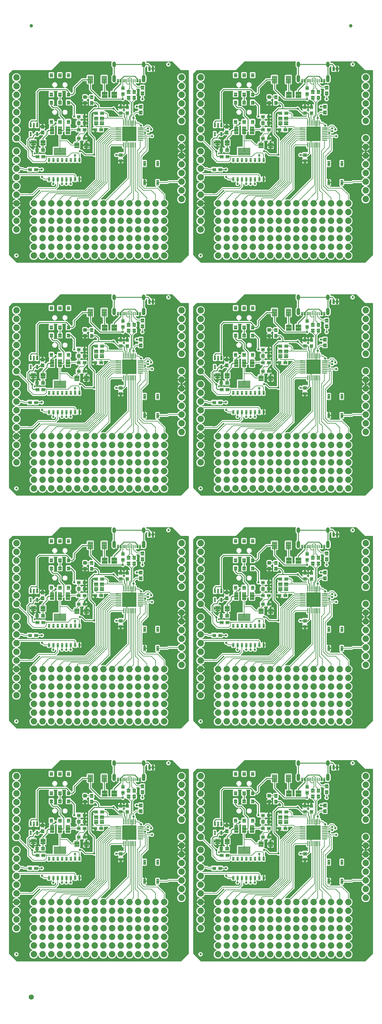
<source format=gtl>
G04 EAGLE Gerber RS-274X export*
G75*
%MOMM*%
%FSLAX34Y34*%
%LPD*%
%INTop Copper*%
%IPPOS*%
%AMOC8*
5,1,8,0,0,1.08239X$1,22.5*%
G01*
%ADD10C,0.100000*%
%ADD11C,0.098000*%
%ADD12C,0.300000*%
%ADD13C,0.096000*%
%ADD14C,0.635000*%
%ADD15C,0.102000*%
%ADD16C,0.654000*%
%ADD17C,1.879600*%
%ADD18C,0.099059*%
%ADD19C,0.097534*%
%ADD20C,0.110000*%
%ADD21C,0.099000*%
%ADD22C,0.106400*%
%ADD23C,0.100800*%
%ADD24C,1.000000*%
%ADD25C,1.500000*%
%ADD26C,0.254000*%
%ADD27C,0.604000*%
%ADD28C,0.203200*%
%ADD29C,0.127000*%

G36*
X1044369Y684797D02*
X1044369Y684797D01*
X1044468Y684800D01*
X1044526Y684817D01*
X1044586Y684825D01*
X1044678Y684861D01*
X1044773Y684889D01*
X1044825Y684919D01*
X1044882Y684942D01*
X1044962Y685000D01*
X1045047Y685050D01*
X1045123Y685116D01*
X1045139Y685128D01*
X1045147Y685138D01*
X1045168Y685156D01*
X1067444Y707432D01*
X1067504Y707510D01*
X1067572Y707582D01*
X1067601Y707635D01*
X1067638Y707683D01*
X1067678Y707774D01*
X1067726Y707861D01*
X1067741Y707919D01*
X1067765Y707975D01*
X1067780Y708073D01*
X1067805Y708169D01*
X1067811Y708269D01*
X1067815Y708289D01*
X1067813Y708301D01*
X1067815Y708329D01*
X1067815Y1246886D01*
X1067800Y1247004D01*
X1067793Y1247123D01*
X1067780Y1247161D01*
X1067775Y1247202D01*
X1067732Y1247312D01*
X1067695Y1247425D01*
X1067673Y1247460D01*
X1067658Y1247497D01*
X1067589Y1247593D01*
X1067525Y1247694D01*
X1067495Y1247722D01*
X1067472Y1247755D01*
X1067380Y1247831D01*
X1067293Y1247912D01*
X1067258Y1247932D01*
X1067227Y1247957D01*
X1067119Y1248008D01*
X1067015Y1248066D01*
X1066975Y1248076D01*
X1066939Y1248093D01*
X1066822Y1248115D01*
X1066707Y1248145D01*
X1066647Y1248149D01*
X1066627Y1248153D01*
X1066606Y1248151D01*
X1066546Y1248155D01*
X1044796Y1248155D01*
X1042044Y1250908D01*
X1019768Y1273184D01*
X1019690Y1273244D01*
X1019618Y1273312D01*
X1019565Y1273341D01*
X1019517Y1273378D01*
X1019426Y1273418D01*
X1019339Y1273466D01*
X1019281Y1273481D01*
X1019225Y1273505D01*
X1019127Y1273520D01*
X1019031Y1273545D01*
X1018931Y1273551D01*
X1018911Y1273555D01*
X1018899Y1273553D01*
X1018871Y1273555D01*
X1010177Y1273555D01*
X1010108Y1273547D01*
X1010038Y1273548D01*
X1009950Y1273527D01*
X1009861Y1273515D01*
X1009796Y1273490D01*
X1009729Y1273473D01*
X1009649Y1273431D01*
X1009566Y1273398D01*
X1009509Y1273357D01*
X1009447Y1273325D01*
X1009381Y1273264D01*
X1009308Y1273212D01*
X1009264Y1273158D01*
X1009212Y1273111D01*
X1009163Y1273036D01*
X1009106Y1272967D01*
X1009076Y1272903D01*
X1009037Y1272845D01*
X1009008Y1272760D01*
X1008970Y1272679D01*
X1008957Y1272610D01*
X1008934Y1272544D01*
X1008927Y1272455D01*
X1008910Y1272367D01*
X1008915Y1272297D01*
X1008909Y1272227D01*
X1008924Y1272139D01*
X1008930Y1272049D01*
X1008951Y1271983D01*
X1008963Y1271914D01*
X1009000Y1271832D01*
X1009028Y1271747D01*
X1009065Y1271688D01*
X1009094Y1271624D01*
X1009150Y1271554D01*
X1009198Y1271478D01*
X1009249Y1271430D01*
X1009293Y1271376D01*
X1009364Y1271321D01*
X1009430Y1271260D01*
X1009491Y1271226D01*
X1009547Y1271184D01*
X1009691Y1271113D01*
X1011905Y1270196D01*
X1013656Y1268445D01*
X1014604Y1266158D01*
X1014604Y1263682D01*
X1013656Y1261395D01*
X1011905Y1259644D01*
X1009618Y1258696D01*
X1007142Y1258696D01*
X1004855Y1259644D01*
X1003104Y1261395D01*
X1002156Y1263682D01*
X1002156Y1266158D01*
X1003104Y1268445D01*
X1004855Y1270196D01*
X1007069Y1271113D01*
X1007129Y1271148D01*
X1007194Y1271174D01*
X1007267Y1271226D01*
X1007345Y1271271D01*
X1007395Y1271319D01*
X1007452Y1271360D01*
X1007509Y1271430D01*
X1007573Y1271492D01*
X1007610Y1271552D01*
X1007654Y1271605D01*
X1007693Y1271687D01*
X1007740Y1271763D01*
X1007760Y1271830D01*
X1007790Y1271893D01*
X1007807Y1271981D01*
X1007833Y1272067D01*
X1007837Y1272137D01*
X1007850Y1272206D01*
X1007844Y1272295D01*
X1007849Y1272385D01*
X1007834Y1272453D01*
X1007830Y1272523D01*
X1007802Y1272608D01*
X1007784Y1272696D01*
X1007754Y1272759D01*
X1007732Y1272825D01*
X1007684Y1272901D01*
X1007644Y1272982D01*
X1007599Y1273035D01*
X1007562Y1273094D01*
X1007496Y1273156D01*
X1007438Y1273224D01*
X1007381Y1273264D01*
X1007330Y1273312D01*
X1007252Y1273355D01*
X1007178Y1273407D01*
X1007113Y1273432D01*
X1007052Y1273466D01*
X1006965Y1273488D01*
X1006881Y1273520D01*
X1006811Y1273528D01*
X1006744Y1273545D01*
X1006583Y1273555D01*
X944406Y1273555D01*
X944392Y1273554D01*
X944379Y1273555D01*
X944235Y1273534D01*
X944091Y1273515D01*
X944078Y1273510D01*
X944064Y1273508D01*
X943930Y1273452D01*
X943795Y1273398D01*
X943784Y1273390D01*
X943771Y1273385D01*
X943655Y1273297D01*
X943538Y1273212D01*
X943529Y1273201D01*
X943518Y1273192D01*
X943428Y1273079D01*
X943335Y1272967D01*
X943329Y1272954D01*
X943320Y1272943D01*
X943261Y1272810D01*
X943199Y1272679D01*
X943197Y1272665D01*
X943191Y1272652D01*
X943167Y1272508D01*
X943140Y1272367D01*
X943141Y1272353D01*
X943138Y1272339D01*
X943150Y1272194D01*
X943159Y1272049D01*
X943164Y1272036D01*
X943165Y1272022D01*
X943208Y1271867D01*
X943257Y1271727D01*
X943285Y1271672D01*
X943304Y1271613D01*
X943380Y1271471D01*
X943683Y1270989D01*
X943768Y1270886D01*
X943826Y1270809D01*
X943817Y1270745D01*
X943819Y1270707D01*
X943818Y1270692D01*
X943821Y1270671D01*
X943825Y1270584D01*
X943850Y1270366D01*
X943861Y1270319D01*
X943864Y1270271D01*
X943898Y1270165D01*
X943925Y1270057D01*
X943947Y1270014D01*
X943962Y1269969D01*
X944022Y1269874D01*
X944074Y1269776D01*
X944106Y1269741D01*
X944132Y1269700D01*
X944213Y1269623D01*
X944288Y1269541D01*
X944329Y1269515D01*
X944364Y1269482D01*
X944461Y1269428D01*
X944555Y1269367D01*
X944600Y1269352D01*
X944642Y1269328D01*
X944750Y1269301D01*
X944856Y1269265D01*
X944904Y1269261D01*
X944950Y1269249D01*
X945111Y1269239D01*
X950352Y1269239D01*
X956692Y1262899D01*
X956692Y1262100D01*
X956704Y1262002D01*
X956707Y1261903D01*
X956724Y1261845D01*
X956732Y1261785D01*
X956768Y1261693D01*
X956796Y1261598D01*
X956826Y1261546D01*
X956849Y1261489D01*
X956907Y1261409D01*
X956957Y1261324D01*
X957023Y1261248D01*
X957035Y1261232D01*
X957045Y1261224D01*
X957063Y1261203D01*
X957203Y1261063D01*
X957292Y1260994D01*
X957375Y1260919D01*
X957417Y1260897D01*
X957454Y1260868D01*
X957558Y1260824D01*
X957657Y1260772D01*
X957703Y1260761D01*
X957746Y1260742D01*
X957857Y1260724D01*
X957967Y1260699D01*
X958014Y1260700D01*
X958060Y1260692D01*
X958172Y1260703D01*
X958285Y1260705D01*
X958330Y1260718D01*
X958377Y1260722D01*
X958483Y1260760D01*
X958591Y1260790D01*
X958656Y1260822D01*
X958676Y1260830D01*
X958691Y1260840D01*
X958735Y1260862D01*
X958808Y1260904D01*
X959581Y1261111D01*
X961137Y1261111D01*
X961137Y1253553D01*
X950595Y1253553D01*
X950576Y1253541D01*
X950554Y1253537D01*
X950547Y1253522D01*
X950538Y1253516D01*
X950539Y1253506D01*
X950532Y1253490D01*
X950532Y1250950D01*
X950544Y1250931D01*
X950548Y1250909D01*
X950563Y1250902D01*
X950569Y1250893D01*
X950579Y1250894D01*
X950595Y1250887D01*
X961137Y1250887D01*
X961137Y1243329D01*
X959581Y1243329D01*
X958808Y1243536D01*
X958735Y1243578D01*
X958632Y1243622D01*
X958532Y1243673D01*
X958486Y1243683D01*
X958442Y1243702D01*
X958331Y1243718D01*
X958221Y1243743D01*
X958174Y1243741D01*
X958128Y1243748D01*
X958016Y1243736D01*
X957903Y1243733D01*
X957858Y1243720D01*
X957811Y1243715D01*
X957706Y1243676D01*
X957598Y1243645D01*
X957557Y1243621D01*
X957513Y1243604D01*
X957421Y1243540D01*
X957324Y1243483D01*
X957270Y1243435D01*
X957252Y1243423D01*
X957240Y1243409D01*
X957203Y1243377D01*
X956648Y1242821D01*
X948098Y1242821D01*
X946022Y1244897D01*
X946022Y1258467D01*
X946007Y1258589D01*
X945999Y1258710D01*
X945987Y1258746D01*
X945982Y1258783D01*
X945938Y1258896D01*
X945899Y1259013D01*
X945879Y1259044D01*
X945865Y1259079D01*
X945794Y1259178D01*
X945728Y1259280D01*
X945701Y1259306D01*
X945679Y1259336D01*
X945584Y1259414D01*
X945495Y1259497D01*
X945462Y1259515D01*
X945434Y1259539D01*
X945323Y1259591D01*
X945216Y1259649D01*
X945180Y1259659D01*
X945146Y1259674D01*
X945026Y1259697D01*
X944908Y1259727D01*
X944870Y1259727D01*
X944834Y1259734D01*
X944712Y1259727D01*
X944589Y1259726D01*
X944553Y1259717D01*
X944516Y1259714D01*
X944400Y1259677D01*
X944282Y1259646D01*
X944249Y1259628D01*
X944214Y1259616D01*
X944110Y1259551D01*
X944004Y1259492D01*
X943976Y1259466D01*
X943945Y1259446D01*
X943861Y1259357D01*
X943772Y1259273D01*
X943740Y1259229D01*
X943727Y1259215D01*
X943717Y1259196D01*
X943678Y1259143D01*
X943380Y1258669D01*
X943354Y1258613D01*
X943320Y1258561D01*
X943257Y1258413D01*
X943069Y1257875D01*
X943041Y1257745D01*
X943017Y1257651D01*
X942962Y1257618D01*
X942934Y1257594D01*
X942921Y1257585D01*
X942906Y1257569D01*
X942841Y1257512D01*
X942438Y1257109D01*
X942400Y1257060D01*
X942355Y1257018D01*
X942261Y1256887D01*
X941958Y1256405D01*
X941902Y1256284D01*
X941857Y1256198D01*
X941796Y1256179D01*
X941763Y1256161D01*
X941749Y1256155D01*
X941731Y1256143D01*
X941655Y1256102D01*
X941173Y1255799D01*
X941125Y1255760D01*
X941071Y1255728D01*
X940951Y1255622D01*
X940680Y1255352D01*
X940620Y1255273D01*
X940552Y1255201D01*
X940523Y1255148D01*
X940486Y1255100D01*
X940446Y1255009D01*
X940398Y1254923D01*
X940383Y1254864D01*
X940359Y1254808D01*
X940344Y1254710D01*
X940319Y1254615D01*
X940313Y1254515D01*
X940309Y1254494D01*
X940311Y1254482D01*
X940309Y1254454D01*
X940309Y1236386D01*
X940321Y1236288D01*
X940324Y1236189D01*
X940341Y1236130D01*
X940349Y1236070D01*
X940385Y1235978D01*
X940413Y1235883D01*
X940443Y1235831D01*
X940466Y1235775D01*
X940524Y1235695D01*
X940574Y1235609D01*
X940640Y1235534D01*
X940652Y1235517D01*
X940662Y1235510D01*
X940680Y1235488D01*
X940951Y1235218D01*
X941000Y1235180D01*
X941042Y1235135D01*
X941173Y1235041D01*
X941655Y1234738D01*
X941775Y1234682D01*
X941862Y1234637D01*
X941881Y1234576D01*
X941899Y1234543D01*
X941905Y1234529D01*
X941917Y1234511D01*
X941958Y1234435D01*
X942261Y1233953D01*
X942300Y1233905D01*
X942332Y1233851D01*
X942438Y1233731D01*
X942841Y1233328D01*
X942946Y1233246D01*
X943020Y1233184D01*
X943026Y1233120D01*
X943036Y1233084D01*
X943038Y1233068D01*
X943046Y1233048D01*
X943069Y1232965D01*
X943257Y1232427D01*
X943285Y1232372D01*
X943304Y1232313D01*
X943380Y1232171D01*
X943683Y1231689D01*
X943768Y1231586D01*
X943826Y1231509D01*
X943817Y1231445D01*
X943819Y1231407D01*
X943818Y1231392D01*
X943821Y1231371D01*
X943825Y1231284D01*
X943889Y1230719D01*
X943903Y1230658D01*
X943909Y1230596D01*
X943952Y1230441D01*
X943992Y1230328D01*
X944012Y1230288D01*
X944024Y1230245D01*
X944082Y1230146D01*
X944109Y1230093D01*
X944117Y1230002D01*
X944127Y1229966D01*
X944129Y1229951D01*
X944137Y1229931D01*
X944160Y1229847D01*
X944214Y1229694D01*
X944200Y1229654D01*
X944178Y1229615D01*
X944150Y1229504D01*
X944113Y1229395D01*
X944110Y1229350D01*
X944099Y1229307D01*
X944089Y1229146D01*
X944089Y1229015D01*
X944090Y1229002D01*
X944097Y1228873D01*
X944219Y1227792D01*
X944200Y1227761D01*
X944192Y1227735D01*
X944178Y1227710D01*
X944146Y1227583D01*
X944107Y1227457D01*
X944106Y1227429D01*
X944099Y1227402D01*
X944089Y1227242D01*
X944089Y1219298D01*
X944092Y1219271D01*
X944090Y1219243D01*
X944112Y1219113D01*
X944129Y1218983D01*
X944139Y1218957D01*
X944144Y1218929D01*
X944197Y1218809D01*
X944219Y1218754D01*
X944097Y1217667D01*
X944097Y1217653D01*
X944089Y1217525D01*
X944089Y1217394D01*
X944094Y1217349D01*
X944092Y1217304D01*
X944114Y1217192D01*
X944129Y1217079D01*
X944145Y1217037D01*
X944154Y1216993D01*
X944213Y1216846D01*
X944160Y1216693D01*
X944132Y1216563D01*
X944101Y1216444D01*
X944097Y1216439D01*
X944079Y1216397D01*
X944054Y1216360D01*
X943992Y1216212D01*
X943952Y1216099D01*
X943939Y1216038D01*
X943917Y1215980D01*
X943889Y1215821D01*
X943825Y1215256D01*
X943827Y1215123D01*
X943824Y1215025D01*
X943777Y1214981D01*
X943755Y1214951D01*
X943745Y1214940D01*
X943734Y1214921D01*
X943683Y1214851D01*
X943380Y1214369D01*
X943354Y1214312D01*
X943320Y1214261D01*
X943257Y1214113D01*
X943069Y1213575D01*
X943041Y1213445D01*
X943017Y1213351D01*
X942962Y1213318D01*
X942934Y1213294D01*
X942921Y1213285D01*
X942906Y1213269D01*
X942841Y1213212D01*
X942438Y1212809D01*
X942400Y1212760D01*
X942355Y1212718D01*
X942261Y1212587D01*
X941958Y1212105D01*
X941902Y1211984D01*
X941857Y1211898D01*
X941796Y1211879D01*
X941763Y1211861D01*
X941749Y1211855D01*
X941731Y1211843D01*
X941655Y1211802D01*
X941173Y1211499D01*
X941125Y1211460D01*
X941071Y1211428D01*
X940951Y1211322D01*
X940548Y1210919D01*
X940466Y1210814D01*
X940404Y1210740D01*
X940340Y1210734D01*
X940304Y1210724D01*
X940288Y1210722D01*
X940268Y1210714D01*
X940185Y1210691D01*
X939647Y1210503D01*
X939592Y1210475D01*
X939533Y1210456D01*
X939391Y1210380D01*
X938909Y1210077D01*
X938806Y1209992D01*
X938729Y1209934D01*
X938665Y1209943D01*
X938627Y1209941D01*
X938612Y1209942D01*
X938591Y1209939D01*
X938504Y1209935D01*
X937939Y1209871D01*
X937878Y1209857D01*
X937816Y1209851D01*
X937661Y1209808D01*
X937124Y1209620D01*
X937006Y1209561D01*
X936916Y1209521D01*
X936856Y1209544D01*
X936820Y1209550D01*
X936805Y1209555D01*
X936783Y1209557D01*
X936698Y1209572D01*
X936132Y1209636D01*
X936070Y1209635D01*
X936009Y1209644D01*
X935848Y1209636D01*
X935282Y1209572D01*
X935153Y1209541D01*
X935057Y1209522D01*
X935004Y1209557D01*
X934970Y1209572D01*
X934956Y1209580D01*
X934936Y1209586D01*
X934856Y1209620D01*
X934319Y1209808D01*
X934258Y1209821D01*
X934200Y1209843D01*
X934041Y1209871D01*
X933476Y1209935D01*
X933343Y1209933D01*
X933245Y1209936D01*
X933201Y1209983D01*
X933171Y1210005D01*
X933160Y1210015D01*
X933141Y1210026D01*
X933071Y1210077D01*
X932589Y1210380D01*
X932532Y1210406D01*
X932481Y1210440D01*
X932333Y1210503D01*
X931795Y1210691D01*
X931665Y1210719D01*
X931551Y1210748D01*
X931543Y1210761D01*
X931533Y1210770D01*
X931525Y1210782D01*
X931416Y1210878D01*
X931309Y1210976D01*
X931297Y1210983D01*
X931287Y1210992D01*
X931156Y1211059D01*
X931029Y1211127D01*
X931016Y1211130D01*
X931003Y1211137D01*
X930862Y1211169D01*
X930721Y1211204D01*
X930707Y1211203D01*
X930693Y1211207D01*
X930548Y1211202D01*
X930403Y1211201D01*
X930389Y1211197D01*
X930375Y1211197D01*
X930235Y1211156D01*
X930095Y1211119D01*
X930083Y1211112D01*
X930070Y1211108D01*
X929944Y1211035D01*
X929818Y1210964D01*
X929808Y1210954D01*
X929796Y1210947D01*
X929675Y1210840D01*
X929423Y1210589D01*
X928728Y1210187D01*
X927952Y1209979D01*
X926559Y1209979D01*
X926559Y1217290D01*
X926544Y1217408D01*
X926537Y1217527D01*
X926524Y1217565D01*
X926519Y1217605D01*
X926476Y1217716D01*
X926439Y1217829D01*
X926417Y1217863D01*
X926402Y1217901D01*
X926333Y1217997D01*
X926269Y1218098D01*
X926239Y1218126D01*
X926216Y1218158D01*
X926124Y1218234D01*
X926037Y1218316D01*
X926002Y1218335D01*
X925971Y1218361D01*
X925863Y1218412D01*
X925759Y1218469D01*
X925719Y1218479D01*
X925683Y1218497D01*
X925566Y1218519D01*
X925451Y1218549D01*
X925391Y1218553D01*
X925371Y1218556D01*
X925350Y1218555D01*
X925290Y1218559D01*
X924830Y1218559D01*
X924712Y1218544D01*
X924593Y1218537D01*
X924555Y1218524D01*
X924514Y1218519D01*
X924404Y1218475D01*
X924291Y1218439D01*
X924256Y1218417D01*
X924219Y1218402D01*
X924122Y1218332D01*
X924022Y1218269D01*
X923994Y1218239D01*
X923961Y1218215D01*
X923885Y1218124D01*
X923804Y1218037D01*
X923784Y1218002D01*
X923759Y1217970D01*
X923708Y1217863D01*
X923650Y1217758D01*
X923640Y1217719D01*
X923623Y1217683D01*
X923601Y1217566D01*
X923571Y1217450D01*
X923567Y1217390D01*
X923563Y1217370D01*
X923565Y1217350D01*
X923561Y1217290D01*
X923561Y1209979D01*
X922308Y1209979D01*
X922210Y1209967D01*
X922111Y1209964D01*
X922052Y1209947D01*
X921992Y1209939D01*
X921900Y1209903D01*
X921805Y1209875D01*
X921753Y1209845D01*
X921697Y1209822D01*
X921617Y1209764D01*
X921531Y1209714D01*
X921456Y1209648D01*
X921439Y1209636D01*
X921431Y1209626D01*
X921410Y1209608D01*
X921274Y1209471D01*
X913891Y1209471D01*
X913754Y1209454D01*
X913615Y1209441D01*
X913596Y1209434D01*
X913576Y1209431D01*
X913447Y1209380D01*
X913316Y1209333D01*
X913299Y1209322D01*
X913280Y1209314D01*
X913168Y1209233D01*
X913053Y1209155D01*
X913039Y1209139D01*
X913023Y1209128D01*
X912934Y1209020D01*
X912842Y1208916D01*
X912833Y1208898D01*
X912820Y1208883D01*
X912761Y1208757D01*
X912698Y1208633D01*
X912693Y1208613D01*
X912684Y1208595D01*
X912658Y1208459D01*
X912628Y1208323D01*
X912628Y1208302D01*
X912625Y1208283D01*
X912633Y1208144D01*
X912638Y1208005D01*
X912643Y1207985D01*
X912644Y1207965D01*
X912687Y1207833D01*
X912726Y1207699D01*
X912736Y1207682D01*
X912742Y1207663D01*
X912817Y1207545D01*
X912887Y1207425D01*
X912906Y1207404D01*
X912913Y1207394D01*
X912928Y1207380D01*
X912994Y1207305D01*
X917617Y1202681D01*
X917695Y1202621D01*
X917767Y1202553D01*
X917820Y1202524D01*
X917868Y1202487D01*
X917959Y1202447D01*
X918046Y1202399D01*
X918104Y1202384D01*
X918160Y1202360D01*
X918258Y1202345D01*
X918354Y1202320D01*
X918454Y1202314D01*
X918474Y1202310D01*
X918486Y1202312D01*
X918514Y1202310D01*
X922862Y1202310D01*
X922980Y1202325D01*
X923099Y1202332D01*
X923137Y1202345D01*
X923178Y1202350D01*
X923288Y1202393D01*
X923401Y1202430D01*
X923436Y1202452D01*
X923473Y1202467D01*
X923569Y1202536D01*
X923670Y1202600D01*
X923698Y1202630D01*
X923731Y1202653D01*
X923807Y1202745D01*
X923888Y1202832D01*
X923908Y1202867D01*
X923933Y1202898D01*
X923984Y1203006D01*
X924042Y1203110D01*
X924052Y1203150D01*
X924069Y1203186D01*
X924091Y1203303D01*
X924121Y1203418D01*
X924125Y1203478D01*
X924129Y1203498D01*
X924127Y1203519D01*
X924131Y1203579D01*
X924131Y1203690D01*
X926210Y1205769D01*
X938150Y1205769D01*
X940229Y1203690D01*
X940229Y1190750D01*
X939096Y1189618D01*
X939023Y1189523D01*
X938944Y1189434D01*
X938926Y1189398D01*
X938901Y1189366D01*
X938854Y1189257D01*
X938800Y1189151D01*
X938791Y1189112D01*
X938775Y1189074D01*
X938756Y1188957D01*
X938730Y1188841D01*
X938731Y1188800D01*
X938725Y1188760D01*
X938736Y1188642D01*
X938740Y1188523D01*
X938751Y1188484D01*
X938755Y1188444D01*
X938795Y1188331D01*
X938828Y1188217D01*
X938849Y1188183D01*
X938862Y1188144D01*
X938929Y1188046D01*
X938990Y1187943D01*
X939030Y1187898D01*
X939041Y1187881D01*
X939056Y1187868D01*
X939096Y1187823D01*
X940229Y1186690D01*
X940229Y1173750D01*
X938150Y1171671D01*
X937514Y1171671D01*
X937396Y1171656D01*
X937277Y1171649D01*
X937239Y1171636D01*
X937198Y1171631D01*
X937088Y1171588D01*
X936975Y1171551D01*
X936940Y1171529D01*
X936903Y1171514D01*
X936807Y1171445D01*
X936706Y1171381D01*
X936678Y1171351D01*
X936645Y1171328D01*
X936569Y1171236D01*
X936488Y1171149D01*
X936468Y1171114D01*
X936443Y1171083D01*
X936392Y1170975D01*
X936334Y1170871D01*
X936324Y1170831D01*
X936307Y1170795D01*
X936285Y1170678D01*
X936255Y1170563D01*
X936251Y1170503D01*
X936247Y1170483D01*
X936249Y1170462D01*
X936245Y1170402D01*
X936245Y1168583D01*
X936257Y1168485D01*
X936260Y1168385D01*
X936277Y1168327D01*
X936285Y1168267D01*
X936321Y1168175D01*
X936349Y1168080D01*
X936379Y1168028D01*
X936402Y1167971D01*
X936460Y1167891D01*
X936510Y1167806D01*
X936576Y1167731D01*
X936588Y1167714D01*
X936598Y1167706D01*
X936616Y1167685D01*
X937456Y1166845D01*
X938404Y1164558D01*
X938404Y1162082D01*
X937456Y1159795D01*
X935705Y1158044D01*
X933418Y1157096D01*
X930942Y1157096D01*
X928655Y1158044D01*
X926904Y1159795D01*
X925956Y1162082D01*
X925956Y1164558D01*
X926904Y1166845D01*
X927744Y1167685D01*
X927804Y1167763D01*
X927872Y1167836D01*
X927901Y1167889D01*
X927938Y1167936D01*
X927978Y1168027D01*
X928026Y1168114D01*
X928041Y1168173D01*
X928065Y1168228D01*
X928080Y1168326D01*
X928105Y1168422D01*
X928111Y1168522D01*
X928115Y1168542D01*
X928113Y1168555D01*
X928115Y1168583D01*
X928115Y1170402D01*
X928100Y1170520D01*
X928093Y1170639D01*
X928080Y1170677D01*
X928075Y1170718D01*
X928032Y1170828D01*
X927995Y1170941D01*
X927973Y1170976D01*
X927958Y1171013D01*
X927889Y1171109D01*
X927825Y1171210D01*
X927795Y1171238D01*
X927772Y1171271D01*
X927680Y1171347D01*
X927593Y1171428D01*
X927558Y1171448D01*
X927527Y1171473D01*
X927419Y1171524D01*
X927315Y1171582D01*
X927275Y1171592D01*
X927239Y1171609D01*
X927122Y1171631D01*
X927007Y1171661D01*
X926947Y1171665D01*
X926927Y1171669D01*
X926906Y1171667D01*
X926846Y1171671D01*
X926210Y1171671D01*
X924131Y1173750D01*
X924131Y1186690D01*
X925264Y1187823D01*
X925337Y1187917D01*
X925416Y1188006D01*
X925434Y1188042D01*
X925459Y1188074D01*
X925506Y1188183D01*
X925560Y1188289D01*
X925569Y1188328D01*
X925585Y1188366D01*
X925604Y1188483D01*
X925630Y1188599D01*
X925629Y1188640D01*
X925635Y1188680D01*
X925624Y1188798D01*
X925620Y1188917D01*
X925609Y1188956D01*
X925605Y1188996D01*
X925565Y1189108D01*
X925532Y1189223D01*
X925511Y1189258D01*
X925498Y1189296D01*
X925431Y1189394D01*
X925370Y1189497D01*
X925330Y1189542D01*
X925319Y1189559D01*
X925304Y1189572D01*
X925264Y1189618D01*
X924131Y1190750D01*
X924131Y1192911D01*
X924116Y1193029D01*
X924109Y1193148D01*
X924096Y1193186D01*
X924091Y1193227D01*
X924048Y1193337D01*
X924011Y1193450D01*
X923989Y1193485D01*
X923974Y1193522D01*
X923905Y1193618D01*
X923841Y1193719D01*
X923811Y1193747D01*
X923788Y1193780D01*
X923696Y1193856D01*
X923609Y1193937D01*
X923574Y1193957D01*
X923543Y1193982D01*
X923435Y1194033D01*
X923331Y1194091D01*
X923291Y1194101D01*
X923255Y1194118D01*
X923138Y1194140D01*
X923023Y1194170D01*
X922963Y1194174D01*
X922943Y1194178D01*
X922922Y1194176D01*
X922862Y1194180D01*
X915973Y1194180D01*
X915835Y1194163D01*
X915696Y1194150D01*
X915677Y1194143D01*
X915657Y1194140D01*
X915528Y1194089D01*
X915397Y1194042D01*
X915380Y1194031D01*
X915361Y1194023D01*
X915249Y1193942D01*
X915134Y1193864D01*
X915120Y1193848D01*
X915104Y1193837D01*
X915015Y1193729D01*
X914923Y1193625D01*
X914914Y1193607D01*
X914901Y1193592D01*
X914842Y1193466D01*
X914779Y1193342D01*
X914774Y1193322D01*
X914766Y1193304D01*
X914740Y1193167D01*
X914709Y1193032D01*
X914710Y1193011D01*
X914706Y1192992D01*
X914715Y1192853D01*
X914719Y1192714D01*
X914724Y1192694D01*
X914726Y1192674D01*
X914768Y1192542D01*
X914807Y1192408D01*
X914817Y1192391D01*
X914824Y1192372D01*
X914898Y1192254D01*
X914969Y1192134D01*
X914987Y1192113D01*
X914994Y1192103D01*
X915009Y1192089D01*
X915075Y1192014D01*
X916099Y1190990D01*
X916099Y1178050D01*
X914966Y1176918D01*
X914893Y1176823D01*
X914814Y1176734D01*
X914796Y1176698D01*
X914771Y1176666D01*
X914724Y1176557D01*
X914670Y1176451D01*
X914661Y1176412D01*
X914645Y1176374D01*
X914626Y1176257D01*
X914600Y1176141D01*
X914601Y1176100D01*
X914595Y1176060D01*
X914606Y1175942D01*
X914610Y1175823D01*
X914621Y1175784D01*
X914625Y1175744D01*
X914665Y1175631D01*
X914698Y1175517D01*
X914719Y1175483D01*
X914732Y1175444D01*
X914799Y1175346D01*
X914860Y1175243D01*
X914900Y1175198D01*
X914911Y1175181D01*
X914926Y1175168D01*
X914966Y1175123D01*
X916099Y1173990D01*
X916099Y1161050D01*
X914020Y1158971D01*
X911977Y1158971D01*
X911878Y1158959D01*
X911779Y1158956D01*
X911721Y1158939D01*
X911661Y1158931D01*
X911569Y1158895D01*
X911474Y1158867D01*
X911422Y1158837D01*
X911365Y1158814D01*
X911285Y1158756D01*
X911200Y1158706D01*
X911125Y1158640D01*
X911108Y1158628D01*
X911100Y1158618D01*
X911079Y1158600D01*
X905755Y1153276D01*
X905695Y1153198D01*
X905627Y1153126D01*
X905598Y1153073D01*
X905561Y1153025D01*
X905521Y1152934D01*
X905473Y1152847D01*
X905458Y1152788D01*
X905434Y1152733D01*
X905419Y1152635D01*
X905394Y1152539D01*
X905388Y1152439D01*
X905384Y1152419D01*
X905386Y1152406D01*
X905384Y1152378D01*
X905384Y1125016D01*
X905401Y1124878D01*
X905414Y1124740D01*
X905421Y1124721D01*
X905424Y1124701D01*
X905475Y1124572D01*
X905522Y1124441D01*
X905533Y1124424D01*
X905541Y1124405D01*
X905622Y1124293D01*
X905700Y1124178D01*
X905716Y1124164D01*
X905727Y1124148D01*
X905835Y1124059D01*
X905939Y1123967D01*
X905957Y1123958D01*
X905972Y1123945D01*
X906098Y1123886D01*
X906222Y1123823D01*
X906242Y1123818D01*
X906260Y1123809D01*
X906397Y1123783D01*
X906532Y1123753D01*
X906553Y1123753D01*
X906572Y1123750D01*
X906711Y1123758D01*
X906850Y1123763D01*
X906870Y1123768D01*
X906890Y1123769D01*
X907022Y1123812D01*
X907156Y1123851D01*
X907173Y1123861D01*
X907192Y1123867D01*
X907310Y1123942D01*
X907430Y1124012D01*
X907451Y1124031D01*
X907461Y1124038D01*
X907475Y1124053D01*
X907550Y1124119D01*
X909084Y1125652D01*
X911836Y1128405D01*
X917782Y1128405D01*
X917900Y1128420D01*
X918019Y1128427D01*
X918057Y1128440D01*
X918098Y1128445D01*
X918208Y1128488D01*
X918321Y1128525D01*
X918356Y1128547D01*
X918393Y1128562D01*
X918489Y1128631D01*
X918590Y1128695D01*
X918618Y1128725D01*
X918651Y1128748D01*
X918727Y1128840D01*
X918808Y1128927D01*
X918828Y1128962D01*
X918853Y1128993D01*
X918904Y1129101D01*
X918962Y1129205D01*
X918972Y1129245D01*
X918989Y1129281D01*
X919011Y1129398D01*
X919041Y1129513D01*
X919045Y1129573D01*
X919049Y1129593D01*
X919047Y1129614D01*
X919051Y1129674D01*
X919051Y1130810D01*
X920184Y1131942D01*
X920257Y1132037D01*
X920336Y1132126D01*
X920348Y1132149D01*
X920348Y1132151D01*
X920354Y1132162D01*
X920379Y1132194D01*
X920426Y1132303D01*
X920480Y1132409D01*
X920489Y1132448D01*
X920505Y1132486D01*
X920524Y1132603D01*
X920550Y1132719D01*
X920549Y1132760D01*
X920555Y1132800D01*
X920544Y1132918D01*
X920540Y1133037D01*
X920529Y1133076D01*
X920525Y1133116D01*
X920485Y1133229D01*
X920452Y1133343D01*
X920431Y1133377D01*
X920418Y1133416D01*
X920351Y1133514D01*
X920290Y1133617D01*
X920250Y1133662D01*
X920239Y1133679D01*
X920224Y1133692D01*
X920184Y1133737D01*
X918989Y1134932D01*
X918983Y1134962D01*
X918935Y1135061D01*
X918894Y1135163D01*
X918865Y1135203D01*
X918843Y1135248D01*
X918772Y1135331D01*
X918708Y1135420D01*
X918669Y1135452D01*
X918637Y1135490D01*
X918547Y1135553D01*
X918463Y1135623D01*
X918418Y1135644D01*
X918377Y1135673D01*
X918274Y1135712D01*
X918175Y1135759D01*
X918126Y1135768D01*
X918080Y1135785D01*
X917970Y1135798D01*
X917863Y1135818D01*
X917813Y1135815D01*
X917764Y1135821D01*
X917655Y1135805D01*
X917545Y1135799D01*
X917498Y1135783D01*
X917449Y1135776D01*
X917296Y1135724D01*
X916463Y1135379D01*
X913987Y1135379D01*
X911700Y1136327D01*
X909949Y1138078D01*
X909002Y1140365D01*
X909002Y1142841D01*
X909949Y1145128D01*
X911700Y1146879D01*
X913987Y1147827D01*
X916463Y1147827D01*
X917522Y1147388D01*
X917550Y1147381D01*
X917576Y1147367D01*
X917703Y1147339D01*
X917828Y1147304D01*
X917858Y1147304D01*
X917887Y1147298D01*
X918017Y1147301D01*
X918146Y1147299D01*
X918175Y1147306D01*
X918205Y1147307D01*
X918329Y1147343D01*
X918456Y1147374D01*
X918482Y1147387D01*
X918510Y1147396D01*
X918622Y1147461D01*
X918737Y1147522D01*
X918759Y1147542D01*
X918784Y1147557D01*
X918905Y1147664D01*
X921130Y1149889D01*
X933070Y1149889D01*
X935149Y1147810D01*
X935149Y1134870D01*
X934016Y1133737D01*
X933943Y1133643D01*
X933864Y1133554D01*
X933846Y1133518D01*
X933821Y1133486D01*
X933774Y1133377D01*
X933720Y1133271D01*
X933711Y1133232D01*
X933695Y1133194D01*
X933676Y1133077D01*
X933650Y1132961D01*
X933651Y1132920D01*
X933645Y1132880D01*
X933656Y1132762D01*
X933660Y1132643D01*
X933671Y1132604D01*
X933675Y1132564D01*
X933715Y1132452D01*
X933748Y1132337D01*
X933769Y1132302D01*
X933782Y1132264D01*
X933849Y1132166D01*
X933910Y1132063D01*
X933941Y1132027D01*
X933945Y1132022D01*
X933951Y1132016D01*
X933961Y1132001D01*
X933976Y1131988D01*
X934016Y1131942D01*
X935149Y1130810D01*
X935149Y1117870D01*
X933070Y1115791D01*
X921130Y1115791D01*
X919051Y1117870D01*
X919051Y1119006D01*
X919036Y1119124D01*
X919029Y1119243D01*
X919016Y1119281D01*
X919011Y1119322D01*
X918968Y1119432D01*
X918931Y1119545D01*
X918909Y1119580D01*
X918894Y1119617D01*
X918825Y1119713D01*
X918761Y1119814D01*
X918731Y1119842D01*
X918708Y1119875D01*
X918616Y1119951D01*
X918529Y1120032D01*
X918494Y1120052D01*
X918463Y1120077D01*
X918355Y1120128D01*
X918251Y1120186D01*
X918211Y1120196D01*
X918175Y1120213D01*
X918058Y1120235D01*
X917943Y1120265D01*
X917883Y1120269D01*
X917863Y1120273D01*
X917842Y1120271D01*
X917782Y1120275D01*
X915729Y1120275D01*
X915631Y1120263D01*
X915532Y1120260D01*
X915474Y1120243D01*
X915414Y1120235D01*
X915322Y1120199D01*
X915227Y1120171D01*
X915175Y1120141D01*
X915118Y1120118D01*
X915038Y1120060D01*
X914953Y1120010D01*
X914877Y1119944D01*
X914861Y1119932D01*
X914853Y1119922D01*
X914832Y1119904D01*
X911016Y1116088D01*
X910956Y1116010D01*
X910888Y1115938D01*
X910859Y1115885D01*
X910822Y1115837D01*
X910782Y1115746D01*
X910734Y1115659D01*
X910719Y1115601D01*
X910695Y1115545D01*
X910680Y1115447D01*
X910655Y1115351D01*
X910649Y1115251D01*
X910645Y1115231D01*
X910647Y1115219D01*
X910645Y1115191D01*
X910645Y1113973D01*
X910657Y1113875D01*
X910660Y1113775D01*
X910677Y1113717D01*
X910685Y1113657D01*
X910721Y1113565D01*
X910749Y1113470D01*
X910779Y1113418D01*
X910802Y1113361D01*
X910860Y1113281D01*
X910910Y1113196D01*
X910976Y1113121D01*
X910988Y1113104D01*
X910998Y1113096D01*
X911016Y1113075D01*
X911856Y1112235D01*
X912804Y1109948D01*
X912804Y1107472D01*
X912245Y1106124D01*
X912232Y1106076D01*
X912211Y1106031D01*
X912190Y1105923D01*
X912161Y1105817D01*
X912161Y1105767D01*
X912151Y1105718D01*
X912158Y1105609D01*
X912156Y1105499D01*
X912168Y1105451D01*
X912171Y1105401D01*
X912205Y1105297D01*
X912230Y1105190D01*
X912254Y1105146D01*
X912269Y1105099D01*
X912328Y1105006D01*
X912379Y1104909D01*
X912413Y1104872D01*
X912439Y1104830D01*
X912519Y1104755D01*
X912593Y1104673D01*
X912635Y1104646D01*
X912671Y1104612D01*
X912767Y1104559D01*
X912859Y1104499D01*
X912906Y1104482D01*
X912949Y1104458D01*
X913056Y1104431D01*
X913160Y1104395D01*
X913209Y1104391D01*
X913257Y1104379D01*
X913418Y1104369D01*
X913948Y1104369D01*
X916029Y1102288D01*
X916029Y1098854D01*
X916044Y1098736D01*
X916051Y1098617D01*
X916064Y1098579D01*
X916069Y1098538D01*
X916112Y1098428D01*
X916149Y1098315D01*
X916171Y1098280D01*
X916186Y1098243D01*
X916255Y1098147D01*
X916319Y1098046D01*
X916349Y1098018D01*
X916372Y1097985D01*
X916464Y1097909D01*
X916551Y1097828D01*
X916586Y1097808D01*
X916617Y1097783D01*
X916725Y1097732D01*
X916829Y1097674D01*
X916869Y1097664D01*
X916905Y1097647D01*
X917022Y1097625D01*
X917137Y1097595D01*
X917197Y1097591D01*
X917217Y1097587D01*
X917238Y1097589D01*
X917298Y1097585D01*
X922384Y1097585D01*
X927523Y1092445D01*
X927601Y1092385D01*
X927673Y1092317D01*
X927726Y1092288D01*
X927774Y1092251D01*
X927865Y1092211D01*
X927952Y1092163D01*
X928010Y1092148D01*
X928066Y1092124D01*
X928164Y1092109D01*
X928260Y1092084D01*
X928360Y1092078D01*
X928380Y1092074D01*
X928392Y1092076D01*
X928420Y1092074D01*
X929608Y1092074D01*
X931895Y1091126D01*
X933646Y1089375D01*
X934594Y1087088D01*
X934594Y1084554D01*
X934609Y1084436D01*
X934616Y1084317D01*
X934629Y1084279D01*
X934634Y1084238D01*
X934677Y1084127D01*
X934714Y1084015D01*
X934736Y1083980D01*
X934751Y1083943D01*
X934820Y1083847D01*
X934884Y1083746D01*
X934914Y1083718D01*
X934937Y1083685D01*
X935029Y1083609D01*
X935116Y1083528D01*
X935151Y1083508D01*
X935182Y1083483D01*
X935290Y1083432D01*
X935394Y1083374D01*
X935434Y1083364D01*
X935470Y1083347D01*
X935587Y1083325D01*
X935702Y1083295D01*
X935762Y1083291D01*
X935782Y1083287D01*
X935803Y1083289D01*
X935863Y1083285D01*
X936041Y1083285D01*
X936139Y1083297D01*
X936238Y1083300D01*
X936296Y1083317D01*
X936356Y1083325D01*
X936448Y1083361D01*
X936543Y1083389D01*
X936595Y1083419D01*
X936652Y1083442D01*
X936732Y1083500D01*
X936817Y1083550D01*
X936893Y1083616D01*
X936909Y1083628D01*
X936917Y1083638D01*
X936938Y1083656D01*
X941926Y1088645D01*
X952914Y1088645D01*
X961645Y1079914D01*
X961645Y1079683D01*
X961657Y1079585D01*
X961660Y1079485D01*
X961677Y1079427D01*
X961685Y1079367D01*
X961721Y1079275D01*
X961749Y1079180D01*
X961779Y1079128D01*
X961802Y1079071D01*
X961860Y1078991D01*
X961910Y1078906D01*
X961976Y1078831D01*
X961988Y1078814D01*
X961998Y1078806D01*
X962016Y1078785D01*
X962856Y1077945D01*
X963804Y1075658D01*
X963804Y1073182D01*
X962856Y1070895D01*
X961105Y1069144D01*
X958818Y1068196D01*
X956342Y1068196D01*
X956329Y1068202D01*
X956214Y1068233D01*
X956101Y1068272D01*
X956061Y1068275D01*
X956022Y1068286D01*
X955903Y1068288D01*
X955784Y1068297D01*
X955745Y1068290D01*
X955704Y1068291D01*
X955588Y1068263D01*
X955471Y1068243D01*
X955434Y1068226D01*
X955395Y1068217D01*
X955290Y1068161D01*
X955181Y1068112D01*
X955149Y1068087D01*
X955114Y1068068D01*
X955026Y1067988D01*
X954933Y1067913D01*
X954908Y1067881D01*
X954878Y1067854D01*
X954813Y1067755D01*
X954741Y1067659D01*
X954715Y1067605D01*
X954704Y1067588D01*
X954697Y1067569D01*
X954670Y1067515D01*
X953966Y1065814D01*
X952215Y1064064D01*
X949928Y1063116D01*
X947452Y1063116D01*
X947324Y1063169D01*
X947209Y1063201D01*
X947097Y1063239D01*
X947056Y1063243D01*
X947017Y1063253D01*
X946899Y1063255D01*
X946780Y1063265D01*
X946740Y1063258D01*
X946699Y1063258D01*
X946584Y1063230D01*
X946466Y1063210D01*
X946430Y1063194D01*
X946390Y1063184D01*
X946285Y1063128D01*
X946176Y1063080D01*
X946145Y1063054D01*
X946109Y1063035D01*
X946021Y1062955D01*
X945928Y1062881D01*
X945904Y1062849D01*
X945874Y1062821D01*
X945808Y1062722D01*
X945737Y1062627D01*
X945710Y1062573D01*
X945699Y1062556D01*
X945692Y1062537D01*
X945666Y1062482D01*
X945130Y1061190D01*
X945117Y1061142D01*
X945096Y1061097D01*
X945075Y1060989D01*
X945046Y1060883D01*
X945046Y1060833D01*
X945036Y1060784D01*
X945043Y1060675D01*
X945041Y1060565D01*
X945053Y1060517D01*
X945056Y1060467D01*
X945090Y1060363D01*
X945116Y1060256D01*
X945139Y1060212D01*
X945154Y1060165D01*
X945213Y1060072D01*
X945264Y1059975D01*
X945298Y1059938D01*
X945324Y1059896D01*
X945404Y1059821D01*
X945478Y1059739D01*
X945520Y1059712D01*
X945556Y1059678D01*
X945652Y1059625D01*
X945744Y1059565D01*
X945791Y1059548D01*
X945834Y1059524D01*
X945941Y1059497D01*
X946045Y1059461D01*
X946094Y1059457D01*
X946142Y1059445D01*
X946303Y1059435D01*
X954857Y1059435D01*
X954955Y1059447D01*
X955055Y1059450D01*
X955113Y1059467D01*
X955173Y1059475D01*
X955265Y1059511D01*
X955360Y1059539D01*
X955412Y1059569D01*
X955469Y1059592D01*
X955549Y1059650D01*
X955634Y1059700D01*
X955709Y1059766D01*
X955726Y1059778D01*
X955734Y1059788D01*
X955755Y1059806D01*
X956595Y1060646D01*
X958882Y1061594D01*
X961358Y1061594D01*
X963645Y1060646D01*
X965396Y1058895D01*
X966344Y1056608D01*
X966344Y1054132D01*
X965396Y1051845D01*
X963645Y1050094D01*
X961358Y1049146D01*
X958882Y1049146D01*
X956595Y1050094D01*
X955755Y1050934D01*
X955677Y1050994D01*
X955604Y1051062D01*
X955551Y1051091D01*
X955504Y1051128D01*
X955413Y1051168D01*
X955326Y1051216D01*
X955267Y1051231D01*
X955212Y1051255D01*
X955114Y1051270D01*
X955018Y1051295D01*
X954918Y1051301D01*
X954898Y1051305D01*
X954885Y1051303D01*
X954857Y1051305D01*
X951407Y1051305D01*
X951269Y1051288D01*
X951131Y1051275D01*
X951112Y1051268D01*
X951092Y1051265D01*
X950963Y1051214D01*
X950831Y1051167D01*
X950815Y1051156D01*
X950796Y1051148D01*
X950684Y1051067D01*
X950568Y1050988D01*
X950555Y1050973D01*
X950539Y1050962D01*
X950450Y1050854D01*
X950358Y1050750D01*
X950349Y1050732D01*
X950336Y1050717D01*
X950277Y1050591D01*
X950213Y1050467D01*
X950209Y1050447D01*
X950200Y1050429D01*
X950174Y1050293D01*
X950144Y1050156D01*
X950144Y1050136D01*
X950141Y1050117D01*
X950149Y1049978D01*
X950154Y1049839D01*
X950159Y1049819D01*
X950160Y1049799D01*
X950203Y1049667D01*
X950215Y1049627D01*
X950215Y1011776D01*
X932806Y994368D01*
X932746Y994290D01*
X932678Y994218D01*
X932649Y994165D01*
X932612Y994117D01*
X932572Y994026D01*
X932524Y993939D01*
X932509Y993881D01*
X932485Y993825D01*
X932470Y993727D01*
X932445Y993631D01*
X932439Y993531D01*
X932435Y993511D01*
X932437Y993499D01*
X932435Y993471D01*
X932435Y987298D01*
X932450Y987180D01*
X932457Y987061D01*
X932470Y987023D01*
X932475Y986982D01*
X932518Y986872D01*
X932555Y986759D01*
X932577Y986724D01*
X932592Y986687D01*
X932661Y986591D01*
X932725Y986490D01*
X932755Y986462D01*
X932778Y986429D01*
X932870Y986353D01*
X932957Y986272D01*
X932992Y986252D01*
X933023Y986227D01*
X933131Y986176D01*
X933235Y986118D01*
X933275Y986108D01*
X933311Y986091D01*
X933428Y986069D01*
X933543Y986039D01*
X933603Y986035D01*
X933623Y986031D01*
X933644Y986033D01*
X933704Y986029D01*
X943313Y986029D01*
X945389Y983953D01*
X945389Y966767D01*
X943313Y964691D01*
X933704Y964691D01*
X933586Y964676D01*
X933467Y964669D01*
X933429Y964656D01*
X933388Y964651D01*
X933278Y964608D01*
X933165Y964571D01*
X933130Y964549D01*
X933093Y964534D01*
X932997Y964465D01*
X932896Y964401D01*
X932868Y964371D01*
X932835Y964348D01*
X932759Y964256D01*
X932678Y964169D01*
X932658Y964134D01*
X932633Y964103D01*
X932582Y963995D01*
X932524Y963891D01*
X932514Y963851D01*
X932497Y963815D01*
X932475Y963698D01*
X932445Y963583D01*
X932441Y963522D01*
X932437Y963503D01*
X932439Y963482D01*
X932435Y963422D01*
X932435Y930657D01*
X932450Y930532D01*
X932460Y930407D01*
X932470Y930375D01*
X932475Y930341D01*
X932521Y930225D01*
X932561Y930105D01*
X932579Y930077D01*
X932592Y930046D01*
X932665Y929944D01*
X932734Y929838D01*
X932759Y929816D01*
X932778Y929788D01*
X932875Y929708D01*
X932968Y929623D01*
X932997Y929607D01*
X933023Y929586D01*
X933137Y929532D01*
X933248Y929472D01*
X933281Y929464D01*
X933311Y929450D01*
X933435Y929426D01*
X933557Y929396D01*
X933590Y929397D01*
X933623Y929390D01*
X933749Y929398D01*
X933875Y929399D01*
X933923Y929409D01*
X933941Y929410D01*
X933961Y929417D01*
X934033Y929431D01*
X934816Y929641D01*
X936626Y929641D01*
X936626Y920115D01*
X936641Y919997D01*
X936648Y919878D01*
X936660Y919840D01*
X936666Y919800D01*
X936709Y919689D01*
X936746Y919576D01*
X936768Y919542D01*
X936783Y919504D01*
X936852Y919408D01*
X936916Y919307D01*
X936946Y919279D01*
X936969Y919247D01*
X937061Y919171D01*
X937148Y919089D01*
X937183Y919070D01*
X937214Y919044D01*
X937322Y918993D01*
X937426Y918936D01*
X937466Y918926D01*
X937502Y918908D01*
X937619Y918886D01*
X937734Y918856D01*
X937794Y918852D01*
X937814Y918849D01*
X937835Y918850D01*
X937895Y918846D01*
X937896Y918846D01*
X937896Y918845D01*
X937911Y918727D01*
X937918Y918608D01*
X937931Y918570D01*
X937936Y918529D01*
X937980Y918419D01*
X938016Y918306D01*
X938038Y918271D01*
X938053Y918234D01*
X938123Y918137D01*
X938186Y918037D01*
X938216Y918009D01*
X938240Y917976D01*
X938331Y917900D01*
X938418Y917819D01*
X938453Y917799D01*
X938485Y917774D01*
X938592Y917723D01*
X938697Y917665D01*
X938736Y917655D01*
X938772Y917638D01*
X938889Y917616D01*
X939005Y917586D01*
X939065Y917582D01*
X939085Y917578D01*
X939105Y917580D01*
X939165Y917576D01*
X944881Y917576D01*
X944881Y911956D01*
X944674Y911183D01*
X944274Y910491D01*
X943709Y909926D01*
X943005Y909519D01*
X942888Y909472D01*
X942748Y909416D01*
X942743Y909413D01*
X942736Y909410D01*
X942613Y909318D01*
X942491Y909230D01*
X942486Y909224D01*
X942481Y909220D01*
X942384Y909101D01*
X942288Y908985D01*
X942285Y908979D01*
X942281Y908973D01*
X942217Y908834D01*
X942152Y908697D01*
X942151Y908690D01*
X942148Y908684D01*
X942121Y908533D01*
X942093Y908384D01*
X942093Y908378D01*
X942092Y908371D01*
X942103Y908218D01*
X942112Y908067D01*
X942114Y908061D01*
X942115Y908054D01*
X942163Y907910D01*
X942210Y907765D01*
X942214Y907759D01*
X942216Y907753D01*
X942298Y907625D01*
X942380Y907496D01*
X942385Y907491D01*
X942389Y907486D01*
X942500Y907383D01*
X942612Y907278D01*
X942618Y907275D01*
X942623Y907270D01*
X942757Y907198D01*
X942891Y907124D01*
X942897Y907123D01*
X942903Y907120D01*
X943051Y907083D01*
X943199Y907045D01*
X943207Y907044D01*
X943212Y907043D01*
X943223Y907043D01*
X943359Y907035D01*
X970560Y907035D01*
X970697Y907052D01*
X970836Y907065D01*
X970855Y907072D01*
X970875Y907075D01*
X971004Y907126D01*
X971135Y907173D01*
X971152Y907184D01*
X971171Y907192D01*
X971283Y907273D01*
X971398Y907351D01*
X971412Y907367D01*
X971428Y907378D01*
X971517Y907486D01*
X971609Y907590D01*
X971618Y907608D01*
X971631Y907623D01*
X971690Y907749D01*
X971753Y907873D01*
X971758Y907893D01*
X971767Y907911D01*
X971793Y908047D01*
X971823Y908183D01*
X971822Y908204D01*
X971826Y908223D01*
X971818Y908362D01*
X971813Y908501D01*
X971808Y908521D01*
X971807Y908541D01*
X971764Y908673D01*
X971725Y908807D01*
X971715Y908824D01*
X971709Y908843D01*
X971634Y908961D01*
X971563Y909081D01*
X971545Y909102D01*
X971538Y909112D01*
X971523Y909126D01*
X971457Y909201D01*
X969771Y910887D01*
X969771Y928073D01*
X971847Y930149D01*
X981413Y930149D01*
X983489Y928073D01*
X983489Y924814D01*
X983504Y924696D01*
X983511Y924577D01*
X983524Y924539D01*
X983529Y924498D01*
X983572Y924388D01*
X983609Y924275D01*
X983631Y924240D01*
X983646Y924203D01*
X983715Y924107D01*
X983779Y924006D01*
X983809Y923978D01*
X983832Y923945D01*
X983924Y923869D01*
X984011Y923788D01*
X984046Y923768D01*
X984077Y923743D01*
X984185Y923692D01*
X984289Y923634D01*
X984329Y923624D01*
X984365Y923607D01*
X984482Y923585D01*
X984597Y923555D01*
X984657Y923551D01*
X984677Y923547D01*
X984698Y923549D01*
X984758Y923545D01*
X1003631Y923545D01*
X1003729Y923557D01*
X1003828Y923560D01*
X1003886Y923577D01*
X1003946Y923585D01*
X1004038Y923621D01*
X1004133Y923649D01*
X1004185Y923679D01*
X1004242Y923702D01*
X1004322Y923760D01*
X1004407Y923810D01*
X1004483Y923876D01*
X1004499Y923888D01*
X1004507Y923898D01*
X1004528Y923916D01*
X1006696Y926085D01*
X1033843Y926085D01*
X1033873Y926088D01*
X1033902Y926086D01*
X1034030Y926108D01*
X1034159Y926125D01*
X1034186Y926135D01*
X1034215Y926140D01*
X1034334Y926194D01*
X1034455Y926242D01*
X1034478Y926259D01*
X1034505Y926271D01*
X1034607Y926352D01*
X1034712Y926428D01*
X1034731Y926451D01*
X1034754Y926470D01*
X1034832Y926573D01*
X1034915Y926673D01*
X1034927Y926700D01*
X1034945Y926724D01*
X1035016Y926868D01*
X1035928Y929070D01*
X1039430Y932572D01*
X1041785Y933547D01*
X1041905Y933616D01*
X1042028Y933681D01*
X1042043Y933695D01*
X1042061Y933705D01*
X1042161Y933802D01*
X1042264Y933895D01*
X1042275Y933912D01*
X1042289Y933926D01*
X1042362Y934044D01*
X1042438Y934161D01*
X1042445Y934180D01*
X1042456Y934197D01*
X1042496Y934330D01*
X1042542Y934462D01*
X1042543Y934482D01*
X1042549Y934501D01*
X1042556Y934640D01*
X1042567Y934779D01*
X1042563Y934799D01*
X1042564Y934819D01*
X1042536Y934955D01*
X1042512Y935092D01*
X1042504Y935111D01*
X1042500Y935130D01*
X1042439Y935255D01*
X1042382Y935382D01*
X1042369Y935398D01*
X1042360Y935416D01*
X1042270Y935522D01*
X1042183Y935630D01*
X1042167Y935643D01*
X1042154Y935658D01*
X1042040Y935738D01*
X1041929Y935822D01*
X1041904Y935834D01*
X1041894Y935841D01*
X1041875Y935848D01*
X1041785Y935893D01*
X1039430Y936868D01*
X1035928Y940370D01*
X1034033Y944944D01*
X1034033Y949896D01*
X1035928Y954470D01*
X1039430Y957972D01*
X1041785Y958947D01*
X1041905Y959016D01*
X1042028Y959081D01*
X1042043Y959095D01*
X1042061Y959105D01*
X1042161Y959202D01*
X1042264Y959295D01*
X1042275Y959312D01*
X1042289Y959326D01*
X1042362Y959444D01*
X1042438Y959561D01*
X1042445Y959580D01*
X1042456Y959597D01*
X1042496Y959730D01*
X1042542Y959862D01*
X1042543Y959882D01*
X1042549Y959901D01*
X1042556Y960040D01*
X1042567Y960179D01*
X1042563Y960199D01*
X1042564Y960219D01*
X1042536Y960355D01*
X1042512Y960492D01*
X1042504Y960511D01*
X1042500Y960530D01*
X1042439Y960655D01*
X1042382Y960782D01*
X1042369Y960798D01*
X1042360Y960816D01*
X1042270Y960922D01*
X1042183Y961030D01*
X1042167Y961043D01*
X1042154Y961058D01*
X1042040Y961138D01*
X1041929Y961222D01*
X1041904Y961234D01*
X1041894Y961241D01*
X1041875Y961248D01*
X1041785Y961293D01*
X1039430Y962268D01*
X1035928Y965770D01*
X1034033Y970344D01*
X1034033Y975296D01*
X1035928Y979870D01*
X1039430Y983372D01*
X1042455Y984625D01*
X1042481Y984640D01*
X1042510Y984649D01*
X1042619Y984719D01*
X1042732Y984783D01*
X1042753Y984804D01*
X1042778Y984820D01*
X1042867Y984914D01*
X1042960Y985004D01*
X1042976Y985030D01*
X1042996Y985051D01*
X1043059Y985165D01*
X1043126Y985275D01*
X1043135Y985304D01*
X1043149Y985330D01*
X1043182Y985455D01*
X1043220Y985579D01*
X1043221Y985609D01*
X1043229Y985638D01*
X1043229Y985768D01*
X1043235Y985897D01*
X1043229Y985926D01*
X1043229Y985956D01*
X1043197Y986081D01*
X1043171Y986208D01*
X1043158Y986235D01*
X1043150Y986264D01*
X1043088Y986377D01*
X1043031Y986494D01*
X1043012Y986517D01*
X1042997Y986543D01*
X1042909Y986637D01*
X1042825Y986736D01*
X1042800Y986753D01*
X1042780Y986775D01*
X1042671Y986844D01*
X1042565Y986919D01*
X1042537Y986930D01*
X1042511Y986946D01*
X1042362Y987005D01*
X1041897Y987156D01*
X1040223Y988009D01*
X1038702Y989114D01*
X1037374Y990442D01*
X1036269Y991963D01*
X1035416Y993637D01*
X1034835Y995424D01*
X1034795Y995681D01*
X1045210Y995681D01*
X1045328Y995696D01*
X1045447Y995703D01*
X1045485Y995716D01*
X1045525Y995721D01*
X1045636Y995764D01*
X1045749Y995801D01*
X1045783Y995823D01*
X1045821Y995838D01*
X1045917Y995908D01*
X1046018Y995971D01*
X1046046Y996001D01*
X1046078Y996024D01*
X1046154Y996116D01*
X1046236Y996203D01*
X1046255Y996238D01*
X1046281Y996269D01*
X1046332Y996377D01*
X1046389Y996481D01*
X1046400Y996521D01*
X1046417Y996557D01*
X1046439Y996674D01*
X1046469Y996789D01*
X1046473Y996850D01*
X1046477Y996870D01*
X1046475Y996890D01*
X1046479Y996950D01*
X1046479Y998221D01*
X1046481Y998221D01*
X1046481Y996950D01*
X1046496Y996832D01*
X1046503Y996713D01*
X1046516Y996675D01*
X1046521Y996634D01*
X1046565Y996524D01*
X1046601Y996411D01*
X1046623Y996376D01*
X1046638Y996339D01*
X1046708Y996243D01*
X1046771Y996142D01*
X1046801Y996114D01*
X1046825Y996081D01*
X1046916Y996006D01*
X1047003Y995924D01*
X1047038Y995904D01*
X1047070Y995879D01*
X1047177Y995828D01*
X1047282Y995770D01*
X1047321Y995760D01*
X1047357Y995743D01*
X1047474Y995721D01*
X1047589Y995691D01*
X1047650Y995687D01*
X1047670Y995683D01*
X1047690Y995685D01*
X1047750Y995681D01*
X1058165Y995681D01*
X1058125Y995424D01*
X1057544Y993637D01*
X1056691Y991963D01*
X1055586Y990442D01*
X1054258Y989114D01*
X1052737Y988009D01*
X1051063Y987156D01*
X1050598Y987005D01*
X1050571Y986992D01*
X1050542Y986985D01*
X1050428Y986925D01*
X1050310Y986870D01*
X1050287Y986851D01*
X1050261Y986837D01*
X1050165Y986750D01*
X1050065Y986667D01*
X1050048Y986643D01*
X1050026Y986623D01*
X1049954Y986514D01*
X1049878Y986410D01*
X1049867Y986382D01*
X1049851Y986357D01*
X1049809Y986234D01*
X1049761Y986114D01*
X1049757Y986084D01*
X1049748Y986056D01*
X1049737Y985927D01*
X1049721Y985799D01*
X1049725Y985769D01*
X1049722Y985739D01*
X1049745Y985611D01*
X1049761Y985483D01*
X1049772Y985455D01*
X1049777Y985426D01*
X1049830Y985308D01*
X1049878Y985187D01*
X1049895Y985163D01*
X1049907Y985136D01*
X1049988Y985035D01*
X1050064Y984930D01*
X1050087Y984911D01*
X1050106Y984887D01*
X1050210Y984809D01*
X1050309Y984727D01*
X1050336Y984714D01*
X1050360Y984696D01*
X1050505Y984625D01*
X1053530Y983372D01*
X1057032Y979870D01*
X1058927Y975296D01*
X1058927Y970344D01*
X1057032Y965770D01*
X1053530Y962268D01*
X1051175Y961293D01*
X1051055Y961224D01*
X1050932Y961159D01*
X1050917Y961145D01*
X1050899Y961135D01*
X1050799Y961038D01*
X1050696Y960945D01*
X1050685Y960928D01*
X1050671Y960914D01*
X1050598Y960795D01*
X1050522Y960679D01*
X1050515Y960660D01*
X1050504Y960643D01*
X1050464Y960510D01*
X1050418Y960378D01*
X1050417Y960358D01*
X1050411Y960339D01*
X1050404Y960200D01*
X1050393Y960061D01*
X1050397Y960041D01*
X1050396Y960021D01*
X1050424Y959885D01*
X1050448Y959748D01*
X1050456Y959729D01*
X1050460Y959710D01*
X1050521Y959584D01*
X1050578Y959458D01*
X1050591Y959442D01*
X1050600Y959424D01*
X1050690Y959318D01*
X1050777Y959210D01*
X1050793Y959197D01*
X1050806Y959182D01*
X1050920Y959102D01*
X1051031Y959018D01*
X1051056Y959006D01*
X1051066Y958999D01*
X1051085Y958992D01*
X1051175Y958947D01*
X1053530Y957972D01*
X1057032Y954470D01*
X1058927Y949896D01*
X1058927Y944944D01*
X1057032Y940370D01*
X1053530Y936868D01*
X1051175Y935893D01*
X1051055Y935824D01*
X1050932Y935759D01*
X1050917Y935745D01*
X1050899Y935735D01*
X1050799Y935638D01*
X1050696Y935545D01*
X1050685Y935528D01*
X1050671Y935514D01*
X1050598Y935395D01*
X1050522Y935279D01*
X1050515Y935260D01*
X1050504Y935243D01*
X1050464Y935110D01*
X1050418Y934978D01*
X1050417Y934958D01*
X1050411Y934939D01*
X1050404Y934800D01*
X1050393Y934661D01*
X1050397Y934641D01*
X1050396Y934621D01*
X1050424Y934485D01*
X1050448Y934348D01*
X1050456Y934329D01*
X1050460Y934310D01*
X1050521Y934184D01*
X1050578Y934058D01*
X1050591Y934042D01*
X1050600Y934024D01*
X1050690Y933918D01*
X1050777Y933810D01*
X1050793Y933797D01*
X1050806Y933782D01*
X1050920Y933702D01*
X1051031Y933618D01*
X1051056Y933606D01*
X1051066Y933599D01*
X1051085Y933592D01*
X1051175Y933547D01*
X1053530Y932572D01*
X1057032Y929070D01*
X1058927Y924496D01*
X1058927Y919544D01*
X1057032Y914970D01*
X1053530Y911468D01*
X1051175Y910493D01*
X1051055Y910424D01*
X1050932Y910359D01*
X1050917Y910345D01*
X1050899Y910335D01*
X1050799Y910238D01*
X1050696Y910145D01*
X1050685Y910128D01*
X1050671Y910114D01*
X1050598Y909996D01*
X1050522Y909879D01*
X1050515Y909860D01*
X1050504Y909843D01*
X1050464Y909710D01*
X1050418Y909578D01*
X1050417Y909558D01*
X1050411Y909539D01*
X1050404Y909400D01*
X1050393Y909261D01*
X1050397Y909241D01*
X1050396Y909221D01*
X1050424Y909085D01*
X1050448Y908948D01*
X1050456Y908929D01*
X1050460Y908910D01*
X1050521Y908785D01*
X1050578Y908658D01*
X1050591Y908642D01*
X1050600Y908624D01*
X1050690Y908518D01*
X1050777Y908410D01*
X1050793Y908397D01*
X1050806Y908382D01*
X1050920Y908302D01*
X1051031Y908218D01*
X1051056Y908206D01*
X1051066Y908199D01*
X1051085Y908192D01*
X1051175Y908147D01*
X1053530Y907172D01*
X1057032Y903670D01*
X1058927Y899096D01*
X1058927Y894144D01*
X1057032Y889570D01*
X1053530Y886068D01*
X1051175Y885093D01*
X1051055Y885024D01*
X1050932Y884959D01*
X1050917Y884945D01*
X1050899Y884935D01*
X1050799Y884838D01*
X1050696Y884745D01*
X1050685Y884728D01*
X1050671Y884714D01*
X1050598Y884596D01*
X1050522Y884479D01*
X1050515Y884460D01*
X1050504Y884443D01*
X1050464Y884310D01*
X1050418Y884178D01*
X1050417Y884158D01*
X1050411Y884139D01*
X1050404Y884000D01*
X1050393Y883861D01*
X1050397Y883841D01*
X1050396Y883821D01*
X1050424Y883685D01*
X1050448Y883548D01*
X1050456Y883529D01*
X1050460Y883510D01*
X1050521Y883385D01*
X1050578Y883258D01*
X1050591Y883242D01*
X1050600Y883224D01*
X1050690Y883118D01*
X1050777Y883010D01*
X1050793Y882997D01*
X1050806Y882982D01*
X1050920Y882902D01*
X1051031Y882818D01*
X1051056Y882806D01*
X1051066Y882799D01*
X1051085Y882792D01*
X1051175Y882747D01*
X1053530Y881772D01*
X1057032Y878270D01*
X1058927Y873696D01*
X1058927Y868744D01*
X1057032Y864170D01*
X1053530Y860668D01*
X1048956Y858773D01*
X1044004Y858773D01*
X1039430Y860668D01*
X1035928Y864170D01*
X1034033Y868744D01*
X1034033Y873696D01*
X1035928Y878270D01*
X1039430Y881772D01*
X1041785Y882747D01*
X1041905Y882816D01*
X1042028Y882881D01*
X1042043Y882895D01*
X1042061Y882905D01*
X1042161Y883002D01*
X1042264Y883095D01*
X1042275Y883112D01*
X1042289Y883126D01*
X1042362Y883245D01*
X1042438Y883361D01*
X1042445Y883380D01*
X1042456Y883397D01*
X1042496Y883530D01*
X1042542Y883662D01*
X1042543Y883682D01*
X1042549Y883701D01*
X1042556Y883840D01*
X1042567Y883979D01*
X1042563Y883999D01*
X1042564Y884019D01*
X1042536Y884155D01*
X1042512Y884292D01*
X1042504Y884311D01*
X1042500Y884330D01*
X1042439Y884456D01*
X1042382Y884582D01*
X1042369Y884598D01*
X1042360Y884616D01*
X1042270Y884722D01*
X1042183Y884830D01*
X1042167Y884843D01*
X1042154Y884858D01*
X1042040Y884938D01*
X1041929Y885022D01*
X1041904Y885034D01*
X1041894Y885041D01*
X1041875Y885048D01*
X1041785Y885093D01*
X1039430Y886068D01*
X1035928Y889570D01*
X1034033Y894144D01*
X1034033Y899096D01*
X1035928Y903670D01*
X1039430Y907172D01*
X1041785Y908147D01*
X1041905Y908216D01*
X1042028Y908281D01*
X1042043Y908295D01*
X1042061Y908305D01*
X1042161Y908402D01*
X1042264Y908495D01*
X1042275Y908512D01*
X1042289Y908526D01*
X1042362Y908645D01*
X1042438Y908761D01*
X1042445Y908780D01*
X1042456Y908797D01*
X1042496Y908930D01*
X1042542Y909062D01*
X1042543Y909082D01*
X1042549Y909101D01*
X1042556Y909240D01*
X1042567Y909379D01*
X1042563Y909399D01*
X1042564Y909419D01*
X1042536Y909555D01*
X1042512Y909692D01*
X1042504Y909711D01*
X1042500Y909730D01*
X1042439Y909856D01*
X1042382Y909982D01*
X1042369Y909998D01*
X1042360Y910016D01*
X1042270Y910122D01*
X1042183Y910230D01*
X1042167Y910243D01*
X1042154Y910258D01*
X1042040Y910338D01*
X1041929Y910422D01*
X1041904Y910434D01*
X1041894Y910441D01*
X1041875Y910448D01*
X1041785Y910493D01*
X1039430Y911468D01*
X1035928Y914970D01*
X1035016Y917172D01*
X1035001Y917197D01*
X1034992Y917225D01*
X1034923Y917335D01*
X1034858Y917448D01*
X1034838Y917469D01*
X1034822Y917494D01*
X1034728Y917583D01*
X1034637Y917676D01*
X1034612Y917692D01*
X1034590Y917712D01*
X1034477Y917775D01*
X1034366Y917843D01*
X1034338Y917851D01*
X1034312Y917866D01*
X1034186Y917898D01*
X1034062Y917936D01*
X1034033Y917938D01*
X1034004Y917945D01*
X1033843Y917955D01*
X1010589Y917955D01*
X1010491Y917943D01*
X1010392Y917940D01*
X1010334Y917923D01*
X1010274Y917915D01*
X1010182Y917879D01*
X1010087Y917851D01*
X1010035Y917821D01*
X1009978Y917798D01*
X1009898Y917740D01*
X1009813Y917690D01*
X1009737Y917624D01*
X1009721Y917612D01*
X1009713Y917602D01*
X1009692Y917584D01*
X1007524Y915415D01*
X984758Y915415D01*
X984640Y915400D01*
X984521Y915393D01*
X984483Y915380D01*
X984442Y915375D01*
X984332Y915332D01*
X984219Y915295D01*
X984184Y915273D01*
X984147Y915258D01*
X984051Y915189D01*
X983950Y915125D01*
X983922Y915095D01*
X983889Y915072D01*
X983813Y914980D01*
X983732Y914893D01*
X983712Y914858D01*
X983687Y914827D01*
X983636Y914719D01*
X983578Y914615D01*
X983568Y914575D01*
X983551Y914539D01*
X983529Y914422D01*
X983499Y914307D01*
X983495Y914247D01*
X983491Y914227D01*
X983493Y914206D01*
X983489Y914146D01*
X983489Y910887D01*
X981413Y908811D01*
X979601Y908811D01*
X979464Y908794D01*
X979325Y908781D01*
X979306Y908774D01*
X979286Y908771D01*
X979157Y908720D01*
X979026Y908673D01*
X979009Y908662D01*
X978990Y908654D01*
X978878Y908573D01*
X978763Y908495D01*
X978749Y908479D01*
X978733Y908468D01*
X978644Y908360D01*
X978552Y908256D01*
X978543Y908238D01*
X978530Y908223D01*
X978471Y908097D01*
X978408Y907973D01*
X978403Y907953D01*
X978394Y907935D01*
X978368Y907799D01*
X978338Y907663D01*
X978338Y907642D01*
X978335Y907623D01*
X978343Y907484D01*
X978348Y907345D01*
X978353Y907325D01*
X978354Y907305D01*
X978397Y907173D01*
X978436Y907039D01*
X978446Y907022D01*
X978452Y907003D01*
X978527Y906885D01*
X978597Y906765D01*
X978616Y906744D01*
X978623Y906734D01*
X978638Y906720D01*
X978704Y906645D01*
X981066Y904282D01*
X999745Y885604D01*
X999745Y871157D01*
X999748Y871127D01*
X999746Y871098D01*
X999768Y870970D01*
X999785Y870841D01*
X999795Y870814D01*
X999800Y870785D01*
X999854Y870666D01*
X999902Y870545D01*
X999919Y870522D01*
X999931Y870495D01*
X1000012Y870393D01*
X1000088Y870288D01*
X1000111Y870269D01*
X1000130Y870246D01*
X1000233Y870168D01*
X1000333Y870085D01*
X1000360Y870073D01*
X1000384Y870055D01*
X1000528Y869984D01*
X1002730Y869072D01*
X1006232Y865570D01*
X1008127Y860996D01*
X1008127Y856044D01*
X1006232Y851470D01*
X1002730Y847968D01*
X1000375Y846993D01*
X1000255Y846924D01*
X1000132Y846859D01*
X1000117Y846845D01*
X1000099Y846835D01*
X999999Y846738D01*
X999896Y846645D01*
X999885Y846628D01*
X999871Y846614D01*
X999798Y846495D01*
X999722Y846379D01*
X999715Y846360D01*
X999704Y846343D01*
X999664Y846210D01*
X999618Y846078D01*
X999617Y846058D01*
X999611Y846039D01*
X999604Y845900D01*
X999593Y845761D01*
X999597Y845741D01*
X999596Y845721D01*
X999624Y845585D01*
X999648Y845448D01*
X999656Y845429D01*
X999660Y845410D01*
X999721Y845284D01*
X999778Y845158D01*
X999791Y845142D01*
X999800Y845124D01*
X999890Y845018D01*
X999977Y844910D01*
X999993Y844897D01*
X1000006Y844882D01*
X1000120Y844802D01*
X1000231Y844718D01*
X1000256Y844706D01*
X1000266Y844699D01*
X1000285Y844692D01*
X1000375Y844647D01*
X1002730Y843672D01*
X1006232Y840170D01*
X1008127Y835596D01*
X1008127Y830644D01*
X1006232Y826070D01*
X1002730Y822568D01*
X1000375Y821593D01*
X1000255Y821524D01*
X1000132Y821459D01*
X1000117Y821445D01*
X1000099Y821435D01*
X999999Y821338D01*
X999896Y821245D01*
X999885Y821228D01*
X999871Y821214D01*
X999798Y821096D01*
X999722Y820979D01*
X999715Y820960D01*
X999704Y820943D01*
X999664Y820810D01*
X999618Y820678D01*
X999617Y820658D01*
X999611Y820639D01*
X999604Y820500D01*
X999593Y820361D01*
X999597Y820341D01*
X999596Y820321D01*
X999624Y820185D01*
X999648Y820048D01*
X999656Y820029D01*
X999660Y820010D01*
X999721Y819885D01*
X999778Y819758D01*
X999791Y819742D01*
X999800Y819724D01*
X999890Y819618D01*
X999977Y819510D01*
X999993Y819497D01*
X1000006Y819482D01*
X1000120Y819402D01*
X1000231Y819318D01*
X1000256Y819306D01*
X1000266Y819299D01*
X1000285Y819292D01*
X1000375Y819247D01*
X1002730Y818272D01*
X1006232Y814770D01*
X1008127Y810196D01*
X1008127Y805244D01*
X1006232Y800670D01*
X1002730Y797168D01*
X1000375Y796193D01*
X1000255Y796124D01*
X1000132Y796059D01*
X1000117Y796045D01*
X1000099Y796035D01*
X999999Y795938D01*
X999896Y795845D01*
X999885Y795828D01*
X999871Y795814D01*
X999798Y795695D01*
X999722Y795579D01*
X999715Y795560D01*
X999704Y795543D01*
X999663Y795410D01*
X999618Y795278D01*
X999617Y795258D01*
X999611Y795239D01*
X999604Y795100D01*
X999593Y794961D01*
X999597Y794941D01*
X999596Y794921D01*
X999624Y794785D01*
X999648Y794648D01*
X999656Y794629D01*
X999660Y794610D01*
X999721Y794484D01*
X999778Y794358D01*
X999791Y794342D01*
X999800Y794324D01*
X999890Y794218D01*
X999977Y794110D01*
X999993Y794097D01*
X1000006Y794082D01*
X1000120Y794002D01*
X1000231Y793918D01*
X1000256Y793906D01*
X1000266Y793899D01*
X1000285Y793892D01*
X1000375Y793847D01*
X1002731Y792872D01*
X1006232Y789370D01*
X1008127Y784796D01*
X1008127Y779844D01*
X1006232Y775270D01*
X1002731Y771768D01*
X1000375Y770793D01*
X1000254Y770724D01*
X1000132Y770659D01*
X1000117Y770645D01*
X1000099Y770635D01*
X999999Y770538D01*
X999896Y770445D01*
X999885Y770428D01*
X999871Y770414D01*
X999798Y770296D01*
X999722Y770179D01*
X999715Y770160D01*
X999704Y770143D01*
X999664Y770010D01*
X999618Y769878D01*
X999617Y769858D01*
X999611Y769839D01*
X999604Y769700D01*
X999593Y769561D01*
X999597Y769541D01*
X999596Y769521D01*
X999624Y769385D01*
X999648Y769248D01*
X999656Y769229D01*
X999660Y769210D01*
X999721Y769085D01*
X999778Y768958D01*
X999791Y768942D01*
X999800Y768924D01*
X999890Y768818D01*
X999977Y768710D01*
X999993Y768697D01*
X1000006Y768682D01*
X1000120Y768602D01*
X1000231Y768518D01*
X1000256Y768506D01*
X1000266Y768499D01*
X1000285Y768492D01*
X1000375Y768447D01*
X1002730Y767472D01*
X1006232Y763970D01*
X1008127Y759396D01*
X1008127Y754444D01*
X1006232Y749870D01*
X1002730Y746368D01*
X1000375Y745393D01*
X1000255Y745324D01*
X1000132Y745259D01*
X1000117Y745245D01*
X1000099Y745235D01*
X999999Y745138D01*
X999896Y745045D01*
X999885Y745028D01*
X999871Y745014D01*
X999798Y744896D01*
X999722Y744779D01*
X999715Y744760D01*
X999704Y744743D01*
X999664Y744610D01*
X999618Y744478D01*
X999617Y744458D01*
X999611Y744439D01*
X999604Y744300D01*
X999593Y744161D01*
X999597Y744141D01*
X999596Y744121D01*
X999624Y743985D01*
X999648Y743848D01*
X999656Y743829D01*
X999660Y743810D01*
X999721Y743685D01*
X999778Y743558D01*
X999791Y743542D01*
X999800Y743524D01*
X999890Y743418D01*
X999977Y743310D01*
X999993Y743297D01*
X1000006Y743282D01*
X1000120Y743202D01*
X1000231Y743118D01*
X1000256Y743106D01*
X1000266Y743099D01*
X1000285Y743092D01*
X1000375Y743047D01*
X1002730Y742072D01*
X1006232Y738570D01*
X1008127Y733996D01*
X1008127Y729044D01*
X1006232Y724470D01*
X1002730Y720968D01*
X1000375Y719993D01*
X1000255Y719924D01*
X1000132Y719859D01*
X1000117Y719845D01*
X1000099Y719835D01*
X999999Y719738D01*
X999896Y719645D01*
X999885Y719628D01*
X999871Y719614D01*
X999798Y719495D01*
X999722Y719379D01*
X999715Y719360D01*
X999704Y719343D01*
X999664Y719210D01*
X999618Y719078D01*
X999617Y719058D01*
X999611Y719039D01*
X999604Y718900D01*
X999593Y718761D01*
X999597Y718741D01*
X999596Y718721D01*
X999624Y718585D01*
X999648Y718448D01*
X999656Y718429D01*
X999660Y718410D01*
X999721Y718284D01*
X999778Y718158D01*
X999791Y718142D01*
X999800Y718124D01*
X999890Y718018D01*
X999977Y717910D01*
X999993Y717897D01*
X1000006Y717882D01*
X1000120Y717802D01*
X1000231Y717718D01*
X1000256Y717706D01*
X1000266Y717699D01*
X1000285Y717692D01*
X1000375Y717647D01*
X1002730Y716672D01*
X1006232Y713170D01*
X1008127Y708596D01*
X1008127Y703644D01*
X1006232Y699070D01*
X1002730Y695568D01*
X998156Y693673D01*
X993204Y693673D01*
X988630Y695568D01*
X985128Y699070D01*
X984153Y701425D01*
X984084Y701545D01*
X984019Y701668D01*
X984005Y701683D01*
X983995Y701701D01*
X983898Y701801D01*
X983805Y701904D01*
X983788Y701915D01*
X983774Y701929D01*
X983655Y702002D01*
X983539Y702078D01*
X983520Y702085D01*
X983503Y702096D01*
X983370Y702136D01*
X983238Y702182D01*
X983218Y702183D01*
X983199Y702189D01*
X983060Y702196D01*
X982921Y702207D01*
X982901Y702203D01*
X982881Y702204D01*
X982745Y702176D01*
X982608Y702152D01*
X982589Y702144D01*
X982570Y702140D01*
X982444Y702079D01*
X982318Y702022D01*
X982302Y702009D01*
X982284Y702000D01*
X982178Y701910D01*
X982070Y701823D01*
X982057Y701807D01*
X982042Y701794D01*
X981962Y701680D01*
X981878Y701569D01*
X981866Y701544D01*
X981859Y701534D01*
X981852Y701515D01*
X981807Y701425D01*
X980832Y699070D01*
X977330Y695568D01*
X972756Y693673D01*
X967804Y693673D01*
X963230Y695568D01*
X959728Y699070D01*
X958753Y701425D01*
X958684Y701545D01*
X958619Y701668D01*
X958605Y701683D01*
X958595Y701701D01*
X958498Y701801D01*
X958405Y701904D01*
X958388Y701915D01*
X958374Y701929D01*
X958255Y702002D01*
X958139Y702078D01*
X958120Y702085D01*
X958103Y702096D01*
X957970Y702137D01*
X957838Y702182D01*
X957818Y702183D01*
X957799Y702189D01*
X957660Y702196D01*
X957521Y702207D01*
X957501Y702203D01*
X957481Y702204D01*
X957345Y702176D01*
X957208Y702152D01*
X957189Y702144D01*
X957170Y702140D01*
X957044Y702079D01*
X956918Y702022D01*
X956902Y702009D01*
X956884Y702000D01*
X956778Y701910D01*
X956670Y701823D01*
X956657Y701807D01*
X956642Y701794D01*
X956562Y701680D01*
X956478Y701569D01*
X956466Y701544D01*
X956459Y701534D01*
X956452Y701515D01*
X956407Y701425D01*
X955432Y699069D01*
X951930Y695568D01*
X947356Y693673D01*
X942404Y693673D01*
X937830Y695568D01*
X934328Y699070D01*
X933353Y701425D01*
X933284Y701545D01*
X933219Y701668D01*
X933205Y701683D01*
X933195Y701701D01*
X933098Y701801D01*
X933005Y701904D01*
X932988Y701915D01*
X932974Y701929D01*
X932855Y702002D01*
X932739Y702078D01*
X932720Y702085D01*
X932703Y702096D01*
X932570Y702137D01*
X932438Y702182D01*
X932418Y702183D01*
X932399Y702189D01*
X932260Y702196D01*
X932121Y702207D01*
X932101Y702203D01*
X932081Y702204D01*
X931945Y702176D01*
X931808Y702152D01*
X931789Y702144D01*
X931770Y702140D01*
X931644Y702079D01*
X931518Y702022D01*
X931502Y702009D01*
X931484Y702000D01*
X931378Y701910D01*
X931270Y701823D01*
X931257Y701807D01*
X931242Y701794D01*
X931162Y701680D01*
X931078Y701569D01*
X931066Y701544D01*
X931059Y701534D01*
X931052Y701515D01*
X931007Y701425D01*
X930032Y699069D01*
X926530Y695568D01*
X921956Y693673D01*
X917004Y693673D01*
X912430Y695568D01*
X908928Y699070D01*
X907953Y701425D01*
X907884Y701545D01*
X907819Y701668D01*
X907805Y701683D01*
X907795Y701701D01*
X907698Y701801D01*
X907605Y701904D01*
X907588Y701915D01*
X907574Y701929D01*
X907455Y702002D01*
X907339Y702078D01*
X907320Y702085D01*
X907303Y702096D01*
X907170Y702137D01*
X907038Y702182D01*
X907018Y702183D01*
X906999Y702189D01*
X906860Y702196D01*
X906721Y702207D01*
X906701Y702203D01*
X906681Y702204D01*
X906545Y702176D01*
X906408Y702152D01*
X906389Y702144D01*
X906370Y702140D01*
X906244Y702079D01*
X906118Y702022D01*
X906102Y702009D01*
X906084Y702000D01*
X905978Y701910D01*
X905870Y701823D01*
X905857Y701807D01*
X905842Y701794D01*
X905762Y701680D01*
X905678Y701569D01*
X905666Y701544D01*
X905659Y701534D01*
X905652Y701515D01*
X905607Y701425D01*
X904632Y699069D01*
X901130Y695568D01*
X896556Y693673D01*
X891604Y693673D01*
X887030Y695568D01*
X883528Y699070D01*
X882553Y701425D01*
X882484Y701545D01*
X882419Y701668D01*
X882405Y701683D01*
X882395Y701701D01*
X882298Y701801D01*
X882205Y701904D01*
X882188Y701915D01*
X882174Y701929D01*
X882055Y702002D01*
X881939Y702078D01*
X881920Y702085D01*
X881903Y702096D01*
X881770Y702137D01*
X881638Y702182D01*
X881618Y702183D01*
X881599Y702189D01*
X881460Y702196D01*
X881321Y702207D01*
X881301Y702203D01*
X881281Y702204D01*
X881145Y702176D01*
X881008Y702152D01*
X880989Y702144D01*
X880970Y702140D01*
X880844Y702079D01*
X880718Y702022D01*
X880702Y702009D01*
X880684Y702000D01*
X880578Y701910D01*
X880470Y701823D01*
X880457Y701807D01*
X880442Y701794D01*
X880362Y701680D01*
X880278Y701569D01*
X880266Y701544D01*
X880259Y701534D01*
X880252Y701515D01*
X880207Y701425D01*
X879232Y699069D01*
X875730Y695568D01*
X871156Y693673D01*
X866204Y693673D01*
X861630Y695568D01*
X858128Y699070D01*
X857153Y701425D01*
X857084Y701545D01*
X857019Y701668D01*
X857005Y701683D01*
X856995Y701701D01*
X856898Y701801D01*
X856805Y701904D01*
X856788Y701915D01*
X856774Y701929D01*
X856655Y702002D01*
X856539Y702078D01*
X856520Y702085D01*
X856503Y702096D01*
X856370Y702137D01*
X856238Y702182D01*
X856218Y702183D01*
X856199Y702189D01*
X856060Y702196D01*
X855921Y702207D01*
X855901Y702203D01*
X855881Y702204D01*
X855745Y702176D01*
X855608Y702152D01*
X855589Y702144D01*
X855570Y702140D01*
X855444Y702079D01*
X855318Y702022D01*
X855302Y702009D01*
X855284Y702000D01*
X855178Y701910D01*
X855070Y701823D01*
X855057Y701807D01*
X855042Y701794D01*
X854962Y701680D01*
X854878Y701569D01*
X854866Y701544D01*
X854859Y701534D01*
X854852Y701515D01*
X854807Y701425D01*
X853832Y699069D01*
X850330Y695568D01*
X845756Y693673D01*
X840804Y693673D01*
X836230Y695568D01*
X832728Y699070D01*
X831753Y701425D01*
X831684Y701545D01*
X831619Y701668D01*
X831605Y701683D01*
X831595Y701701D01*
X831498Y701801D01*
X831405Y701904D01*
X831388Y701915D01*
X831374Y701929D01*
X831255Y702002D01*
X831139Y702078D01*
X831120Y702085D01*
X831103Y702096D01*
X830970Y702137D01*
X830838Y702182D01*
X830818Y702183D01*
X830799Y702189D01*
X830660Y702196D01*
X830521Y702207D01*
X830501Y702203D01*
X830481Y702204D01*
X830345Y702176D01*
X830208Y702152D01*
X830189Y702144D01*
X830170Y702140D01*
X830044Y702079D01*
X829918Y702022D01*
X829902Y702009D01*
X829884Y702000D01*
X829778Y701910D01*
X829670Y701823D01*
X829657Y701807D01*
X829642Y701794D01*
X829562Y701680D01*
X829478Y701569D01*
X829466Y701544D01*
X829459Y701534D01*
X829452Y701515D01*
X829407Y701425D01*
X828432Y699069D01*
X824930Y695568D01*
X820356Y693673D01*
X815404Y693673D01*
X810830Y695568D01*
X807328Y699070D01*
X806353Y701425D01*
X806284Y701545D01*
X806219Y701668D01*
X806205Y701683D01*
X806195Y701701D01*
X806098Y701801D01*
X806005Y701904D01*
X805988Y701915D01*
X805974Y701929D01*
X805855Y702002D01*
X805739Y702078D01*
X805720Y702085D01*
X805703Y702096D01*
X805570Y702137D01*
X805438Y702182D01*
X805418Y702183D01*
X805399Y702189D01*
X805260Y702196D01*
X805121Y702207D01*
X805101Y702203D01*
X805081Y702204D01*
X804945Y702176D01*
X804808Y702152D01*
X804789Y702144D01*
X804770Y702140D01*
X804644Y702079D01*
X804518Y702022D01*
X804502Y702009D01*
X804484Y702000D01*
X804378Y701910D01*
X804270Y701823D01*
X804257Y701807D01*
X804242Y701794D01*
X804162Y701680D01*
X804078Y701569D01*
X804066Y701544D01*
X804059Y701534D01*
X804052Y701515D01*
X804007Y701425D01*
X803032Y699069D01*
X799530Y695568D01*
X794956Y693673D01*
X790004Y693673D01*
X785430Y695568D01*
X781928Y699070D01*
X780953Y701425D01*
X780884Y701545D01*
X780819Y701668D01*
X780805Y701683D01*
X780795Y701701D01*
X780698Y701801D01*
X780605Y701904D01*
X780588Y701915D01*
X780574Y701929D01*
X780455Y702002D01*
X780339Y702078D01*
X780320Y702085D01*
X780303Y702096D01*
X780170Y702137D01*
X780038Y702182D01*
X780018Y702183D01*
X779999Y702189D01*
X779860Y702196D01*
X779721Y702207D01*
X779701Y702203D01*
X779681Y702204D01*
X779545Y702176D01*
X779408Y702152D01*
X779389Y702144D01*
X779370Y702140D01*
X779244Y702079D01*
X779118Y702022D01*
X779102Y702009D01*
X779084Y702000D01*
X778978Y701910D01*
X778870Y701823D01*
X778857Y701807D01*
X778842Y701794D01*
X778762Y701680D01*
X778678Y701569D01*
X778666Y701544D01*
X778659Y701534D01*
X778652Y701515D01*
X778607Y701425D01*
X777632Y699069D01*
X774130Y695568D01*
X769556Y693673D01*
X764604Y693673D01*
X760030Y695568D01*
X756528Y699070D01*
X755553Y701425D01*
X755484Y701545D01*
X755419Y701668D01*
X755405Y701683D01*
X755395Y701701D01*
X755298Y701801D01*
X755205Y701904D01*
X755188Y701915D01*
X755174Y701929D01*
X755055Y702002D01*
X754939Y702078D01*
X754920Y702085D01*
X754903Y702096D01*
X754770Y702137D01*
X754638Y702182D01*
X754618Y702183D01*
X754599Y702189D01*
X754460Y702196D01*
X754321Y702207D01*
X754301Y702203D01*
X754281Y702204D01*
X754145Y702176D01*
X754008Y702152D01*
X753989Y702144D01*
X753970Y702140D01*
X753844Y702079D01*
X753718Y702022D01*
X753702Y702009D01*
X753684Y702000D01*
X753578Y701910D01*
X753470Y701823D01*
X753457Y701807D01*
X753442Y701794D01*
X753362Y701680D01*
X753278Y701569D01*
X753266Y701544D01*
X753259Y701534D01*
X753252Y701515D01*
X753207Y701425D01*
X752232Y699069D01*
X748730Y695568D01*
X744156Y693673D01*
X739204Y693673D01*
X734630Y695568D01*
X731128Y699070D01*
X730153Y701425D01*
X730084Y701545D01*
X730019Y701668D01*
X730005Y701683D01*
X729995Y701701D01*
X729898Y701801D01*
X729805Y701904D01*
X729788Y701915D01*
X729774Y701929D01*
X729655Y702002D01*
X729539Y702078D01*
X729520Y702085D01*
X729503Y702096D01*
X729370Y702137D01*
X729238Y702182D01*
X729218Y702183D01*
X729199Y702189D01*
X729060Y702196D01*
X728921Y702207D01*
X728901Y702203D01*
X728881Y702204D01*
X728745Y702176D01*
X728608Y702152D01*
X728589Y702144D01*
X728570Y702140D01*
X728444Y702079D01*
X728318Y702022D01*
X728302Y702009D01*
X728284Y702000D01*
X728178Y701910D01*
X728070Y701823D01*
X728057Y701807D01*
X728042Y701794D01*
X727962Y701680D01*
X727878Y701569D01*
X727866Y701544D01*
X727859Y701534D01*
X727852Y701515D01*
X727807Y701425D01*
X726832Y699069D01*
X723330Y695568D01*
X718756Y693673D01*
X713804Y693673D01*
X709230Y695568D01*
X705728Y699070D01*
X704753Y701425D01*
X704684Y701545D01*
X704619Y701668D01*
X704605Y701683D01*
X704595Y701701D01*
X704498Y701801D01*
X704405Y701904D01*
X704388Y701915D01*
X704374Y701929D01*
X704255Y702002D01*
X704139Y702078D01*
X704120Y702085D01*
X704103Y702096D01*
X703970Y702137D01*
X703838Y702182D01*
X703818Y702183D01*
X703799Y702189D01*
X703660Y702196D01*
X703521Y702207D01*
X703501Y702203D01*
X703481Y702204D01*
X703345Y702176D01*
X703208Y702152D01*
X703189Y702144D01*
X703170Y702140D01*
X703044Y702079D01*
X702918Y702022D01*
X702902Y702009D01*
X702884Y702000D01*
X702778Y701910D01*
X702670Y701823D01*
X702657Y701807D01*
X702642Y701794D01*
X702562Y701680D01*
X702478Y701569D01*
X702466Y701544D01*
X702459Y701534D01*
X702452Y701515D01*
X702407Y701425D01*
X701432Y699069D01*
X697930Y695568D01*
X693356Y693673D01*
X688404Y693673D01*
X683830Y695568D01*
X680328Y699070D01*
X679353Y701425D01*
X679284Y701545D01*
X679219Y701668D01*
X679205Y701683D01*
X679195Y701701D01*
X679098Y701801D01*
X679005Y701904D01*
X678988Y701915D01*
X678974Y701929D01*
X678855Y702002D01*
X678739Y702078D01*
X678720Y702085D01*
X678703Y702096D01*
X678570Y702137D01*
X678438Y702182D01*
X678418Y702183D01*
X678399Y702189D01*
X678260Y702196D01*
X678121Y702207D01*
X678101Y702203D01*
X678081Y702204D01*
X677945Y702176D01*
X677808Y702152D01*
X677789Y702144D01*
X677770Y702140D01*
X677644Y702079D01*
X677518Y702022D01*
X677502Y702009D01*
X677484Y702000D01*
X677378Y701910D01*
X677270Y701823D01*
X677257Y701807D01*
X677242Y701794D01*
X677162Y701680D01*
X677078Y701569D01*
X677066Y701544D01*
X677059Y701534D01*
X677052Y701515D01*
X677007Y701425D01*
X676032Y699069D01*
X672530Y695568D01*
X667956Y693673D01*
X663004Y693673D01*
X658430Y695568D01*
X654928Y699070D01*
X653953Y701425D01*
X653884Y701545D01*
X653819Y701668D01*
X653805Y701683D01*
X653795Y701701D01*
X653698Y701801D01*
X653605Y701904D01*
X653588Y701915D01*
X653574Y701929D01*
X653455Y702002D01*
X653339Y702078D01*
X653320Y702085D01*
X653303Y702096D01*
X653170Y702137D01*
X653038Y702182D01*
X653018Y702183D01*
X652999Y702189D01*
X652860Y702196D01*
X652721Y702207D01*
X652701Y702203D01*
X652681Y702204D01*
X652545Y702176D01*
X652408Y702152D01*
X652389Y702144D01*
X652370Y702140D01*
X652244Y702079D01*
X652118Y702022D01*
X652102Y702009D01*
X652084Y702000D01*
X651978Y701910D01*
X651870Y701823D01*
X651857Y701807D01*
X651842Y701794D01*
X651762Y701680D01*
X651678Y701569D01*
X651666Y701544D01*
X651659Y701534D01*
X651652Y701515D01*
X651607Y701425D01*
X650632Y699069D01*
X647130Y695568D01*
X642556Y693673D01*
X637604Y693673D01*
X633030Y695568D01*
X629528Y699070D01*
X628553Y701425D01*
X628484Y701545D01*
X628419Y701668D01*
X628405Y701683D01*
X628395Y701701D01*
X628298Y701801D01*
X628205Y701904D01*
X628188Y701915D01*
X628174Y701929D01*
X628056Y702002D01*
X627939Y702078D01*
X627920Y702085D01*
X627903Y702096D01*
X627770Y702136D01*
X627638Y702182D01*
X627618Y702183D01*
X627599Y702189D01*
X627460Y702196D01*
X627321Y702207D01*
X627301Y702203D01*
X627281Y702204D01*
X627145Y702176D01*
X627008Y702152D01*
X626989Y702144D01*
X626970Y702140D01*
X626845Y702079D01*
X626718Y702022D01*
X626702Y702009D01*
X626684Y702000D01*
X626578Y701910D01*
X626470Y701823D01*
X626457Y701807D01*
X626442Y701794D01*
X626362Y701680D01*
X626278Y701569D01*
X626266Y701544D01*
X626259Y701534D01*
X626252Y701515D01*
X626207Y701425D01*
X625232Y699070D01*
X621730Y695568D01*
X617156Y693673D01*
X612204Y693673D01*
X607630Y695568D01*
X604128Y699070D01*
X602233Y703644D01*
X602233Y708596D01*
X604128Y713170D01*
X607630Y716672D01*
X609985Y717647D01*
X610105Y717716D01*
X610228Y717781D01*
X610243Y717795D01*
X610261Y717805D01*
X610361Y717902D01*
X610464Y717995D01*
X610475Y718012D01*
X610489Y718026D01*
X610562Y718145D01*
X610638Y718261D01*
X610645Y718280D01*
X610656Y718297D01*
X610696Y718430D01*
X610742Y718562D01*
X610743Y718582D01*
X610749Y718601D01*
X610756Y718740D01*
X610767Y718879D01*
X610763Y718899D01*
X610764Y718919D01*
X610736Y719055D01*
X610712Y719192D01*
X610704Y719211D01*
X610700Y719230D01*
X610639Y719356D01*
X610582Y719482D01*
X610569Y719498D01*
X610560Y719516D01*
X610470Y719622D01*
X610383Y719730D01*
X610367Y719743D01*
X610354Y719758D01*
X610240Y719838D01*
X610129Y719922D01*
X610104Y719934D01*
X610094Y719941D01*
X610075Y719948D01*
X609985Y719993D01*
X607630Y720968D01*
X604128Y724470D01*
X602233Y729044D01*
X602233Y733996D01*
X604128Y738570D01*
X607630Y742072D01*
X609985Y743047D01*
X610105Y743116D01*
X610228Y743181D01*
X610243Y743195D01*
X610261Y743205D01*
X610361Y743302D01*
X610464Y743395D01*
X610475Y743412D01*
X610489Y743426D01*
X610562Y743545D01*
X610638Y743661D01*
X610645Y743680D01*
X610656Y743697D01*
X610697Y743830D01*
X610742Y743962D01*
X610743Y743982D01*
X610749Y744001D01*
X610756Y744140D01*
X610767Y744279D01*
X610763Y744299D01*
X610764Y744319D01*
X610736Y744455D01*
X610712Y744592D01*
X610704Y744611D01*
X610700Y744630D01*
X610639Y744756D01*
X610582Y744882D01*
X610569Y744898D01*
X610560Y744916D01*
X610470Y745022D01*
X610383Y745130D01*
X610367Y745143D01*
X610354Y745158D01*
X610240Y745238D01*
X610129Y745322D01*
X610104Y745334D01*
X610094Y745341D01*
X610075Y745348D01*
X609985Y745393D01*
X607629Y746368D01*
X604128Y749870D01*
X602233Y754444D01*
X602233Y759396D01*
X604128Y763970D01*
X607630Y767472D01*
X609985Y768447D01*
X610105Y768516D01*
X610228Y768581D01*
X610243Y768595D01*
X610261Y768605D01*
X610361Y768702D01*
X610464Y768795D01*
X610475Y768812D01*
X610489Y768826D01*
X610562Y768944D01*
X610638Y769061D01*
X610645Y769080D01*
X610656Y769097D01*
X610696Y769230D01*
X610742Y769362D01*
X610743Y769382D01*
X610749Y769401D01*
X610756Y769540D01*
X610767Y769679D01*
X610763Y769699D01*
X610764Y769719D01*
X610736Y769855D01*
X610712Y769992D01*
X610704Y770011D01*
X610700Y770030D01*
X610639Y770155D01*
X610582Y770282D01*
X610569Y770298D01*
X610560Y770316D01*
X610470Y770422D01*
X610383Y770530D01*
X610367Y770543D01*
X610354Y770558D01*
X610240Y770638D01*
X610129Y770722D01*
X610104Y770734D01*
X610094Y770741D01*
X610075Y770748D01*
X609985Y770793D01*
X607630Y771768D01*
X604128Y775270D01*
X602233Y779844D01*
X602233Y784796D01*
X604128Y789370D01*
X607630Y792872D01*
X609985Y793847D01*
X610105Y793916D01*
X610228Y793981D01*
X610243Y793995D01*
X610261Y794005D01*
X610361Y794102D01*
X610464Y794195D01*
X610475Y794212D01*
X610489Y794226D01*
X610562Y794345D01*
X610638Y794461D01*
X610645Y794480D01*
X610656Y794497D01*
X610696Y794630D01*
X610742Y794762D01*
X610743Y794782D01*
X610749Y794801D01*
X610756Y794940D01*
X610767Y795079D01*
X610763Y795099D01*
X610764Y795119D01*
X610736Y795255D01*
X610712Y795392D01*
X610704Y795411D01*
X610700Y795430D01*
X610639Y795556D01*
X610582Y795682D01*
X610569Y795698D01*
X610560Y795716D01*
X610470Y795822D01*
X610383Y795930D01*
X610367Y795943D01*
X610354Y795958D01*
X610240Y796038D01*
X610129Y796122D01*
X610104Y796134D01*
X610094Y796141D01*
X610075Y796148D01*
X609985Y796193D01*
X607630Y797168D01*
X604128Y800670D01*
X602233Y805244D01*
X602233Y810196D01*
X604128Y814770D01*
X607630Y818272D01*
X609985Y819247D01*
X610105Y819316D01*
X610228Y819381D01*
X610243Y819395D01*
X610261Y819405D01*
X610361Y819502D01*
X610464Y819595D01*
X610475Y819612D01*
X610489Y819626D01*
X610562Y819744D01*
X610638Y819861D01*
X610645Y819880D01*
X610656Y819897D01*
X610696Y820030D01*
X610742Y820162D01*
X610743Y820182D01*
X610749Y820201D01*
X610756Y820340D01*
X610767Y820479D01*
X610763Y820499D01*
X610764Y820519D01*
X610736Y820655D01*
X610712Y820792D01*
X610704Y820811D01*
X610700Y820830D01*
X610639Y820955D01*
X610582Y821082D01*
X610569Y821098D01*
X610560Y821116D01*
X610470Y821222D01*
X610383Y821330D01*
X610367Y821343D01*
X610354Y821358D01*
X610240Y821438D01*
X610129Y821522D01*
X610104Y821534D01*
X610094Y821541D01*
X610075Y821548D01*
X609985Y821593D01*
X607630Y822568D01*
X604128Y826070D01*
X602233Y830644D01*
X602233Y835596D01*
X604128Y840170D01*
X607630Y843672D01*
X609985Y844647D01*
X610105Y844716D01*
X610228Y844781D01*
X610243Y844795D01*
X610261Y844805D01*
X610361Y844902D01*
X610464Y844995D01*
X610475Y845012D01*
X610489Y845026D01*
X610562Y845145D01*
X610638Y845261D01*
X610645Y845280D01*
X610656Y845297D01*
X610696Y845430D01*
X610742Y845562D01*
X610743Y845582D01*
X610749Y845601D01*
X610756Y845740D01*
X610767Y845879D01*
X610763Y845899D01*
X610764Y845919D01*
X610736Y846055D01*
X610712Y846192D01*
X610704Y846211D01*
X610700Y846230D01*
X610639Y846356D01*
X610582Y846482D01*
X610569Y846498D01*
X610560Y846516D01*
X610470Y846622D01*
X610383Y846730D01*
X610367Y846743D01*
X610354Y846758D01*
X610240Y846838D01*
X610129Y846922D01*
X610104Y846934D01*
X610094Y846941D01*
X610075Y846948D01*
X609985Y846993D01*
X607630Y847968D01*
X604128Y851470D01*
X602233Y856044D01*
X602233Y860996D01*
X604128Y865570D01*
X607630Y869072D01*
X609832Y869984D01*
X609857Y869999D01*
X609885Y870008D01*
X609995Y870077D01*
X610108Y870142D01*
X610129Y870162D01*
X610154Y870178D01*
X610243Y870272D01*
X610336Y870363D01*
X610352Y870388D01*
X610372Y870410D01*
X610435Y870523D01*
X610503Y870634D01*
X610511Y870662D01*
X610526Y870688D01*
X610558Y870814D01*
X610596Y870938D01*
X610598Y870967D01*
X610605Y870996D01*
X610615Y871157D01*
X610615Y872904D01*
X633180Y895469D01*
X633265Y895578D01*
X633354Y895685D01*
X633363Y895704D01*
X633375Y895720D01*
X633431Y895848D01*
X633490Y895973D01*
X633493Y895993D01*
X633501Y896012D01*
X633523Y896150D01*
X633549Y896286D01*
X633548Y896306D01*
X633551Y896326D01*
X633538Y896465D01*
X633530Y896603D01*
X633523Y896622D01*
X633521Y896642D01*
X633474Y896774D01*
X633432Y896905D01*
X633421Y896923D01*
X633414Y896942D01*
X633336Y897057D01*
X633261Y897174D01*
X633247Y897188D01*
X633235Y897205D01*
X633131Y897297D01*
X633030Y897392D01*
X633012Y897402D01*
X632997Y897415D01*
X632873Y897478D01*
X632751Y897546D01*
X632732Y897551D01*
X632714Y897560D01*
X632578Y897590D01*
X632443Y897625D01*
X632415Y897627D01*
X632403Y897630D01*
X632383Y897629D01*
X632283Y897635D01*
X630859Y897635D01*
X630761Y897623D01*
X630662Y897620D01*
X630604Y897603D01*
X630544Y897595D01*
X630452Y897559D01*
X630357Y897531D01*
X630305Y897501D01*
X630248Y897478D01*
X630168Y897420D01*
X630083Y897370D01*
X630007Y897304D01*
X629991Y897292D01*
X629983Y897282D01*
X629962Y897264D01*
X612554Y879855D01*
X576517Y879855D01*
X576487Y879852D01*
X576458Y879854D01*
X576330Y879832D01*
X576201Y879815D01*
X576174Y879805D01*
X576145Y879800D01*
X576026Y879746D01*
X575905Y879698D01*
X575882Y879681D01*
X575855Y879669D01*
X575753Y879588D01*
X575648Y879512D01*
X575629Y879489D01*
X575606Y879470D01*
X575528Y879367D01*
X575445Y879267D01*
X575433Y879240D01*
X575415Y879216D01*
X575344Y879072D01*
X574432Y876870D01*
X570930Y873368D01*
X567905Y872115D01*
X567879Y872100D01*
X567850Y872091D01*
X567741Y872021D01*
X567628Y871957D01*
X567607Y871936D01*
X567582Y871920D01*
X567493Y871826D01*
X567400Y871736D01*
X567384Y871710D01*
X567364Y871689D01*
X567301Y871575D01*
X567234Y871465D01*
X567225Y871436D01*
X567211Y871410D01*
X567178Y871285D01*
X567140Y871161D01*
X567139Y871131D01*
X567131Y871102D01*
X567131Y870972D01*
X567125Y870843D01*
X567131Y870814D01*
X567131Y870784D01*
X567163Y870659D01*
X567189Y870532D01*
X567202Y870505D01*
X567210Y870476D01*
X567272Y870363D01*
X567329Y870246D01*
X567348Y870223D01*
X567363Y870197D01*
X567451Y870103D01*
X567535Y870004D01*
X567560Y869987D01*
X567580Y869965D01*
X567689Y869896D01*
X567795Y869821D01*
X567823Y869810D01*
X567849Y869794D01*
X567998Y869735D01*
X568463Y869584D01*
X570137Y868731D01*
X571658Y867626D01*
X572986Y866298D01*
X574091Y864777D01*
X574944Y863103D01*
X575525Y861316D01*
X575565Y861059D01*
X565150Y861059D01*
X565032Y861044D01*
X564913Y861037D01*
X564875Y861024D01*
X564835Y861019D01*
X564724Y860976D01*
X564611Y860939D01*
X564577Y860917D01*
X564539Y860902D01*
X564443Y860832D01*
X564342Y860769D01*
X564314Y860739D01*
X564282Y860715D01*
X564206Y860624D01*
X564124Y860537D01*
X564105Y860502D01*
X564079Y860471D01*
X564028Y860363D01*
X563971Y860259D01*
X563960Y860219D01*
X563943Y860183D01*
X563921Y860066D01*
X563891Y859951D01*
X563887Y859890D01*
X563883Y859870D01*
X563885Y859850D01*
X563881Y859790D01*
X563881Y857250D01*
X563896Y857132D01*
X563903Y857013D01*
X563916Y856975D01*
X563921Y856934D01*
X563965Y856823D01*
X564001Y856711D01*
X564023Y856676D01*
X564038Y856639D01*
X564108Y856543D01*
X564171Y856442D01*
X564201Y856414D01*
X564225Y856381D01*
X564316Y856306D01*
X564403Y856224D01*
X564438Y856204D01*
X564470Y856179D01*
X564577Y856128D01*
X564682Y856070D01*
X564721Y856060D01*
X564757Y856043D01*
X564874Y856021D01*
X564989Y855991D01*
X565050Y855987D01*
X565070Y855983D01*
X565090Y855985D01*
X565150Y855981D01*
X575565Y855981D01*
X575525Y855724D01*
X574944Y853937D01*
X574091Y852263D01*
X572986Y850742D01*
X571658Y849414D01*
X570137Y848309D01*
X568463Y847456D01*
X567998Y847305D01*
X567971Y847292D01*
X567942Y847285D01*
X567828Y847225D01*
X567710Y847170D01*
X567687Y847151D01*
X567661Y847137D01*
X567565Y847050D01*
X567465Y846967D01*
X567448Y846943D01*
X567426Y846923D01*
X567354Y846814D01*
X567278Y846710D01*
X567267Y846682D01*
X567251Y846657D01*
X567209Y846534D01*
X567161Y846414D01*
X567157Y846384D01*
X567148Y846356D01*
X567137Y846227D01*
X567121Y846099D01*
X567125Y846069D01*
X567122Y846039D01*
X567145Y845911D01*
X567161Y845783D01*
X567172Y845755D01*
X567177Y845726D01*
X567230Y845608D01*
X567278Y845487D01*
X567295Y845463D01*
X567307Y845436D01*
X567388Y845335D01*
X567464Y845230D01*
X567487Y845211D01*
X567506Y845187D01*
X567610Y845109D01*
X567709Y845027D01*
X567736Y845014D01*
X567760Y844996D01*
X567905Y844925D01*
X570930Y843672D01*
X574432Y840170D01*
X576327Y835596D01*
X576327Y830644D01*
X574432Y826070D01*
X570930Y822568D01*
X568575Y821593D01*
X568455Y821524D01*
X568332Y821459D01*
X568317Y821445D01*
X568299Y821435D01*
X568199Y821338D01*
X568096Y821245D01*
X568085Y821228D01*
X568071Y821214D01*
X567998Y821096D01*
X567922Y820979D01*
X567915Y820960D01*
X567904Y820943D01*
X567864Y820810D01*
X567818Y820678D01*
X567817Y820658D01*
X567811Y820639D01*
X567804Y820500D01*
X567793Y820361D01*
X567797Y820341D01*
X567796Y820321D01*
X567824Y820185D01*
X567848Y820048D01*
X567856Y820029D01*
X567860Y820010D01*
X567921Y819885D01*
X567978Y819758D01*
X567991Y819742D01*
X568000Y819724D01*
X568090Y819618D01*
X568177Y819510D01*
X568193Y819497D01*
X568206Y819482D01*
X568320Y819402D01*
X568431Y819318D01*
X568456Y819306D01*
X568466Y819299D01*
X568485Y819292D01*
X568575Y819247D01*
X570930Y818272D01*
X574432Y814770D01*
X576327Y810196D01*
X576327Y805244D01*
X574432Y800670D01*
X570930Y797168D01*
X568575Y796193D01*
X568455Y796124D01*
X568332Y796059D01*
X568317Y796045D01*
X568299Y796035D01*
X568199Y795938D01*
X568096Y795845D01*
X568085Y795828D01*
X568071Y795814D01*
X567998Y795696D01*
X567922Y795579D01*
X567915Y795560D01*
X567904Y795543D01*
X567864Y795410D01*
X567818Y795278D01*
X567817Y795258D01*
X567811Y795239D01*
X567804Y795100D01*
X567793Y794961D01*
X567797Y794941D01*
X567796Y794921D01*
X567824Y794785D01*
X567848Y794648D01*
X567856Y794629D01*
X567860Y794610D01*
X567921Y794485D01*
X567978Y794358D01*
X567991Y794342D01*
X568000Y794324D01*
X568090Y794218D01*
X568177Y794110D01*
X568193Y794097D01*
X568206Y794082D01*
X568320Y794002D01*
X568431Y793918D01*
X568456Y793906D01*
X568466Y793899D01*
X568485Y793892D01*
X568575Y793847D01*
X570930Y792872D01*
X574432Y789370D01*
X576327Y784796D01*
X576327Y779844D01*
X574432Y775270D01*
X570930Y771768D01*
X566356Y769873D01*
X561404Y769873D01*
X556830Y771768D01*
X553328Y775270D01*
X551433Y779844D01*
X551433Y784796D01*
X553328Y789370D01*
X556830Y792872D01*
X559185Y793847D01*
X559305Y793916D01*
X559428Y793981D01*
X559443Y793995D01*
X559461Y794005D01*
X559561Y794102D01*
X559664Y794195D01*
X559675Y794212D01*
X559689Y794226D01*
X559762Y794345D01*
X559838Y794461D01*
X559845Y794480D01*
X559856Y794497D01*
X559896Y794630D01*
X559942Y794762D01*
X559943Y794782D01*
X559949Y794801D01*
X559956Y794940D01*
X559967Y795079D01*
X559963Y795099D01*
X559964Y795119D01*
X559936Y795255D01*
X559912Y795392D01*
X559904Y795411D01*
X559900Y795430D01*
X559839Y795556D01*
X559782Y795682D01*
X559769Y795698D01*
X559760Y795716D01*
X559670Y795822D01*
X559583Y795930D01*
X559567Y795943D01*
X559554Y795958D01*
X559440Y796038D01*
X559329Y796122D01*
X559304Y796134D01*
X559294Y796141D01*
X559275Y796148D01*
X559185Y796193D01*
X556830Y797168D01*
X553328Y800670D01*
X551433Y805244D01*
X551433Y810196D01*
X553328Y814770D01*
X556830Y818272D01*
X559185Y819247D01*
X559305Y819316D01*
X559428Y819381D01*
X559443Y819395D01*
X559461Y819405D01*
X559561Y819502D01*
X559664Y819595D01*
X559675Y819612D01*
X559689Y819626D01*
X559762Y819745D01*
X559838Y819861D01*
X559845Y819880D01*
X559856Y819897D01*
X559896Y820030D01*
X559942Y820162D01*
X559943Y820182D01*
X559949Y820201D01*
X559956Y820340D01*
X559967Y820479D01*
X559963Y820499D01*
X559964Y820519D01*
X559936Y820655D01*
X559912Y820792D01*
X559904Y820811D01*
X559900Y820830D01*
X559839Y820956D01*
X559782Y821082D01*
X559769Y821098D01*
X559760Y821116D01*
X559670Y821222D01*
X559583Y821330D01*
X559567Y821343D01*
X559554Y821358D01*
X559440Y821438D01*
X559329Y821522D01*
X559304Y821534D01*
X559294Y821541D01*
X559275Y821548D01*
X559185Y821593D01*
X556830Y822568D01*
X553328Y826070D01*
X551433Y830644D01*
X551433Y835596D01*
X553328Y840170D01*
X556830Y843672D01*
X559855Y844925D01*
X559881Y844940D01*
X559910Y844949D01*
X560019Y845019D01*
X560132Y845083D01*
X560153Y845104D01*
X560178Y845120D01*
X560267Y845214D01*
X560360Y845304D01*
X560376Y845330D01*
X560396Y845351D01*
X560459Y845465D01*
X560526Y845575D01*
X560535Y845604D01*
X560549Y845630D01*
X560582Y845755D01*
X560620Y845879D01*
X560621Y845909D01*
X560629Y845938D01*
X560629Y846068D01*
X560635Y846197D01*
X560629Y846226D01*
X560629Y846256D01*
X560597Y846381D01*
X560571Y846508D01*
X560558Y846535D01*
X560550Y846564D01*
X560488Y846677D01*
X560431Y846794D01*
X560412Y846817D01*
X560397Y846843D01*
X560309Y846937D01*
X560225Y847036D01*
X560200Y847053D01*
X560180Y847075D01*
X560071Y847144D01*
X559965Y847219D01*
X559937Y847230D01*
X559911Y847246D01*
X559762Y847305D01*
X559297Y847456D01*
X557623Y848309D01*
X556102Y849414D01*
X554774Y850742D01*
X553669Y852263D01*
X552816Y853937D01*
X552235Y855724D01*
X552195Y855981D01*
X562610Y855981D01*
X562728Y855996D01*
X562847Y856003D01*
X562885Y856016D01*
X562925Y856021D01*
X563036Y856064D01*
X563149Y856101D01*
X563183Y856123D01*
X563221Y856138D01*
X563317Y856208D01*
X563418Y856271D01*
X563446Y856301D01*
X563478Y856324D01*
X563554Y856416D01*
X563636Y856503D01*
X563655Y856538D01*
X563681Y856569D01*
X563732Y856677D01*
X563789Y856781D01*
X563800Y856821D01*
X563817Y856857D01*
X563839Y856974D01*
X563869Y857089D01*
X563873Y857150D01*
X563877Y857170D01*
X563875Y857190D01*
X563879Y857250D01*
X563879Y859790D01*
X563864Y859908D01*
X563857Y860027D01*
X563844Y860065D01*
X563839Y860105D01*
X563795Y860216D01*
X563759Y860329D01*
X563737Y860364D01*
X563722Y860401D01*
X563652Y860497D01*
X563589Y860598D01*
X563559Y860626D01*
X563535Y860659D01*
X563444Y860734D01*
X563357Y860816D01*
X563322Y860836D01*
X563290Y860861D01*
X563183Y860912D01*
X563078Y860970D01*
X563039Y860980D01*
X563003Y860997D01*
X562886Y861019D01*
X562771Y861049D01*
X562710Y861053D01*
X562690Y861057D01*
X562670Y861055D01*
X562610Y861059D01*
X552195Y861059D01*
X552235Y861316D01*
X552816Y863103D01*
X553669Y864777D01*
X554774Y866298D01*
X556102Y867626D01*
X557623Y868731D01*
X559297Y869584D01*
X559762Y869735D01*
X559789Y869748D01*
X559818Y869755D01*
X559932Y869815D01*
X560050Y869870D01*
X560073Y869889D01*
X560099Y869903D01*
X560195Y869990D01*
X560295Y870073D01*
X560312Y870097D01*
X560334Y870117D01*
X560406Y870226D01*
X560482Y870330D01*
X560493Y870358D01*
X560509Y870383D01*
X560551Y870506D01*
X560599Y870626D01*
X560603Y870656D01*
X560612Y870684D01*
X560623Y870813D01*
X560639Y870941D01*
X560635Y870971D01*
X560638Y871001D01*
X560615Y871129D01*
X560599Y871257D01*
X560588Y871285D01*
X560583Y871314D01*
X560530Y871432D01*
X560482Y871553D01*
X560465Y871577D01*
X560453Y871604D01*
X560372Y871705D01*
X560296Y871810D01*
X560273Y871829D01*
X560254Y871853D01*
X560150Y871931D01*
X560051Y872013D01*
X560024Y872026D01*
X560000Y872044D01*
X559855Y872115D01*
X556830Y873368D01*
X553328Y876870D01*
X551433Y881444D01*
X551433Y886396D01*
X553328Y890970D01*
X556830Y894472D01*
X559185Y895447D01*
X559305Y895516D01*
X559428Y895581D01*
X559443Y895595D01*
X559461Y895605D01*
X559561Y895702D01*
X559664Y895795D01*
X559675Y895812D01*
X559689Y895826D01*
X559762Y895945D01*
X559838Y896061D01*
X559845Y896080D01*
X559856Y896097D01*
X559896Y896230D01*
X559942Y896362D01*
X559943Y896382D01*
X559949Y896401D01*
X559956Y896540D01*
X559967Y896679D01*
X559963Y896699D01*
X559964Y896719D01*
X559936Y896855D01*
X559912Y896992D01*
X559904Y897011D01*
X559900Y897030D01*
X559839Y897156D01*
X559782Y897282D01*
X559769Y897298D01*
X559760Y897316D01*
X559670Y897422D01*
X559583Y897530D01*
X559567Y897543D01*
X559554Y897558D01*
X559440Y897638D01*
X559329Y897722D01*
X559304Y897734D01*
X559294Y897741D01*
X559275Y897748D01*
X559185Y897793D01*
X556830Y898768D01*
X553328Y902270D01*
X551433Y906844D01*
X551433Y911796D01*
X553328Y916370D01*
X556830Y919872D01*
X559185Y920847D01*
X559305Y920916D01*
X559428Y920981D01*
X559443Y920995D01*
X559461Y921005D01*
X559561Y921102D01*
X559664Y921195D01*
X559675Y921212D01*
X559689Y921226D01*
X559762Y921345D01*
X559838Y921461D01*
X559845Y921480D01*
X559856Y921497D01*
X559897Y921630D01*
X559942Y921762D01*
X559943Y921782D01*
X559949Y921801D01*
X559956Y921940D01*
X559967Y922079D01*
X559963Y922099D01*
X559964Y922119D01*
X559936Y922255D01*
X559912Y922392D01*
X559904Y922411D01*
X559900Y922430D01*
X559839Y922556D01*
X559782Y922682D01*
X559769Y922698D01*
X559760Y922716D01*
X559670Y922822D01*
X559583Y922930D01*
X559567Y922943D01*
X559554Y922958D01*
X559440Y923038D01*
X559329Y923122D01*
X559304Y923134D01*
X559294Y923141D01*
X559275Y923148D01*
X559185Y923193D01*
X556829Y924168D01*
X553328Y927670D01*
X551433Y932244D01*
X551433Y937196D01*
X553328Y941770D01*
X556830Y945272D01*
X559185Y946247D01*
X559305Y946316D01*
X559428Y946381D01*
X559443Y946395D01*
X559461Y946405D01*
X559561Y946502D01*
X559664Y946595D01*
X559675Y946612D01*
X559689Y946626D01*
X559762Y946745D01*
X559838Y946861D01*
X559845Y946880D01*
X559856Y946897D01*
X559897Y947030D01*
X559942Y947162D01*
X559943Y947182D01*
X559949Y947201D01*
X559956Y947340D01*
X559967Y947479D01*
X559963Y947499D01*
X559964Y947519D01*
X559936Y947655D01*
X559912Y947792D01*
X559904Y947811D01*
X559900Y947830D01*
X559839Y947956D01*
X559782Y948082D01*
X559769Y948098D01*
X559760Y948116D01*
X559670Y948222D01*
X559583Y948330D01*
X559567Y948343D01*
X559554Y948358D01*
X559440Y948438D01*
X559329Y948522D01*
X559304Y948534D01*
X559294Y948541D01*
X559275Y948548D01*
X559185Y948593D01*
X556829Y949568D01*
X553328Y953070D01*
X551433Y957644D01*
X551433Y962596D01*
X553328Y967170D01*
X556830Y970672D01*
X559185Y971647D01*
X559305Y971716D01*
X559428Y971781D01*
X559443Y971795D01*
X559461Y971805D01*
X559561Y971902D01*
X559664Y971995D01*
X559675Y972012D01*
X559689Y972026D01*
X559762Y972145D01*
X559838Y972261D01*
X559845Y972280D01*
X559856Y972297D01*
X559897Y972430D01*
X559942Y972562D01*
X559943Y972582D01*
X559949Y972601D01*
X559956Y972740D01*
X559967Y972879D01*
X559963Y972899D01*
X559964Y972919D01*
X559936Y973055D01*
X559912Y973192D01*
X559904Y973211D01*
X559900Y973230D01*
X559839Y973356D01*
X559782Y973482D01*
X559769Y973498D01*
X559760Y973516D01*
X559670Y973622D01*
X559583Y973730D01*
X559567Y973743D01*
X559554Y973758D01*
X559440Y973838D01*
X559329Y973922D01*
X559304Y973934D01*
X559294Y973941D01*
X559275Y973948D01*
X559185Y973993D01*
X556829Y974968D01*
X553328Y978470D01*
X551433Y983044D01*
X551433Y987996D01*
X553328Y992570D01*
X556830Y996072D01*
X559185Y997047D01*
X559305Y997116D01*
X559428Y997181D01*
X559443Y997195D01*
X559461Y997205D01*
X559561Y997302D01*
X559664Y997395D01*
X559675Y997412D01*
X559689Y997426D01*
X559762Y997545D01*
X559838Y997661D01*
X559845Y997680D01*
X559856Y997697D01*
X559897Y997830D01*
X559942Y997962D01*
X559943Y997982D01*
X559949Y998001D01*
X559956Y998140D01*
X559967Y998279D01*
X559963Y998299D01*
X559964Y998319D01*
X559936Y998455D01*
X559912Y998592D01*
X559904Y998611D01*
X559900Y998630D01*
X559839Y998756D01*
X559782Y998882D01*
X559769Y998898D01*
X559760Y998916D01*
X559670Y999022D01*
X559583Y999130D01*
X559567Y999143D01*
X559554Y999158D01*
X559440Y999238D01*
X559329Y999322D01*
X559304Y999334D01*
X559294Y999341D01*
X559275Y999348D01*
X559185Y999393D01*
X556829Y1000368D01*
X553328Y1003870D01*
X551433Y1008444D01*
X551433Y1013396D01*
X553328Y1017970D01*
X556830Y1021472D01*
X561404Y1023367D01*
X566356Y1023367D01*
X570930Y1021472D01*
X574432Y1017970D01*
X576327Y1013396D01*
X576327Y1008444D01*
X574432Y1003870D01*
X570931Y1000368D01*
X568575Y999393D01*
X568454Y999324D01*
X568332Y999259D01*
X568317Y999245D01*
X568299Y999235D01*
X568199Y999138D01*
X568096Y999045D01*
X568085Y999028D01*
X568071Y999014D01*
X567998Y998896D01*
X567922Y998779D01*
X567915Y998760D01*
X567904Y998743D01*
X567864Y998610D01*
X567818Y998478D01*
X567817Y998458D01*
X567811Y998439D01*
X567804Y998300D01*
X567793Y998161D01*
X567797Y998141D01*
X567796Y998121D01*
X567824Y997985D01*
X567848Y997848D01*
X567856Y997829D01*
X567860Y997810D01*
X567921Y997685D01*
X567978Y997558D01*
X567991Y997542D01*
X568000Y997524D01*
X568090Y997418D01*
X568177Y997310D01*
X568193Y997297D01*
X568206Y997282D01*
X568320Y997202D01*
X568431Y997118D01*
X568456Y997106D01*
X568466Y997099D01*
X568485Y997092D01*
X568575Y997047D01*
X570930Y996072D01*
X574432Y992570D01*
X576327Y987996D01*
X576327Y983044D01*
X574432Y978470D01*
X570931Y974968D01*
X568575Y973993D01*
X568454Y973924D01*
X568332Y973859D01*
X568317Y973845D01*
X568299Y973835D01*
X568199Y973738D01*
X568096Y973645D01*
X568085Y973628D01*
X568071Y973614D01*
X567998Y973496D01*
X567922Y973379D01*
X567915Y973360D01*
X567904Y973343D01*
X567864Y973210D01*
X567818Y973078D01*
X567817Y973058D01*
X567811Y973039D01*
X567804Y972900D01*
X567793Y972761D01*
X567797Y972741D01*
X567796Y972721D01*
X567824Y972585D01*
X567848Y972448D01*
X567856Y972429D01*
X567860Y972410D01*
X567921Y972285D01*
X567978Y972158D01*
X567991Y972142D01*
X568000Y972124D01*
X568090Y972018D01*
X568177Y971910D01*
X568193Y971897D01*
X568206Y971882D01*
X568320Y971802D01*
X568431Y971718D01*
X568456Y971706D01*
X568466Y971699D01*
X568485Y971692D01*
X568575Y971647D01*
X570930Y970672D01*
X574432Y967170D01*
X575344Y964968D01*
X575359Y964943D01*
X575368Y964915D01*
X575437Y964805D01*
X575502Y964692D01*
X575522Y964671D01*
X575538Y964646D01*
X575632Y964557D01*
X575723Y964464D01*
X575748Y964448D01*
X575770Y964428D01*
X575883Y964365D01*
X575994Y964297D01*
X576022Y964289D01*
X576048Y964274D01*
X576174Y964242D01*
X576298Y964204D01*
X576327Y964202D01*
X576356Y964195D01*
X576517Y964185D01*
X584614Y964185D01*
X586782Y962016D01*
X586860Y961956D01*
X586932Y961888D01*
X586985Y961859D01*
X587033Y961822D01*
X587124Y961782D01*
X587211Y961734D01*
X587269Y961719D01*
X587325Y961695D01*
X587423Y961680D01*
X587519Y961655D01*
X587619Y961649D01*
X587639Y961645D01*
X587651Y961647D01*
X587679Y961645D01*
X593822Y961645D01*
X593940Y961660D01*
X594059Y961667D01*
X594097Y961680D01*
X594138Y961685D01*
X594248Y961728D01*
X594361Y961765D01*
X594396Y961787D01*
X594433Y961802D01*
X594529Y961871D01*
X594630Y961935D01*
X594658Y961965D01*
X594691Y961988D01*
X594767Y962080D01*
X594848Y962167D01*
X594868Y962202D01*
X594893Y962233D01*
X594944Y962341D01*
X595002Y962445D01*
X595012Y962485D01*
X595029Y962521D01*
X595051Y962638D01*
X595081Y962753D01*
X595085Y962813D01*
X595089Y962833D01*
X595087Y962854D01*
X595091Y962914D01*
X595091Y963550D01*
X597170Y965629D01*
X610110Y965629D01*
X611242Y964496D01*
X611337Y964423D01*
X611426Y964344D01*
X611462Y964326D01*
X611494Y964301D01*
X611603Y964254D01*
X611709Y964200D01*
X611748Y964191D01*
X611786Y964175D01*
X611903Y964156D01*
X612019Y964130D01*
X612060Y964131D01*
X612100Y964125D01*
X612218Y964136D01*
X612337Y964140D01*
X612376Y964151D01*
X612416Y964155D01*
X612529Y964195D01*
X612643Y964228D01*
X612677Y964249D01*
X612716Y964262D01*
X612814Y964329D01*
X612917Y964390D01*
X612962Y964430D01*
X612979Y964441D01*
X612992Y964456D01*
X613037Y964496D01*
X614170Y965629D01*
X627110Y965629D01*
X629189Y963550D01*
X629189Y963168D01*
X629204Y963050D01*
X629211Y962931D01*
X629224Y962893D01*
X629229Y962852D01*
X629272Y962742D01*
X629309Y962629D01*
X629331Y962594D01*
X629346Y962557D01*
X629415Y962461D01*
X629479Y962360D01*
X629509Y962332D01*
X629532Y962299D01*
X629624Y962223D01*
X629711Y962142D01*
X629746Y962122D01*
X629777Y962097D01*
X629885Y962046D01*
X629989Y961988D01*
X630029Y961978D01*
X630065Y961961D01*
X630182Y961939D01*
X630297Y961909D01*
X630357Y961905D01*
X630377Y961901D01*
X630398Y961903D01*
X630458Y961899D01*
X633218Y961899D01*
X633316Y961911D01*
X633415Y961914D01*
X633473Y961931D01*
X633533Y961939D01*
X633625Y961975D01*
X633721Y962003D01*
X633773Y962033D01*
X633829Y962056D01*
X633909Y962114D01*
X633994Y962164D01*
X634070Y962230D01*
X634086Y962242D01*
X634094Y962252D01*
X634115Y962270D01*
X634701Y962856D01*
X636989Y963804D01*
X639465Y963804D01*
X641752Y962856D01*
X643503Y961105D01*
X644450Y958818D01*
X644450Y956342D01*
X643503Y954055D01*
X641752Y952304D01*
X639465Y951356D01*
X636989Y951356D01*
X634701Y952304D01*
X634115Y952890D01*
X634037Y952950D01*
X633965Y953018D01*
X633912Y953047D01*
X633864Y953084D01*
X633773Y953124D01*
X633686Y953172D01*
X633628Y953187D01*
X633572Y953211D01*
X633474Y953226D01*
X633379Y953251D01*
X633278Y953257D01*
X633258Y953261D01*
X633246Y953259D01*
X633218Y953261D01*
X630458Y953261D01*
X630340Y953246D01*
X630221Y953239D01*
X630183Y953226D01*
X630142Y953221D01*
X630032Y953178D01*
X629919Y953141D01*
X629884Y953119D01*
X629847Y953104D01*
X629751Y953035D01*
X629650Y952971D01*
X629622Y952941D01*
X629589Y952918D01*
X629513Y952826D01*
X629432Y952739D01*
X629412Y952704D01*
X629387Y952673D01*
X629336Y952565D01*
X629278Y952461D01*
X629268Y952421D01*
X629251Y952385D01*
X629229Y952268D01*
X629199Y952153D01*
X629195Y952093D01*
X629191Y952073D01*
X629193Y952052D01*
X629189Y951992D01*
X629189Y951610D01*
X627110Y949531D01*
X614170Y949531D01*
X613037Y950664D01*
X612943Y950737D01*
X612854Y950816D01*
X612818Y950834D01*
X612786Y950859D01*
X612677Y950906D01*
X612571Y950960D01*
X612532Y950969D01*
X612494Y950985D01*
X612377Y951004D01*
X612261Y951030D01*
X612220Y951029D01*
X612180Y951035D01*
X612062Y951024D01*
X611943Y951020D01*
X611904Y951009D01*
X611864Y951005D01*
X611752Y950965D01*
X611637Y950932D01*
X611602Y950911D01*
X611564Y950898D01*
X611466Y950831D01*
X611363Y950770D01*
X611318Y950730D01*
X611301Y950719D01*
X611288Y950704D01*
X611242Y950664D01*
X610110Y949531D01*
X597170Y949531D01*
X595091Y951610D01*
X595091Y952246D01*
X595076Y952364D01*
X595069Y952483D01*
X595056Y952521D01*
X595051Y952562D01*
X595008Y952672D01*
X594971Y952785D01*
X594949Y952820D01*
X594934Y952857D01*
X594865Y952953D01*
X594801Y953054D01*
X594771Y953082D01*
X594748Y953115D01*
X594656Y953191D01*
X594569Y953272D01*
X594534Y953292D01*
X594503Y953317D01*
X594395Y953368D01*
X594291Y953426D01*
X594251Y953436D01*
X594215Y953453D01*
X594098Y953475D01*
X593983Y953505D01*
X593923Y953509D01*
X593903Y953513D01*
X593882Y953511D01*
X593822Y953515D01*
X583786Y953515D01*
X581618Y955684D01*
X581540Y955744D01*
X581468Y955812D01*
X581415Y955841D01*
X581367Y955878D01*
X581276Y955918D01*
X581189Y955966D01*
X581131Y955981D01*
X581075Y956005D01*
X580977Y956020D01*
X580881Y956045D01*
X580781Y956051D01*
X580761Y956055D01*
X580749Y956053D01*
X580721Y956055D01*
X576517Y956055D01*
X576487Y956052D01*
X576458Y956054D01*
X576330Y956032D01*
X576201Y956015D01*
X576174Y956005D01*
X576145Y956000D01*
X576026Y955946D01*
X575905Y955898D01*
X575882Y955881D01*
X575855Y955869D01*
X575753Y955788D01*
X575648Y955712D01*
X575629Y955689D01*
X575606Y955670D01*
X575528Y955567D01*
X575445Y955467D01*
X575433Y955440D01*
X575415Y955416D01*
X575344Y955272D01*
X574432Y953070D01*
X570931Y949568D01*
X569188Y948847D01*
X569128Y948812D01*
X569063Y948786D01*
X568990Y948734D01*
X568912Y948689D01*
X568862Y948641D01*
X568806Y948600D01*
X568748Y948530D01*
X568684Y948468D01*
X568647Y948408D01*
X568603Y948355D01*
X568565Y948273D01*
X568518Y948197D01*
X568497Y948130D01*
X568467Y948067D01*
X568450Y947979D01*
X568424Y947893D01*
X568421Y947823D01*
X568408Y947754D01*
X568413Y947665D01*
X568409Y947575D01*
X568423Y947507D01*
X568427Y947437D01*
X568455Y947352D01*
X568473Y947264D01*
X568504Y947201D01*
X568525Y947135D01*
X568573Y947059D01*
X568613Y946978D01*
X568658Y946925D01*
X568695Y946866D01*
X568761Y946804D01*
X568819Y946736D01*
X568876Y946696D01*
X568927Y946648D01*
X569006Y946605D01*
X569079Y946553D01*
X569145Y946528D01*
X569206Y946494D01*
X569292Y946472D01*
X569377Y946440D01*
X569446Y946432D01*
X569514Y946415D01*
X569674Y946405D01*
X734474Y946405D01*
X739395Y941484D01*
X739395Y939054D01*
X739407Y938956D01*
X739410Y938857D01*
X739427Y938798D01*
X739435Y938738D01*
X739471Y938646D01*
X739499Y938551D01*
X739529Y938499D01*
X739552Y938443D01*
X739610Y938363D01*
X739660Y938277D01*
X739726Y938202D01*
X739738Y938185D01*
X739748Y938177D01*
X739766Y938156D01*
X741153Y936769D01*
X741253Y936692D01*
X741348Y936610D01*
X741378Y936595D01*
X741405Y936574D01*
X741520Y936524D01*
X741633Y936468D01*
X741666Y936461D01*
X741697Y936448D01*
X741821Y936428D01*
X741944Y936402D01*
X741977Y936403D01*
X742011Y936398D01*
X742136Y936410D01*
X742262Y936415D01*
X742294Y936425D01*
X742327Y936428D01*
X742446Y936471D01*
X742566Y936507D01*
X742595Y936524D01*
X742627Y936536D01*
X742731Y936606D01*
X742838Y936671D01*
X742862Y936695D01*
X742890Y936714D01*
X742973Y936809D01*
X743061Y936898D01*
X743075Y936920D01*
X743667Y937511D01*
X744362Y937913D01*
X745138Y938121D01*
X746531Y938121D01*
X746531Y929810D01*
X746546Y929692D01*
X746553Y929573D01*
X746555Y929566D01*
X746541Y929510D01*
X746537Y929450D01*
X746533Y929430D01*
X746535Y929410D01*
X746531Y929350D01*
X746531Y921039D01*
X745138Y921039D01*
X744362Y921247D01*
X743667Y921649D01*
X743046Y922270D01*
X743004Y922332D01*
X742978Y922354D01*
X742958Y922381D01*
X742860Y922459D01*
X742765Y922542D01*
X742735Y922558D01*
X742709Y922579D01*
X742594Y922630D01*
X742482Y922687D01*
X742449Y922694D01*
X742418Y922708D01*
X742294Y922729D01*
X742172Y922757D01*
X742138Y922756D01*
X742105Y922761D01*
X741980Y922751D01*
X741854Y922747D01*
X741821Y922738D01*
X741788Y922735D01*
X741669Y922694D01*
X741548Y922659D01*
X741519Y922642D01*
X741488Y922631D01*
X741383Y922561D01*
X741274Y922497D01*
X741238Y922465D01*
X741223Y922455D01*
X741208Y922439D01*
X741153Y922391D01*
X739294Y920531D01*
X731366Y920531D01*
X729877Y922020D01*
X729783Y922093D01*
X729694Y922171D01*
X729658Y922190D01*
X729626Y922215D01*
X729517Y922262D01*
X729411Y922316D01*
X729371Y922325D01*
X729334Y922341D01*
X729217Y922360D01*
X729101Y922386D01*
X729060Y922384D01*
X729020Y922391D01*
X728901Y922380D01*
X728783Y922376D01*
X728744Y922365D01*
X728704Y922361D01*
X728591Y922321D01*
X728477Y922288D01*
X728442Y922267D01*
X728404Y922253D01*
X728306Y922187D01*
X728203Y922126D01*
X728158Y922086D01*
X728141Y922075D01*
X728128Y922060D01*
X728082Y922020D01*
X727480Y921417D01*
X727407Y921323D01*
X727328Y921234D01*
X727310Y921198D01*
X727285Y921166D01*
X727238Y921057D01*
X727183Y920950D01*
X727174Y920911D01*
X727158Y920874D01*
X727140Y920756D01*
X727114Y920640D01*
X727115Y920600D01*
X727109Y920560D01*
X727120Y920441D01*
X727123Y920322D01*
X727135Y920283D01*
X727138Y920243D01*
X727179Y920131D01*
X727212Y920017D01*
X727232Y919982D01*
X727246Y919944D01*
X727313Y919845D01*
X727373Y919743D01*
X727413Y919697D01*
X727425Y919681D01*
X727440Y919667D01*
X727480Y919622D01*
X727906Y919195D01*
X728854Y916908D01*
X728854Y914432D01*
X727906Y912145D01*
X726155Y910394D01*
X723868Y909446D01*
X721392Y909446D01*
X719105Y910394D01*
X717177Y912321D01*
X717083Y912394D01*
X716994Y912473D01*
X716958Y912491D01*
X716926Y912516D01*
X716817Y912563D01*
X716711Y912617D01*
X716672Y912626D01*
X716634Y912642D01*
X716517Y912661D01*
X716401Y912687D01*
X716360Y912686D01*
X716320Y912692D01*
X716202Y912681D01*
X716083Y912677D01*
X716044Y912666D01*
X716004Y912662D01*
X715892Y912622D01*
X715777Y912589D01*
X715742Y912568D01*
X715704Y912555D01*
X715606Y912488D01*
X715503Y912427D01*
X715458Y912387D01*
X715441Y912376D01*
X715428Y912361D01*
X715382Y912321D01*
X713455Y910394D01*
X711168Y909446D01*
X708692Y909446D01*
X706405Y910394D01*
X704478Y912321D01*
X704383Y912394D01*
X704294Y912473D01*
X704258Y912491D01*
X704226Y912516D01*
X704117Y912563D01*
X704011Y912617D01*
X703972Y912626D01*
X703934Y912642D01*
X703817Y912661D01*
X703701Y912687D01*
X703660Y912686D01*
X703620Y912692D01*
X703502Y912681D01*
X703383Y912677D01*
X703344Y912666D01*
X703304Y912662D01*
X703191Y912622D01*
X703077Y912589D01*
X703043Y912568D01*
X703004Y912555D01*
X702906Y912488D01*
X702803Y912427D01*
X702758Y912387D01*
X702741Y912376D01*
X702728Y912361D01*
X702683Y912321D01*
X700755Y910394D01*
X698468Y909446D01*
X695992Y909446D01*
X693705Y910394D01*
X691954Y912145D01*
X691037Y914359D01*
X691002Y914419D01*
X690976Y914484D01*
X690924Y914557D01*
X690879Y914635D01*
X690831Y914685D01*
X690790Y914742D01*
X690720Y914799D01*
X690658Y914863D01*
X690598Y914900D01*
X690545Y914944D01*
X690463Y914983D01*
X690387Y915030D01*
X690320Y915050D01*
X690257Y915080D01*
X690169Y915097D01*
X690083Y915123D01*
X690013Y915127D01*
X689944Y915140D01*
X689855Y915134D01*
X689765Y915138D01*
X689697Y915124D01*
X689627Y915120D01*
X689542Y915092D01*
X689454Y915074D01*
X689391Y915043D01*
X689325Y915022D01*
X689249Y914974D01*
X689168Y914934D01*
X689115Y914889D01*
X689056Y914852D01*
X688994Y914786D01*
X688926Y914728D01*
X688886Y914671D01*
X688838Y914620D01*
X688795Y914542D01*
X688743Y914468D01*
X688718Y914403D01*
X688684Y914342D01*
X688662Y914255D01*
X688630Y914171D01*
X688622Y914101D01*
X688605Y914034D01*
X688595Y913873D01*
X688595Y907636D01*
X681270Y900311D01*
X681185Y900202D01*
X681096Y900095D01*
X681087Y900076D01*
X681075Y900060D01*
X681019Y899932D01*
X680960Y899807D01*
X680957Y899787D01*
X680949Y899768D01*
X680927Y899630D01*
X680901Y899494D01*
X680902Y899474D01*
X680899Y899454D01*
X680912Y899315D01*
X680920Y899177D01*
X680927Y899158D01*
X680929Y899138D01*
X680976Y899006D01*
X681018Y898875D01*
X681029Y898857D01*
X681036Y898838D01*
X681114Y898723D01*
X681189Y898606D01*
X681203Y898592D01*
X681215Y898575D01*
X681319Y898483D01*
X681420Y898388D01*
X681438Y898378D01*
X681453Y898365D01*
X681577Y898301D01*
X681699Y898234D01*
X681718Y898229D01*
X681736Y898220D01*
X681872Y898190D01*
X682007Y898155D01*
X682035Y898153D01*
X682047Y898150D01*
X682067Y898151D01*
X682167Y898145D01*
X762331Y898145D01*
X762429Y898157D01*
X762528Y898160D01*
X762586Y898177D01*
X762646Y898185D01*
X762738Y898221D01*
X762833Y898249D01*
X762885Y898279D01*
X762942Y898302D01*
X763022Y898360D01*
X763107Y898410D01*
X763183Y898476D01*
X763199Y898488D01*
X763207Y898498D01*
X763228Y898516D01*
X794394Y929682D01*
X794454Y929760D01*
X794522Y929832D01*
X794551Y929885D01*
X794588Y929933D01*
X794628Y930024D01*
X794676Y930111D01*
X794691Y930169D01*
X794715Y930225D01*
X794730Y930323D01*
X794755Y930419D01*
X794761Y930519D01*
X794765Y930539D01*
X794763Y930551D01*
X794765Y930579D01*
X794765Y993597D01*
X794759Y993646D01*
X794761Y993696D01*
X794739Y993803D01*
X794725Y993912D01*
X794707Y993958D01*
X794697Y994007D01*
X794649Y994106D01*
X794608Y994208D01*
X794579Y994248D01*
X794557Y994293D01*
X794486Y994376D01*
X794422Y994465D01*
X794383Y994497D01*
X794351Y994535D01*
X794261Y994598D01*
X794177Y994668D01*
X794132Y994689D01*
X794091Y994718D01*
X793988Y994757D01*
X793889Y994803D01*
X793840Y994813D01*
X793794Y994830D01*
X793684Y994843D01*
X793577Y994863D01*
X793527Y994860D01*
X793478Y994866D01*
X793369Y994850D01*
X793259Y994844D01*
X793212Y994828D01*
X793163Y994821D01*
X793010Y994769D01*
X792448Y994536D01*
X789972Y994536D01*
X787685Y995484D01*
X787099Y996069D01*
X787021Y996130D01*
X786948Y996198D01*
X786895Y996227D01*
X786848Y996264D01*
X786757Y996304D01*
X786670Y996352D01*
X786611Y996367D01*
X786556Y996391D01*
X786458Y996406D01*
X786362Y996431D01*
X786262Y996437D01*
X786242Y996441D01*
X786229Y996439D01*
X786201Y996441D01*
X762751Y996441D01*
X754261Y1004931D01*
X754152Y1005016D01*
X754045Y1005105D01*
X754026Y1005113D01*
X754010Y1005126D01*
X753882Y1005181D01*
X753757Y1005240D01*
X753737Y1005244D01*
X753718Y1005252D01*
X753580Y1005274D01*
X753444Y1005300D01*
X753424Y1005299D01*
X753404Y1005302D01*
X753265Y1005289D01*
X753127Y1005280D01*
X753108Y1005274D01*
X753088Y1005272D01*
X752956Y1005225D01*
X752825Y1005182D01*
X752807Y1005172D01*
X752788Y1005165D01*
X752673Y1005087D01*
X752556Y1005012D01*
X752542Y1004997D01*
X752525Y1004986D01*
X752433Y1004882D01*
X752338Y1004781D01*
X752328Y1004763D01*
X752315Y1004748D01*
X752251Y1004624D01*
X752184Y1004502D01*
X752179Y1004482D01*
X752170Y1004464D01*
X752140Y1004329D01*
X752105Y1004194D01*
X752103Y1004166D01*
X752100Y1004154D01*
X752101Y1004134D01*
X752095Y1004033D01*
X752095Y995054D01*
X752107Y994956D01*
X752110Y994857D01*
X752127Y994798D01*
X752135Y994738D01*
X752171Y994646D01*
X752199Y994551D01*
X752229Y994499D01*
X752252Y994443D01*
X752310Y994362D01*
X752360Y994277D01*
X752426Y994202D01*
X752438Y994185D01*
X752448Y994177D01*
X752466Y994156D01*
X754079Y992544D01*
X754079Y978616D01*
X751994Y976531D01*
X744066Y976531D01*
X742578Y978020D01*
X742483Y978093D01*
X742394Y978171D01*
X742358Y978190D01*
X742326Y978215D01*
X742217Y978262D01*
X742111Y978316D01*
X742072Y978325D01*
X742034Y978341D01*
X741917Y978360D01*
X741801Y978386D01*
X741760Y978384D01*
X741720Y978391D01*
X741602Y978380D01*
X741483Y978376D01*
X741444Y978365D01*
X741404Y978361D01*
X741291Y978321D01*
X741177Y978288D01*
X741143Y978267D01*
X741104Y978253D01*
X741006Y978187D01*
X740903Y978126D01*
X740858Y978086D01*
X740841Y978075D01*
X740828Y978060D01*
X740783Y978020D01*
X739294Y976531D01*
X731366Y976531D01*
X729878Y978020D01*
X729783Y978093D01*
X729694Y978171D01*
X729658Y978190D01*
X729626Y978215D01*
X729517Y978262D01*
X729411Y978316D01*
X729372Y978325D01*
X729334Y978341D01*
X729217Y978360D01*
X729101Y978386D01*
X729060Y978384D01*
X729020Y978391D01*
X728902Y978380D01*
X728783Y978376D01*
X728744Y978365D01*
X728704Y978361D01*
X728591Y978321D01*
X728477Y978288D01*
X728443Y978267D01*
X728404Y978253D01*
X728306Y978187D01*
X728203Y978126D01*
X728158Y978086D01*
X728141Y978075D01*
X728128Y978060D01*
X728083Y978020D01*
X726594Y976531D01*
X718666Y976531D01*
X717178Y978020D01*
X717083Y978093D01*
X716994Y978171D01*
X716958Y978190D01*
X716926Y978215D01*
X716817Y978262D01*
X716711Y978316D01*
X716672Y978325D01*
X716634Y978341D01*
X716517Y978360D01*
X716401Y978386D01*
X716360Y978384D01*
X716320Y978391D01*
X716202Y978380D01*
X716083Y978376D01*
X716044Y978365D01*
X716004Y978361D01*
X715891Y978321D01*
X715777Y978288D01*
X715743Y978267D01*
X715704Y978253D01*
X715606Y978187D01*
X715503Y978126D01*
X715458Y978086D01*
X715441Y978075D01*
X715428Y978060D01*
X715383Y978020D01*
X713894Y976531D01*
X705966Y976531D01*
X704478Y978020D01*
X704383Y978093D01*
X704294Y978171D01*
X704258Y978190D01*
X704226Y978215D01*
X704117Y978262D01*
X704011Y978316D01*
X703972Y978325D01*
X703934Y978341D01*
X703817Y978360D01*
X703701Y978386D01*
X703660Y978384D01*
X703620Y978391D01*
X703502Y978380D01*
X703383Y978376D01*
X703344Y978365D01*
X703304Y978361D01*
X703191Y978321D01*
X703077Y978288D01*
X703043Y978267D01*
X703004Y978253D01*
X702906Y978187D01*
X702803Y978126D01*
X702758Y978086D01*
X702741Y978075D01*
X702728Y978060D01*
X702683Y978020D01*
X701194Y976531D01*
X693266Y976531D01*
X691778Y978020D01*
X691683Y978093D01*
X691594Y978171D01*
X691558Y978190D01*
X691526Y978215D01*
X691417Y978262D01*
X691311Y978316D01*
X691272Y978325D01*
X691234Y978341D01*
X691117Y978360D01*
X691001Y978386D01*
X690960Y978384D01*
X690920Y978391D01*
X690802Y978380D01*
X690683Y978376D01*
X690644Y978365D01*
X690604Y978361D01*
X690491Y978321D01*
X690377Y978288D01*
X690343Y978267D01*
X690304Y978253D01*
X690206Y978187D01*
X690103Y978126D01*
X690058Y978086D01*
X690041Y978075D01*
X690028Y978060D01*
X689983Y978020D01*
X688494Y976531D01*
X680566Y976531D01*
X679078Y978020D01*
X678983Y978093D01*
X678894Y978171D01*
X678858Y978190D01*
X678826Y978215D01*
X678717Y978262D01*
X678611Y978316D01*
X678572Y978325D01*
X678534Y978341D01*
X678417Y978360D01*
X678301Y978386D01*
X678260Y978384D01*
X678220Y978391D01*
X678102Y978380D01*
X677983Y978376D01*
X677944Y978365D01*
X677904Y978361D01*
X677791Y978321D01*
X677677Y978288D01*
X677643Y978267D01*
X677604Y978253D01*
X677506Y978187D01*
X677403Y978126D01*
X677358Y978086D01*
X677341Y978075D01*
X677328Y978060D01*
X677283Y978020D01*
X675794Y976531D01*
X667866Y976531D01*
X666378Y978020D01*
X666283Y978093D01*
X666194Y978171D01*
X666158Y978190D01*
X666126Y978215D01*
X666017Y978262D01*
X665911Y978316D01*
X665872Y978325D01*
X665834Y978341D01*
X665717Y978360D01*
X665601Y978386D01*
X665560Y978384D01*
X665520Y978391D01*
X665402Y978380D01*
X665283Y978376D01*
X665244Y978365D01*
X665204Y978361D01*
X665091Y978321D01*
X664977Y978288D01*
X664943Y978267D01*
X664904Y978253D01*
X664806Y978187D01*
X664703Y978126D01*
X664658Y978086D01*
X664641Y978075D01*
X664628Y978060D01*
X664583Y978020D01*
X663094Y976531D01*
X655166Y976531D01*
X653001Y978696D01*
X652990Y978723D01*
X652943Y978855D01*
X652932Y978871D01*
X652924Y978890D01*
X652843Y979002D01*
X652764Y979118D01*
X652749Y979131D01*
X652738Y979147D01*
X652630Y979236D01*
X652526Y979328D01*
X652508Y979337D01*
X652493Y979350D01*
X652367Y979409D01*
X652243Y979473D01*
X652223Y979477D01*
X652205Y979486D01*
X652069Y979512D01*
X651932Y979542D01*
X651912Y979542D01*
X651893Y979545D01*
X651754Y979537D01*
X651614Y979532D01*
X651595Y979527D01*
X651575Y979526D01*
X651443Y979483D01*
X651309Y979444D01*
X651292Y979434D01*
X651273Y979428D01*
X651155Y979353D01*
X651035Y979282D01*
X651014Y979264D01*
X651004Y979257D01*
X650990Y979243D01*
X650914Y979176D01*
X650866Y979128D01*
X648114Y976375D01*
X611726Y976375D01*
X595375Y992726D01*
X595375Y1011251D01*
X595363Y1011349D01*
X595360Y1011448D01*
X595343Y1011506D01*
X595335Y1011566D01*
X595299Y1011658D01*
X595271Y1011753D01*
X595241Y1011806D01*
X595218Y1011862D01*
X595160Y1011942D01*
X595110Y1012027D01*
X595044Y1012103D01*
X595032Y1012119D01*
X595022Y1012127D01*
X595004Y1012148D01*
X569941Y1037210D01*
X569918Y1037228D01*
X569899Y1037251D01*
X569793Y1037326D01*
X569690Y1037405D01*
X569663Y1037417D01*
X569639Y1037434D01*
X569517Y1037480D01*
X569398Y1037532D01*
X569369Y1037536D01*
X569341Y1037547D01*
X569212Y1037561D01*
X569084Y1037581D01*
X569055Y1037579D01*
X569025Y1037582D01*
X568897Y1037564D01*
X568767Y1037552D01*
X568740Y1037542D01*
X568710Y1037538D01*
X568558Y1037485D01*
X566356Y1036573D01*
X561404Y1036573D01*
X556830Y1038468D01*
X553328Y1041970D01*
X551433Y1046544D01*
X551433Y1051496D01*
X553328Y1056070D01*
X556830Y1059572D01*
X559185Y1060547D01*
X559305Y1060616D01*
X559428Y1060681D01*
X559443Y1060695D01*
X559461Y1060705D01*
X559561Y1060802D01*
X559664Y1060895D01*
X559675Y1060912D01*
X559689Y1060926D01*
X559762Y1061045D01*
X559838Y1061161D01*
X559845Y1061180D01*
X559856Y1061197D01*
X559897Y1061330D01*
X559942Y1061462D01*
X559943Y1061482D01*
X559949Y1061501D01*
X559956Y1061640D01*
X559967Y1061779D01*
X559963Y1061799D01*
X559964Y1061819D01*
X559936Y1061955D01*
X559912Y1062092D01*
X559904Y1062111D01*
X559900Y1062130D01*
X559839Y1062256D01*
X559782Y1062382D01*
X559769Y1062398D01*
X559760Y1062416D01*
X559670Y1062522D01*
X559583Y1062630D01*
X559567Y1062643D01*
X559554Y1062658D01*
X559440Y1062738D01*
X559329Y1062822D01*
X559304Y1062834D01*
X559294Y1062841D01*
X559275Y1062848D01*
X559185Y1062893D01*
X556829Y1063868D01*
X553328Y1067370D01*
X551433Y1071944D01*
X551433Y1076896D01*
X553328Y1081470D01*
X556830Y1084972D01*
X559185Y1085947D01*
X559305Y1086016D01*
X559428Y1086081D01*
X559443Y1086095D01*
X559461Y1086105D01*
X559561Y1086202D01*
X559664Y1086295D01*
X559675Y1086312D01*
X559689Y1086326D01*
X559762Y1086445D01*
X559838Y1086561D01*
X559845Y1086580D01*
X559856Y1086597D01*
X559896Y1086730D01*
X559942Y1086862D01*
X559943Y1086882D01*
X559949Y1086901D01*
X559956Y1087040D01*
X559967Y1087179D01*
X559963Y1087199D01*
X559964Y1087219D01*
X559936Y1087355D01*
X559912Y1087492D01*
X559904Y1087511D01*
X559900Y1087530D01*
X559839Y1087655D01*
X559782Y1087782D01*
X559769Y1087798D01*
X559760Y1087816D01*
X559670Y1087922D01*
X559583Y1088030D01*
X559567Y1088043D01*
X559554Y1088058D01*
X559440Y1088138D01*
X559329Y1088222D01*
X559304Y1088234D01*
X559294Y1088241D01*
X559275Y1088248D01*
X559185Y1088293D01*
X556829Y1089268D01*
X553328Y1092770D01*
X551433Y1097344D01*
X551433Y1102296D01*
X553328Y1106870D01*
X556830Y1110372D01*
X559185Y1111347D01*
X559267Y1111395D01*
X559305Y1111410D01*
X559339Y1111434D01*
X559428Y1111481D01*
X559443Y1111495D01*
X559461Y1111505D01*
X559534Y1111575D01*
X559563Y1111596D01*
X559586Y1111625D01*
X559664Y1111695D01*
X559675Y1111712D01*
X559689Y1111726D01*
X559744Y1111816D01*
X559766Y1111841D01*
X559780Y1111872D01*
X559838Y1111961D01*
X559845Y1111980D01*
X559856Y1111997D01*
X559887Y1112099D01*
X559901Y1112129D01*
X559907Y1112162D01*
X559942Y1112262D01*
X559943Y1112282D01*
X559949Y1112301D01*
X559954Y1112407D01*
X559961Y1112441D01*
X559959Y1112476D01*
X559967Y1112579D01*
X559963Y1112599D01*
X559964Y1112619D01*
X559944Y1112720D01*
X559941Y1112759D01*
X559929Y1112796D01*
X559912Y1112892D01*
X559904Y1112911D01*
X559900Y1112930D01*
X559857Y1113018D01*
X559843Y1113061D01*
X559819Y1113099D01*
X559782Y1113182D01*
X559769Y1113198D01*
X559760Y1113216D01*
X559701Y1113285D01*
X559673Y1113330D01*
X559635Y1113366D01*
X559583Y1113430D01*
X559567Y1113443D01*
X559554Y1113458D01*
X559486Y1113506D01*
X559441Y1113548D01*
X559388Y1113577D01*
X559329Y1113622D01*
X559304Y1113634D01*
X559294Y1113641D01*
X559275Y1113648D01*
X559185Y1113693D01*
X556829Y1114668D01*
X553328Y1118170D01*
X551433Y1122744D01*
X551433Y1127696D01*
X553328Y1132270D01*
X556830Y1135772D01*
X559185Y1136747D01*
X559242Y1136780D01*
X559279Y1136795D01*
X559317Y1136822D01*
X559428Y1136881D01*
X559443Y1136895D01*
X559461Y1136905D01*
X559561Y1137002D01*
X559664Y1137095D01*
X559675Y1137112D01*
X559689Y1137126D01*
X559762Y1137245D01*
X559838Y1137361D01*
X559845Y1137380D01*
X559856Y1137397D01*
X559897Y1137530D01*
X559942Y1137662D01*
X559943Y1137682D01*
X559949Y1137701D01*
X559956Y1137840D01*
X559967Y1137979D01*
X559963Y1137999D01*
X559964Y1138019D01*
X559936Y1138155D01*
X559912Y1138292D01*
X559904Y1138311D01*
X559900Y1138330D01*
X559839Y1138456D01*
X559782Y1138582D01*
X559769Y1138598D01*
X559760Y1138616D01*
X559670Y1138722D01*
X559583Y1138830D01*
X559567Y1138843D01*
X559554Y1138858D01*
X559440Y1138938D01*
X559329Y1139022D01*
X559304Y1139034D01*
X559294Y1139041D01*
X559275Y1139048D01*
X559185Y1139093D01*
X556829Y1140068D01*
X553328Y1143570D01*
X551433Y1148144D01*
X551433Y1153096D01*
X553328Y1157670D01*
X556830Y1161172D01*
X559185Y1162147D01*
X559238Y1162178D01*
X559243Y1162180D01*
X559247Y1162183D01*
X559305Y1162216D01*
X559428Y1162281D01*
X559443Y1162295D01*
X559461Y1162305D01*
X559561Y1162402D01*
X559664Y1162495D01*
X559675Y1162512D01*
X559689Y1162526D01*
X559762Y1162645D01*
X559838Y1162761D01*
X559845Y1162780D01*
X559856Y1162797D01*
X559897Y1162930D01*
X559942Y1163062D01*
X559943Y1163082D01*
X559949Y1163101D01*
X559956Y1163240D01*
X559967Y1163379D01*
X559963Y1163399D01*
X559964Y1163419D01*
X559936Y1163555D01*
X559912Y1163692D01*
X559904Y1163711D01*
X559900Y1163730D01*
X559839Y1163856D01*
X559782Y1163982D01*
X559769Y1163998D01*
X559760Y1164016D01*
X559670Y1164122D01*
X559583Y1164230D01*
X559567Y1164243D01*
X559554Y1164258D01*
X559440Y1164338D01*
X559329Y1164422D01*
X559304Y1164434D01*
X559294Y1164441D01*
X559275Y1164448D01*
X559185Y1164493D01*
X556829Y1165468D01*
X553328Y1168970D01*
X551433Y1173544D01*
X551433Y1178496D01*
X553328Y1183070D01*
X556830Y1186572D01*
X559185Y1187547D01*
X559305Y1187616D01*
X559428Y1187681D01*
X559443Y1187695D01*
X559461Y1187705D01*
X559561Y1187802D01*
X559664Y1187895D01*
X559675Y1187912D01*
X559689Y1187926D01*
X559762Y1188045D01*
X559838Y1188161D01*
X559845Y1188180D01*
X559856Y1188197D01*
X559897Y1188330D01*
X559942Y1188462D01*
X559943Y1188482D01*
X559949Y1188501D01*
X559956Y1188640D01*
X559967Y1188779D01*
X559963Y1188799D01*
X559964Y1188819D01*
X559936Y1188955D01*
X559912Y1189092D01*
X559904Y1189111D01*
X559900Y1189130D01*
X559839Y1189256D01*
X559782Y1189382D01*
X559769Y1189398D01*
X559760Y1189416D01*
X559670Y1189522D01*
X559583Y1189630D01*
X559567Y1189643D01*
X559554Y1189658D01*
X559440Y1189738D01*
X559329Y1189822D01*
X559304Y1189834D01*
X559294Y1189841D01*
X559275Y1189848D01*
X559185Y1189893D01*
X556829Y1190868D01*
X553328Y1194370D01*
X551433Y1198944D01*
X551433Y1203896D01*
X553328Y1208470D01*
X556830Y1211972D01*
X559185Y1212947D01*
X559305Y1213016D01*
X559428Y1213081D01*
X559443Y1213095D01*
X559461Y1213105D01*
X559561Y1213202D01*
X559664Y1213295D01*
X559675Y1213312D01*
X559689Y1213326D01*
X559762Y1213445D01*
X559838Y1213561D01*
X559845Y1213580D01*
X559856Y1213597D01*
X559896Y1213730D01*
X559942Y1213862D01*
X559943Y1213882D01*
X559949Y1213901D01*
X559956Y1214040D01*
X559967Y1214179D01*
X559963Y1214199D01*
X559964Y1214219D01*
X559936Y1214355D01*
X559912Y1214492D01*
X559904Y1214511D01*
X559900Y1214530D01*
X559839Y1214656D01*
X559782Y1214782D01*
X559769Y1214798D01*
X559760Y1214816D01*
X559670Y1214922D01*
X559583Y1215030D01*
X559567Y1215043D01*
X559554Y1215058D01*
X559440Y1215138D01*
X559329Y1215222D01*
X559304Y1215234D01*
X559294Y1215241D01*
X559275Y1215248D01*
X559185Y1215293D01*
X556829Y1216268D01*
X553328Y1219770D01*
X551433Y1224344D01*
X551433Y1229296D01*
X553328Y1233870D01*
X556830Y1237372D01*
X561404Y1239267D01*
X566356Y1239267D01*
X570930Y1237372D01*
X574432Y1233870D01*
X576327Y1229296D01*
X576327Y1224344D01*
X574432Y1219770D01*
X570931Y1216268D01*
X568575Y1215293D01*
X568454Y1215224D01*
X568332Y1215159D01*
X568317Y1215145D01*
X568299Y1215135D01*
X568199Y1215038D01*
X568096Y1214945D01*
X568085Y1214928D01*
X568071Y1214914D01*
X567998Y1214796D01*
X567922Y1214679D01*
X567915Y1214660D01*
X567904Y1214643D01*
X567864Y1214510D01*
X567818Y1214378D01*
X567817Y1214358D01*
X567811Y1214339D01*
X567804Y1214200D01*
X567793Y1214061D01*
X567797Y1214041D01*
X567796Y1214021D01*
X567824Y1213885D01*
X567848Y1213748D01*
X567856Y1213729D01*
X567860Y1213710D01*
X567921Y1213585D01*
X567978Y1213458D01*
X567991Y1213442D01*
X568000Y1213424D01*
X568090Y1213318D01*
X568177Y1213210D01*
X568193Y1213197D01*
X568206Y1213182D01*
X568320Y1213102D01*
X568431Y1213018D01*
X568456Y1213006D01*
X568466Y1212999D01*
X568485Y1212992D01*
X568575Y1212947D01*
X570930Y1211972D01*
X574432Y1208470D01*
X576327Y1203896D01*
X576327Y1198944D01*
X574432Y1194370D01*
X570931Y1190868D01*
X568575Y1189893D01*
X568454Y1189824D01*
X568332Y1189759D01*
X568317Y1189745D01*
X568299Y1189735D01*
X568199Y1189638D01*
X568096Y1189545D01*
X568085Y1189528D01*
X568071Y1189514D01*
X567998Y1189396D01*
X567922Y1189279D01*
X567915Y1189260D01*
X567904Y1189243D01*
X567864Y1189110D01*
X567818Y1188978D01*
X567817Y1188958D01*
X567811Y1188939D01*
X567804Y1188800D01*
X567793Y1188661D01*
X567797Y1188641D01*
X567796Y1188621D01*
X567824Y1188485D01*
X567848Y1188348D01*
X567856Y1188329D01*
X567860Y1188310D01*
X567921Y1188185D01*
X567978Y1188058D01*
X567991Y1188042D01*
X568000Y1188024D01*
X568090Y1187918D01*
X568177Y1187810D01*
X568193Y1187797D01*
X568206Y1187782D01*
X568320Y1187702D01*
X568431Y1187618D01*
X568456Y1187606D01*
X568466Y1187599D01*
X568485Y1187592D01*
X568575Y1187547D01*
X570930Y1186572D01*
X574432Y1183070D01*
X576327Y1178496D01*
X576327Y1173544D01*
X574432Y1168970D01*
X570931Y1165468D01*
X568575Y1164493D01*
X568454Y1164424D01*
X568332Y1164359D01*
X568317Y1164345D01*
X568299Y1164335D01*
X568199Y1164238D01*
X568096Y1164145D01*
X568085Y1164128D01*
X568071Y1164114D01*
X567998Y1163996D01*
X567922Y1163879D01*
X567915Y1163860D01*
X567904Y1163843D01*
X567864Y1163710D01*
X567818Y1163578D01*
X567817Y1163558D01*
X567811Y1163539D01*
X567804Y1163400D01*
X567793Y1163261D01*
X567797Y1163241D01*
X567796Y1163221D01*
X567824Y1163085D01*
X567848Y1162948D01*
X567856Y1162929D01*
X567860Y1162910D01*
X567921Y1162785D01*
X567978Y1162658D01*
X567991Y1162642D01*
X568000Y1162624D01*
X568090Y1162518D01*
X568177Y1162410D01*
X568193Y1162397D01*
X568206Y1162382D01*
X568320Y1162302D01*
X568431Y1162218D01*
X568456Y1162206D01*
X568466Y1162199D01*
X568485Y1162192D01*
X568575Y1162147D01*
X570930Y1161172D01*
X574432Y1157670D01*
X576327Y1153096D01*
X576327Y1148144D01*
X574432Y1143570D01*
X570931Y1140068D01*
X568575Y1139093D01*
X568454Y1139024D01*
X568332Y1138959D01*
X568317Y1138945D01*
X568299Y1138935D01*
X568199Y1138838D01*
X568096Y1138745D01*
X568085Y1138728D01*
X568071Y1138714D01*
X567998Y1138596D01*
X567922Y1138479D01*
X567915Y1138460D01*
X567904Y1138443D01*
X567864Y1138310D01*
X567818Y1138178D01*
X567817Y1138158D01*
X567811Y1138139D01*
X567804Y1138000D01*
X567793Y1137861D01*
X567797Y1137841D01*
X567796Y1137821D01*
X567824Y1137685D01*
X567848Y1137548D01*
X567856Y1137529D01*
X567860Y1137510D01*
X567921Y1137385D01*
X567978Y1137258D01*
X567991Y1137242D01*
X568000Y1137224D01*
X568090Y1137118D01*
X568177Y1137010D01*
X568193Y1136997D01*
X568206Y1136982D01*
X568320Y1136902D01*
X568337Y1136889D01*
X568345Y1136881D01*
X568354Y1136876D01*
X568431Y1136818D01*
X568456Y1136806D01*
X568466Y1136799D01*
X568485Y1136792D01*
X568575Y1136747D01*
X570930Y1135772D01*
X574432Y1132270D01*
X576327Y1127696D01*
X576327Y1122744D01*
X574432Y1118170D01*
X570931Y1114668D01*
X568575Y1113693D01*
X568515Y1113658D01*
X568455Y1113634D01*
X568401Y1113595D01*
X568332Y1113559D01*
X568317Y1113545D01*
X568299Y1113535D01*
X568243Y1113481D01*
X568197Y1113448D01*
X568161Y1113403D01*
X568096Y1113345D01*
X568085Y1113328D01*
X568071Y1113314D01*
X568025Y1113240D01*
X567994Y1113203D01*
X567973Y1113158D01*
X567922Y1113079D01*
X567915Y1113060D01*
X567904Y1113043D01*
X567877Y1112952D01*
X567859Y1112915D01*
X567851Y1112873D01*
X567818Y1112778D01*
X567817Y1112758D01*
X567811Y1112739D01*
X567806Y1112639D01*
X567799Y1112602D01*
X567801Y1112565D01*
X567793Y1112461D01*
X567797Y1112441D01*
X567796Y1112421D01*
X567817Y1112319D01*
X567819Y1112285D01*
X567829Y1112253D01*
X567848Y1112148D01*
X567856Y1112129D01*
X567860Y1112110D01*
X567907Y1112014D01*
X567917Y1111983D01*
X567935Y1111954D01*
X567978Y1111858D01*
X567991Y1111842D01*
X568000Y1111824D01*
X568068Y1111744D01*
X568087Y1111714D01*
X568112Y1111690D01*
X568177Y1111610D01*
X568193Y1111597D01*
X568206Y1111582D01*
X568290Y1111523D01*
X568319Y1111496D01*
X568352Y1111477D01*
X568431Y1111418D01*
X568456Y1111406D01*
X568466Y1111399D01*
X568485Y1111392D01*
X568575Y1111347D01*
X570930Y1110372D01*
X574432Y1106870D01*
X576327Y1102296D01*
X576327Y1097344D01*
X574432Y1092770D01*
X570931Y1089268D01*
X568575Y1088293D01*
X568519Y1088261D01*
X568491Y1088249D01*
X568459Y1088226D01*
X568454Y1088224D01*
X568332Y1088159D01*
X568317Y1088145D01*
X568299Y1088135D01*
X568199Y1088038D01*
X568096Y1087945D01*
X568085Y1087928D01*
X568071Y1087914D01*
X567998Y1087796D01*
X567922Y1087679D01*
X567915Y1087660D01*
X567904Y1087643D01*
X567864Y1087510D01*
X567818Y1087378D01*
X567817Y1087358D01*
X567811Y1087339D01*
X567804Y1087200D01*
X567793Y1087061D01*
X567797Y1087041D01*
X567796Y1087021D01*
X567824Y1086885D01*
X567848Y1086748D01*
X567856Y1086729D01*
X567860Y1086710D01*
X567921Y1086585D01*
X567978Y1086458D01*
X567991Y1086442D01*
X568000Y1086424D01*
X568090Y1086318D01*
X568177Y1086210D01*
X568193Y1086197D01*
X568206Y1086182D01*
X568320Y1086102D01*
X568431Y1086018D01*
X568456Y1086006D01*
X568466Y1085999D01*
X568485Y1085992D01*
X568575Y1085947D01*
X570930Y1084972D01*
X574432Y1081470D01*
X576327Y1076896D01*
X576327Y1071944D01*
X574432Y1067370D01*
X570931Y1063868D01*
X568575Y1062893D01*
X568454Y1062824D01*
X568332Y1062759D01*
X568317Y1062745D01*
X568299Y1062735D01*
X568199Y1062638D01*
X568096Y1062545D01*
X568085Y1062528D01*
X568071Y1062514D01*
X567998Y1062396D01*
X567922Y1062279D01*
X567915Y1062260D01*
X567904Y1062243D01*
X567864Y1062110D01*
X567818Y1061978D01*
X567817Y1061958D01*
X567811Y1061939D01*
X567804Y1061800D01*
X567793Y1061661D01*
X567797Y1061641D01*
X567796Y1061621D01*
X567824Y1061485D01*
X567848Y1061348D01*
X567856Y1061329D01*
X567860Y1061310D01*
X567921Y1061185D01*
X567978Y1061058D01*
X567991Y1061042D01*
X568000Y1061024D01*
X568090Y1060918D01*
X568177Y1060810D01*
X568193Y1060797D01*
X568206Y1060782D01*
X568320Y1060702D01*
X568431Y1060618D01*
X568456Y1060606D01*
X568466Y1060599D01*
X568485Y1060592D01*
X568575Y1060547D01*
X570930Y1059572D01*
X574432Y1056070D01*
X576327Y1051496D01*
X576327Y1046544D01*
X575415Y1044342D01*
X575407Y1044314D01*
X575393Y1044287D01*
X575365Y1044160D01*
X575331Y1044035D01*
X575330Y1044006D01*
X575324Y1043977D01*
X575328Y1043847D01*
X575326Y1043717D01*
X575332Y1043689D01*
X575333Y1043659D01*
X575369Y1043534D01*
X575400Y1043408D01*
X575414Y1043382D01*
X575422Y1043354D01*
X575488Y1043242D01*
X575548Y1043127D01*
X575568Y1043105D01*
X575583Y1043080D01*
X575690Y1042959D01*
X590415Y1028234D01*
X590524Y1028149D01*
X590631Y1028060D01*
X590650Y1028051D01*
X590666Y1028039D01*
X590794Y1027983D01*
X590919Y1027924D01*
X590939Y1027921D01*
X590958Y1027913D01*
X591096Y1027891D01*
X591232Y1027865D01*
X591252Y1027866D01*
X591272Y1027863D01*
X591411Y1027876D01*
X591549Y1027884D01*
X591568Y1027891D01*
X591588Y1027893D01*
X591720Y1027940D01*
X591851Y1027982D01*
X591869Y1027993D01*
X591888Y1028000D01*
X592003Y1028078D01*
X592120Y1028153D01*
X592134Y1028167D01*
X592151Y1028179D01*
X592243Y1028283D01*
X592338Y1028384D01*
X592348Y1028402D01*
X592361Y1028417D01*
X592425Y1028541D01*
X592492Y1028663D01*
X592497Y1028682D01*
X592506Y1028700D01*
X592536Y1028836D01*
X592571Y1028971D01*
X592573Y1028999D01*
X592576Y1029011D01*
X592575Y1029031D01*
X592581Y1029131D01*
X592581Y1045729D01*
X598560Y1051707D01*
X599442Y1052590D01*
X599515Y1052684D01*
X599594Y1052773D01*
X599613Y1052809D01*
X599637Y1052841D01*
X599685Y1052950D01*
X599739Y1053057D01*
X599748Y1053096D01*
X599764Y1053133D01*
X599782Y1053251D01*
X599808Y1053367D01*
X599807Y1053407D01*
X599814Y1053447D01*
X599802Y1053566D01*
X599799Y1053685D01*
X599788Y1053724D01*
X599784Y1053764D01*
X599743Y1053876D01*
X599710Y1053990D01*
X599690Y1054025D01*
X599676Y1054063D01*
X599609Y1054161D01*
X599549Y1054264D01*
X599509Y1054309D01*
X599498Y1054326D01*
X599482Y1054340D01*
X599442Y1054385D01*
X599381Y1054446D01*
X599381Y1068392D01*
X601457Y1070468D01*
X608903Y1070468D01*
X610979Y1068392D01*
X610979Y1063381D01*
X610996Y1063243D01*
X611009Y1063104D01*
X611016Y1063085D01*
X611019Y1063065D01*
X611070Y1062936D01*
X611117Y1062805D01*
X611128Y1062788D01*
X611136Y1062769D01*
X611217Y1062657D01*
X611295Y1062542D01*
X611311Y1062528D01*
X611322Y1062512D01*
X611430Y1062423D01*
X611534Y1062331D01*
X611552Y1062322D01*
X611567Y1062309D01*
X611693Y1062250D01*
X611817Y1062187D01*
X611837Y1062182D01*
X611855Y1062174D01*
X611991Y1062148D01*
X612127Y1062117D01*
X612148Y1062118D01*
X612167Y1062114D01*
X612306Y1062123D01*
X612445Y1062127D01*
X612465Y1062132D01*
X612485Y1062134D01*
X612617Y1062176D01*
X612751Y1062215D01*
X612768Y1062225D01*
X612787Y1062232D01*
X612905Y1062306D01*
X613025Y1062377D01*
X613046Y1062395D01*
X613056Y1062402D01*
X613070Y1062417D01*
X613145Y1062483D01*
X616400Y1065738D01*
X617112Y1065738D01*
X617230Y1065753D01*
X617349Y1065760D01*
X617387Y1065773D01*
X617428Y1065778D01*
X617538Y1065821D01*
X617651Y1065858D01*
X617686Y1065880D01*
X617723Y1065895D01*
X617819Y1065964D01*
X617920Y1066028D01*
X617948Y1066058D01*
X617981Y1066081D01*
X618057Y1066173D01*
X618138Y1066260D01*
X618158Y1066295D01*
X618183Y1066326D01*
X618234Y1066434D01*
X618292Y1066538D01*
X618302Y1066578D01*
X618319Y1066614D01*
X618341Y1066731D01*
X618371Y1066846D01*
X618375Y1066906D01*
X618379Y1066926D01*
X618377Y1066947D01*
X618381Y1067007D01*
X618381Y1068392D01*
X620457Y1070468D01*
X627903Y1070468D01*
X629334Y1069037D01*
X629428Y1068964D01*
X629517Y1068885D01*
X629553Y1068866D01*
X629585Y1068842D01*
X629695Y1068794D01*
X629801Y1068740D01*
X629840Y1068731D01*
X629877Y1068715D01*
X629995Y1068697D01*
X630111Y1068671D01*
X630151Y1068672D01*
X630191Y1068665D01*
X630310Y1068677D01*
X630429Y1068680D01*
X630468Y1068691D01*
X630508Y1068695D01*
X630620Y1068736D01*
X630734Y1068769D01*
X630769Y1068789D01*
X630807Y1068803D01*
X630906Y1068870D01*
X631008Y1068930D01*
X631053Y1068970D01*
X631070Y1068981D01*
X631084Y1068997D01*
X631129Y1069037D01*
X631660Y1069567D01*
X631720Y1069645D01*
X631788Y1069717D01*
X631817Y1069770D01*
X631854Y1069818D01*
X631894Y1069909D01*
X631942Y1069996D01*
X631957Y1070055D01*
X631981Y1070110D01*
X631996Y1070208D01*
X632021Y1070304D01*
X632027Y1070404D01*
X632031Y1070424D01*
X632029Y1070437D01*
X632031Y1070465D01*
X632031Y1072390D01*
X633523Y1073882D01*
X633596Y1073976D01*
X633675Y1074065D01*
X633693Y1074101D01*
X633718Y1074133D01*
X633765Y1074242D01*
X633819Y1074348D01*
X633828Y1074388D01*
X633844Y1074425D01*
X633863Y1074543D01*
X633889Y1074659D01*
X633888Y1074699D01*
X633894Y1074739D01*
X633883Y1074858D01*
X633879Y1074976D01*
X633868Y1075015D01*
X633864Y1075056D01*
X633824Y1075168D01*
X633791Y1075282D01*
X633770Y1075317D01*
X633757Y1075355D01*
X633690Y1075453D01*
X633629Y1075556D01*
X633590Y1075601D01*
X633578Y1075618D01*
X633563Y1075631D01*
X633523Y1075677D01*
X633147Y1076053D01*
X632746Y1076746D01*
X632539Y1077520D01*
X632539Y1080421D01*
X638850Y1080421D01*
X638968Y1080436D01*
X639087Y1080443D01*
X639125Y1080455D01*
X639165Y1080461D01*
X639276Y1080504D01*
X639389Y1080541D01*
X639423Y1080563D01*
X639461Y1080578D01*
X639557Y1080647D01*
X639658Y1080711D01*
X639686Y1080741D01*
X639718Y1080764D01*
X639794Y1080856D01*
X639876Y1080943D01*
X639895Y1080978D01*
X639921Y1081009D01*
X639972Y1081117D01*
X640029Y1081221D01*
X640039Y1081261D01*
X640057Y1081297D01*
X640077Y1081404D01*
X640081Y1081374D01*
X640125Y1081264D01*
X640161Y1081151D01*
X640183Y1081116D01*
X640198Y1081079D01*
X640268Y1080982D01*
X640331Y1080882D01*
X640361Y1080854D01*
X640385Y1080821D01*
X640476Y1080745D01*
X640563Y1080664D01*
X640598Y1080644D01*
X640630Y1080619D01*
X640737Y1080568D01*
X640842Y1080510D01*
X640881Y1080500D01*
X640917Y1080483D01*
X641034Y1080461D01*
X641150Y1080431D01*
X641210Y1080427D01*
X641230Y1080423D01*
X641250Y1080425D01*
X641310Y1080421D01*
X647621Y1080421D01*
X647621Y1077520D01*
X647414Y1076746D01*
X647013Y1076053D01*
X646637Y1075677D01*
X646564Y1075583D01*
X646485Y1075493D01*
X646467Y1075457D01*
X646442Y1075425D01*
X646395Y1075316D01*
X646341Y1075210D01*
X646332Y1075171D01*
X646316Y1075134D01*
X646297Y1075016D01*
X646271Y1074900D01*
X646272Y1074860D01*
X646266Y1074820D01*
X646277Y1074701D01*
X646281Y1074582D01*
X646292Y1074543D01*
X646296Y1074503D01*
X646336Y1074391D01*
X646369Y1074276D01*
X646390Y1074242D01*
X646403Y1074204D01*
X646470Y1074105D01*
X646531Y1074003D01*
X646570Y1073957D01*
X646582Y1073940D01*
X646597Y1073927D01*
X646637Y1073882D01*
X648154Y1072364D01*
X648159Y1072314D01*
X648166Y1072295D01*
X648169Y1072275D01*
X648220Y1072146D01*
X648267Y1072015D01*
X648278Y1071998D01*
X648286Y1071979D01*
X648367Y1071867D01*
X648445Y1071752D01*
X648461Y1071738D01*
X648472Y1071722D01*
X648580Y1071633D01*
X648684Y1071541D01*
X648702Y1071532D01*
X648717Y1071519D01*
X648843Y1071460D01*
X648967Y1071397D01*
X648987Y1071392D01*
X649005Y1071384D01*
X649141Y1071358D01*
X649277Y1071327D01*
X649298Y1071328D01*
X649317Y1071324D01*
X649456Y1071333D01*
X649595Y1071337D01*
X649615Y1071342D01*
X649635Y1071344D01*
X649767Y1071386D01*
X649901Y1071425D01*
X649918Y1071435D01*
X649937Y1071442D01*
X650055Y1071516D01*
X650175Y1071587D01*
X650196Y1071605D01*
X650206Y1071612D01*
X650220Y1071627D01*
X650295Y1071693D01*
X652408Y1073805D01*
X655309Y1076707D01*
X657352Y1076707D01*
X657470Y1076722D01*
X657589Y1076729D01*
X657627Y1076742D01*
X657668Y1076747D01*
X657778Y1076790D01*
X657891Y1076827D01*
X657926Y1076849D01*
X657963Y1076864D01*
X658059Y1076933D01*
X658160Y1076997D01*
X658188Y1077027D01*
X658221Y1077050D01*
X658297Y1077142D01*
X658378Y1077229D01*
X658398Y1077264D01*
X658423Y1077295D01*
X658474Y1077403D01*
X658532Y1077507D01*
X658542Y1077547D01*
X658559Y1077583D01*
X658581Y1077700D01*
X658611Y1077815D01*
X658615Y1077875D01*
X658619Y1077895D01*
X658617Y1077916D01*
X658621Y1077976D01*
X658621Y1084541D01*
X660183Y1086103D01*
X660256Y1086197D01*
X660335Y1086286D01*
X660353Y1086322D01*
X660378Y1086354D01*
X660426Y1086464D01*
X660480Y1086570D01*
X660488Y1086609D01*
X660505Y1086646D01*
X660523Y1086764D01*
X660549Y1086880D01*
X660548Y1086920D01*
X660554Y1086960D01*
X660543Y1087079D01*
X660540Y1087198D01*
X660528Y1087237D01*
X660525Y1087277D01*
X660484Y1087389D01*
X660451Y1087503D01*
X660431Y1087538D01*
X660417Y1087576D01*
X660350Y1087675D01*
X660290Y1087777D01*
X660250Y1087822D01*
X660238Y1087839D01*
X660223Y1087853D01*
X660183Y1087898D01*
X657831Y1090250D01*
X657831Y1103690D01*
X659910Y1105769D01*
X671850Y1105769D01*
X673929Y1103690D01*
X673929Y1099075D01*
X673935Y1099026D01*
X673933Y1098976D01*
X673955Y1098869D01*
X673969Y1098760D01*
X673987Y1098713D01*
X673997Y1098665D01*
X674045Y1098566D01*
X674086Y1098464D01*
X674115Y1098424D01*
X674137Y1098379D01*
X674208Y1098296D01*
X674272Y1098207D01*
X674311Y1098175D01*
X674343Y1098137D01*
X674433Y1098074D01*
X674517Y1098004D01*
X674562Y1097983D01*
X674603Y1097954D01*
X674706Y1097915D01*
X674805Y1097868D01*
X674854Y1097859D01*
X674900Y1097841D01*
X675010Y1097829D01*
X675117Y1097808D01*
X675167Y1097812D01*
X675216Y1097806D01*
X675325Y1097821D01*
X675435Y1097828D01*
X675482Y1097844D01*
X675531Y1097850D01*
X675684Y1097903D01*
X676942Y1098424D01*
X679418Y1098424D01*
X681076Y1097737D01*
X681124Y1097724D01*
X681169Y1097703D01*
X681277Y1097682D01*
X681383Y1097653D01*
X681433Y1097652D01*
X681482Y1097643D01*
X681591Y1097650D01*
X681701Y1097648D01*
X681749Y1097659D01*
X681799Y1097663D01*
X681903Y1097696D01*
X682010Y1097722D01*
X682054Y1097745D01*
X682101Y1097761D01*
X682194Y1097819D01*
X682291Y1097871D01*
X682328Y1097904D01*
X682370Y1097931D01*
X682445Y1098011D01*
X682527Y1098085D01*
X682554Y1098126D01*
X682588Y1098162D01*
X682641Y1098259D01*
X682701Y1098350D01*
X682718Y1098397D01*
X682742Y1098441D01*
X682769Y1098547D01*
X682805Y1098651D01*
X682809Y1098701D01*
X682821Y1098749D01*
X682831Y1098909D01*
X682831Y1103690D01*
X684910Y1105769D01*
X692269Y1105769D01*
X692407Y1105786D01*
X692546Y1105799D01*
X692565Y1105806D01*
X692585Y1105809D01*
X692714Y1105860D01*
X692845Y1105907D01*
X692862Y1105918D01*
X692881Y1105926D01*
X692993Y1106007D01*
X693108Y1106085D01*
X693122Y1106101D01*
X693138Y1106112D01*
X693227Y1106220D01*
X693319Y1106324D01*
X693328Y1106342D01*
X693341Y1106357D01*
X693400Y1106483D01*
X693463Y1106607D01*
X693468Y1106627D01*
X693476Y1106645D01*
X693502Y1106781D01*
X693533Y1106917D01*
X693532Y1106938D01*
X693536Y1106957D01*
X693527Y1107096D01*
X693523Y1107235D01*
X693518Y1107255D01*
X693516Y1107275D01*
X693474Y1107407D01*
X693435Y1107541D01*
X693425Y1107558D01*
X693418Y1107577D01*
X693344Y1107695D01*
X693273Y1107815D01*
X693255Y1107836D01*
X693248Y1107846D01*
X693233Y1107860D01*
X693167Y1107935D01*
X686561Y1114541D01*
X686561Y1127985D01*
X686549Y1128084D01*
X686546Y1128183D01*
X686529Y1128241D01*
X686521Y1128301D01*
X686485Y1128393D01*
X686457Y1128488D01*
X686427Y1128540D01*
X686404Y1128597D01*
X686346Y1128677D01*
X686296Y1128762D01*
X686230Y1128837D01*
X686218Y1128854D01*
X686208Y1128862D01*
X686190Y1128883D01*
X680573Y1134500D01*
X680495Y1134560D01*
X680423Y1134628D01*
X680370Y1134657D01*
X680322Y1134694D01*
X680231Y1134734D01*
X680144Y1134782D01*
X680085Y1134797D01*
X680030Y1134821D01*
X679932Y1134836D01*
X679836Y1134861D01*
X679736Y1134867D01*
X679716Y1134871D01*
X679703Y1134869D01*
X679675Y1134871D01*
X678033Y1134871D01*
X677964Y1134863D01*
X677894Y1134864D01*
X677807Y1134843D01*
X677718Y1134831D01*
X677653Y1134806D01*
X677585Y1134789D01*
X677505Y1134747D01*
X677422Y1134714D01*
X677366Y1134673D01*
X677304Y1134641D01*
X677237Y1134580D01*
X677165Y1134528D01*
X677120Y1134474D01*
X677068Y1134427D01*
X677019Y1134352D01*
X676962Y1134283D01*
X676932Y1134219D01*
X676894Y1134161D01*
X676865Y1134076D01*
X676826Y1133995D01*
X676813Y1133926D01*
X676791Y1133860D01*
X676783Y1133771D01*
X676767Y1133683D01*
X676771Y1133613D01*
X676765Y1133543D01*
X676781Y1133455D01*
X676786Y1133365D01*
X676808Y1133299D01*
X676820Y1133230D01*
X676857Y1133148D01*
X676884Y1133063D01*
X676922Y1133004D01*
X676950Y1132940D01*
X677006Y1132870D01*
X677054Y1132794D01*
X677105Y1132746D01*
X677149Y1132692D01*
X677221Y1132637D01*
X677286Y1132576D01*
X677347Y1132542D01*
X677403Y1132500D01*
X677547Y1132429D01*
X680014Y1131408D01*
X682068Y1129354D01*
X683179Y1126672D01*
X683179Y1123768D01*
X682068Y1121086D01*
X680014Y1119032D01*
X677332Y1117921D01*
X674428Y1117921D01*
X671746Y1119032D01*
X669692Y1121086D01*
X668581Y1123768D01*
X668581Y1126672D01*
X669692Y1129354D01*
X671746Y1131408D01*
X674213Y1132429D01*
X674273Y1132464D01*
X674338Y1132490D01*
X674411Y1132542D01*
X674489Y1132587D01*
X674539Y1132635D01*
X674595Y1132676D01*
X674653Y1132746D01*
X674717Y1132808D01*
X674754Y1132868D01*
X674798Y1132921D01*
X674836Y1133003D01*
X674883Y1133079D01*
X674904Y1133146D01*
X674934Y1133209D01*
X674951Y1133297D01*
X674977Y1133383D01*
X674980Y1133453D01*
X674993Y1133522D01*
X674988Y1133611D01*
X674992Y1133701D01*
X674978Y1133769D01*
X674974Y1133839D01*
X674946Y1133924D01*
X674928Y1134012D01*
X674897Y1134075D01*
X674876Y1134141D01*
X674828Y1134217D01*
X674788Y1134298D01*
X674743Y1134351D01*
X674706Y1134410D01*
X674640Y1134472D01*
X674582Y1134540D01*
X674525Y1134580D01*
X674474Y1134628D01*
X674395Y1134671D01*
X674322Y1134723D01*
X674256Y1134748D01*
X674195Y1134782D01*
X674109Y1134804D01*
X674024Y1134836D01*
X673955Y1134844D01*
X673887Y1134861D01*
X673727Y1134871D01*
X668771Y1134871D01*
X664463Y1139180D01*
X661561Y1142081D01*
X661561Y1143402D01*
X661546Y1143520D01*
X661539Y1143639D01*
X661526Y1143677D01*
X661521Y1143718D01*
X661478Y1143828D01*
X661441Y1143941D01*
X661419Y1143976D01*
X661404Y1144013D01*
X661335Y1144109D01*
X661271Y1144210D01*
X661241Y1144238D01*
X661218Y1144271D01*
X661126Y1144347D01*
X661039Y1144428D01*
X661004Y1144448D01*
X660973Y1144473D01*
X660865Y1144524D01*
X660761Y1144582D01*
X660721Y1144592D01*
X660685Y1144609D01*
X660568Y1144631D01*
X660453Y1144661D01*
X660393Y1144665D01*
X660373Y1144669D01*
X660352Y1144667D01*
X660292Y1144671D01*
X659910Y1144671D01*
X657831Y1146750D01*
X657831Y1160190D01*
X659910Y1162269D01*
X671850Y1162269D01*
X673929Y1160190D01*
X673929Y1146750D01*
X672854Y1145675D01*
X672769Y1145566D01*
X672680Y1145459D01*
X672672Y1145440D01*
X672659Y1145424D01*
X672604Y1145297D01*
X672545Y1145171D01*
X672541Y1145151D01*
X672533Y1145132D01*
X672511Y1144994D01*
X672485Y1144858D01*
X672486Y1144838D01*
X672483Y1144818D01*
X672496Y1144679D01*
X672505Y1144541D01*
X672511Y1144522D01*
X672513Y1144502D01*
X672560Y1144370D01*
X672603Y1144239D01*
X672614Y1144221D01*
X672620Y1144202D01*
X672698Y1144087D01*
X672773Y1143970D01*
X672788Y1143956D01*
X672799Y1143939D01*
X672903Y1143847D01*
X673004Y1143752D01*
X673022Y1143742D01*
X673037Y1143729D01*
X673162Y1143665D01*
X673283Y1143598D01*
X673303Y1143593D01*
X673321Y1143584D01*
X673456Y1143554D01*
X673591Y1143519D01*
X673619Y1143517D01*
X673631Y1143514D01*
X673651Y1143515D01*
X673752Y1143509D01*
X683008Y1143509D01*
X683146Y1143526D01*
X683285Y1143539D01*
X683304Y1143546D01*
X683324Y1143549D01*
X683453Y1143600D01*
X683584Y1143647D01*
X683601Y1143658D01*
X683620Y1143666D01*
X683732Y1143747D01*
X683847Y1143825D01*
X683861Y1143841D01*
X683877Y1143852D01*
X683966Y1143960D01*
X684058Y1144064D01*
X684067Y1144082D01*
X684080Y1144097D01*
X684139Y1144223D01*
X684202Y1144347D01*
X684207Y1144367D01*
X684215Y1144385D01*
X684241Y1144522D01*
X684272Y1144657D01*
X684271Y1144678D01*
X684275Y1144697D01*
X684266Y1144836D01*
X684262Y1144975D01*
X684257Y1144995D01*
X684255Y1145015D01*
X684213Y1145147D01*
X684174Y1145281D01*
X684164Y1145298D01*
X684157Y1145317D01*
X684083Y1145435D01*
X684012Y1145555D01*
X683994Y1145576D01*
X683987Y1145586D01*
X683972Y1145600D01*
X683906Y1145675D01*
X682831Y1146750D01*
X682831Y1160190D01*
X684910Y1162269D01*
X685292Y1162269D01*
X685410Y1162284D01*
X685529Y1162291D01*
X685567Y1162304D01*
X685608Y1162309D01*
X685718Y1162352D01*
X685831Y1162389D01*
X685866Y1162411D01*
X685903Y1162426D01*
X685999Y1162495D01*
X686100Y1162559D01*
X686128Y1162589D01*
X686161Y1162612D01*
X686237Y1162704D01*
X686318Y1162791D01*
X686338Y1162826D01*
X686363Y1162857D01*
X686414Y1162965D01*
X686472Y1163069D01*
X686482Y1163109D01*
X686499Y1163145D01*
X686521Y1163262D01*
X686551Y1163377D01*
X686555Y1163437D01*
X686559Y1163457D01*
X686557Y1163478D01*
X686561Y1163538D01*
X686561Y1166912D01*
X686546Y1167030D01*
X686539Y1167149D01*
X686526Y1167187D01*
X686521Y1167228D01*
X686478Y1167338D01*
X686441Y1167451D01*
X686419Y1167486D01*
X686404Y1167523D01*
X686335Y1167619D01*
X686271Y1167720D01*
X686241Y1167748D01*
X686218Y1167781D01*
X686126Y1167857D01*
X686039Y1167938D01*
X686004Y1167958D01*
X685973Y1167983D01*
X685865Y1168034D01*
X685761Y1168092D01*
X685721Y1168102D01*
X685685Y1168119D01*
X685568Y1168141D01*
X685453Y1168171D01*
X685393Y1168175D01*
X685373Y1168179D01*
X685352Y1168177D01*
X685292Y1168181D01*
X684910Y1168181D01*
X682831Y1170260D01*
X682831Y1183700D01*
X683906Y1184775D01*
X683991Y1184884D01*
X684080Y1184991D01*
X684088Y1185010D01*
X684101Y1185026D01*
X684156Y1185153D01*
X684215Y1185279D01*
X684219Y1185299D01*
X684227Y1185318D01*
X684249Y1185456D01*
X684275Y1185592D01*
X684274Y1185612D01*
X684277Y1185632D01*
X684264Y1185771D01*
X684255Y1185909D01*
X684249Y1185928D01*
X684247Y1185948D01*
X684200Y1186080D01*
X684157Y1186211D01*
X684146Y1186229D01*
X684140Y1186248D01*
X684062Y1186363D01*
X683987Y1186480D01*
X683972Y1186494D01*
X683961Y1186511D01*
X683857Y1186603D01*
X683756Y1186698D01*
X683738Y1186708D01*
X683723Y1186721D01*
X683598Y1186785D01*
X683477Y1186852D01*
X683457Y1186857D01*
X683439Y1186866D01*
X683304Y1186896D01*
X683169Y1186931D01*
X683141Y1186933D01*
X683129Y1186936D01*
X683109Y1186935D01*
X683008Y1186941D01*
X673752Y1186941D01*
X673614Y1186924D01*
X673475Y1186911D01*
X673456Y1186904D01*
X673436Y1186901D01*
X673307Y1186850D01*
X673176Y1186803D01*
X673159Y1186792D01*
X673140Y1186784D01*
X673028Y1186703D01*
X672913Y1186625D01*
X672899Y1186609D01*
X672883Y1186598D01*
X672794Y1186490D01*
X672702Y1186386D01*
X672693Y1186368D01*
X672680Y1186353D01*
X672621Y1186227D01*
X672558Y1186103D01*
X672553Y1186083D01*
X672545Y1186065D01*
X672519Y1185928D01*
X672488Y1185793D01*
X672489Y1185772D01*
X672485Y1185753D01*
X672494Y1185614D01*
X672498Y1185475D01*
X672503Y1185455D01*
X672505Y1185435D01*
X672547Y1185303D01*
X672586Y1185169D01*
X672596Y1185152D01*
X672603Y1185133D01*
X672677Y1185015D01*
X672748Y1184895D01*
X672766Y1184874D01*
X672773Y1184864D01*
X672788Y1184850D01*
X672854Y1184775D01*
X673929Y1183700D01*
X673929Y1170260D01*
X671850Y1168181D01*
X659910Y1168181D01*
X657831Y1170260D01*
X657831Y1183700D01*
X658906Y1184775D01*
X658991Y1184884D01*
X659080Y1184991D01*
X659088Y1185010D01*
X659101Y1185026D01*
X659156Y1185153D01*
X659215Y1185279D01*
X659219Y1185299D01*
X659227Y1185318D01*
X659249Y1185456D01*
X659275Y1185592D01*
X659274Y1185612D01*
X659277Y1185632D01*
X659264Y1185771D01*
X659255Y1185909D01*
X659249Y1185928D01*
X659247Y1185948D01*
X659200Y1186080D01*
X659157Y1186211D01*
X659146Y1186229D01*
X659140Y1186248D01*
X659062Y1186363D01*
X658987Y1186480D01*
X658972Y1186494D01*
X658961Y1186511D01*
X658857Y1186603D01*
X658756Y1186698D01*
X658738Y1186708D01*
X658723Y1186721D01*
X658598Y1186785D01*
X658477Y1186852D01*
X658457Y1186857D01*
X658439Y1186866D01*
X658304Y1186896D01*
X658169Y1186931D01*
X658141Y1186933D01*
X658129Y1186936D01*
X658109Y1186935D01*
X658008Y1186941D01*
X633505Y1186941D01*
X633406Y1186929D01*
X633307Y1186926D01*
X633249Y1186909D01*
X633189Y1186901D01*
X633097Y1186865D01*
X633002Y1186837D01*
X632950Y1186807D01*
X632893Y1186784D01*
X632813Y1186726D01*
X632728Y1186676D01*
X632653Y1186610D01*
X632636Y1186598D01*
X632628Y1186588D01*
X632607Y1186570D01*
X628870Y1182833D01*
X628810Y1182755D01*
X628742Y1182682D01*
X628713Y1182629D01*
X628676Y1182582D01*
X628636Y1182491D01*
X628588Y1182404D01*
X628573Y1182345D01*
X628549Y1182290D01*
X628534Y1182192D01*
X628509Y1182096D01*
X628503Y1181996D01*
X628499Y1181976D01*
X628501Y1181963D01*
X628499Y1181935D01*
X628499Y1096400D01*
X628511Y1096301D01*
X628514Y1096202D01*
X628531Y1096144D01*
X628539Y1096084D01*
X628575Y1095992D01*
X628603Y1095897D01*
X628633Y1095845D01*
X628656Y1095788D01*
X628714Y1095708D01*
X628764Y1095623D01*
X628830Y1095548D01*
X628842Y1095531D01*
X628852Y1095523D01*
X628870Y1095502D01*
X629979Y1094394D01*
X629979Y1080448D01*
X627903Y1078372D01*
X620457Y1078372D01*
X619832Y1078997D01*
X619744Y1079066D01*
X619660Y1079141D01*
X619618Y1079163D01*
X619581Y1079192D01*
X619478Y1079237D01*
X619378Y1079289D01*
X619332Y1079300D01*
X619289Y1079318D01*
X619178Y1079336D01*
X619069Y1079362D01*
X619022Y1079361D01*
X618975Y1079368D01*
X618863Y1079358D01*
X618751Y1079355D01*
X618705Y1079343D01*
X618658Y1079338D01*
X618553Y1079300D01*
X618444Y1079270D01*
X618380Y1079238D01*
X618359Y1079231D01*
X618344Y1079221D01*
X618300Y1079199D01*
X618107Y1079087D01*
X617335Y1078880D01*
X616054Y1078880D01*
X616054Y1087316D01*
X616039Y1087434D01*
X616032Y1087553D01*
X616019Y1087591D01*
X616014Y1087631D01*
X615971Y1087742D01*
X615934Y1087855D01*
X615912Y1087889D01*
X615897Y1087927D01*
X615828Y1088023D01*
X615764Y1088124D01*
X615734Y1088152D01*
X615711Y1088184D01*
X615619Y1088260D01*
X615532Y1088342D01*
X615497Y1088361D01*
X615466Y1088387D01*
X615358Y1088438D01*
X615254Y1088495D01*
X615214Y1088505D01*
X615178Y1088523D01*
X615061Y1088545D01*
X614946Y1088575D01*
X614886Y1088579D01*
X614866Y1088582D01*
X614845Y1088581D01*
X614785Y1088585D01*
X614575Y1088585D01*
X614457Y1088570D01*
X614338Y1088563D01*
X614300Y1088550D01*
X614259Y1088545D01*
X614149Y1088501D01*
X614036Y1088465D01*
X614001Y1088443D01*
X613964Y1088428D01*
X613867Y1088358D01*
X613767Y1088295D01*
X613739Y1088265D01*
X613706Y1088241D01*
X613630Y1088150D01*
X613549Y1088063D01*
X613529Y1088028D01*
X613504Y1087996D01*
X613453Y1087889D01*
X613395Y1087784D01*
X613385Y1087745D01*
X613368Y1087709D01*
X613346Y1087592D01*
X613316Y1087476D01*
X613312Y1087416D01*
X613308Y1087396D01*
X613310Y1087376D01*
X613306Y1087316D01*
X613306Y1078880D01*
X612025Y1078880D01*
X611253Y1079087D01*
X611060Y1079199D01*
X610956Y1079242D01*
X610856Y1079293D01*
X610810Y1079304D01*
X610767Y1079322D01*
X610655Y1079339D01*
X610546Y1079363D01*
X610499Y1079362D01*
X610452Y1079369D01*
X610340Y1079357D01*
X610228Y1079353D01*
X610183Y1079340D01*
X610136Y1079335D01*
X610031Y1079296D01*
X609922Y1079265D01*
X609882Y1079241D01*
X609838Y1079225D01*
X609746Y1079161D01*
X609649Y1079104D01*
X609594Y1079056D01*
X609576Y1079043D01*
X609564Y1079029D01*
X609528Y1078997D01*
X608903Y1078372D01*
X601457Y1078372D01*
X599381Y1080448D01*
X599381Y1094394D01*
X600490Y1095502D01*
X600550Y1095580D01*
X600618Y1095652D01*
X600647Y1095705D01*
X600684Y1095753D01*
X600724Y1095844D01*
X600772Y1095931D01*
X600787Y1095990D01*
X600811Y1096045D01*
X600826Y1096143D01*
X600851Y1096239D01*
X600857Y1096339D01*
X600861Y1096359D01*
X600859Y1096372D01*
X600861Y1096400D01*
X600861Y1098459D01*
X606541Y1104139D01*
X618592Y1104139D01*
X618710Y1104154D01*
X618829Y1104161D01*
X618867Y1104174D01*
X618908Y1104179D01*
X619018Y1104222D01*
X619131Y1104259D01*
X619166Y1104281D01*
X619203Y1104296D01*
X619299Y1104365D01*
X619400Y1104429D01*
X619428Y1104459D01*
X619461Y1104482D01*
X619537Y1104574D01*
X619618Y1104661D01*
X619638Y1104696D01*
X619663Y1104727D01*
X619714Y1104835D01*
X619772Y1104939D01*
X619782Y1104979D01*
X619799Y1105015D01*
X619821Y1105132D01*
X619851Y1105247D01*
X619855Y1105307D01*
X619859Y1105327D01*
X619857Y1105348D01*
X619861Y1105408D01*
X619861Y1186039D01*
X629401Y1195579D01*
X673727Y1195579D01*
X673796Y1195587D01*
X673866Y1195586D01*
X673953Y1195607D01*
X674042Y1195619D01*
X674107Y1195644D01*
X674175Y1195661D01*
X674255Y1195703D01*
X674338Y1195736D01*
X674394Y1195777D01*
X674456Y1195809D01*
X674523Y1195870D01*
X674595Y1195922D01*
X674640Y1195976D01*
X674691Y1196023D01*
X674741Y1196098D01*
X674798Y1196167D01*
X674828Y1196231D01*
X674866Y1196289D01*
X674895Y1196374D01*
X674934Y1196455D01*
X674947Y1196524D01*
X674969Y1196590D01*
X674977Y1196679D01*
X674993Y1196767D01*
X674989Y1196837D01*
X674995Y1196907D01*
X674979Y1196995D01*
X674974Y1197085D01*
X674952Y1197151D01*
X674940Y1197220D01*
X674903Y1197302D01*
X674876Y1197387D01*
X674838Y1197446D01*
X674810Y1197510D01*
X674754Y1197580D01*
X674706Y1197656D01*
X674655Y1197704D01*
X674611Y1197758D01*
X674539Y1197813D01*
X674474Y1197874D01*
X674413Y1197908D01*
X674357Y1197950D01*
X674212Y1198021D01*
X671746Y1199042D01*
X669692Y1201096D01*
X668581Y1203778D01*
X668581Y1206682D01*
X669692Y1209364D01*
X671746Y1211418D01*
X674428Y1212529D01*
X677332Y1212529D01*
X680014Y1211418D01*
X682068Y1209364D01*
X683179Y1206682D01*
X683179Y1203778D01*
X682068Y1201096D01*
X680014Y1199042D01*
X677548Y1198021D01*
X677487Y1197986D01*
X677422Y1197960D01*
X677349Y1197908D01*
X677271Y1197863D01*
X677221Y1197814D01*
X677165Y1197774D01*
X677107Y1197704D01*
X677043Y1197642D01*
X677006Y1197582D01*
X676962Y1197529D01*
X676924Y1197447D01*
X676877Y1197371D01*
X676856Y1197304D01*
X676826Y1197241D01*
X676809Y1197153D01*
X676783Y1197067D01*
X676780Y1196997D01*
X676767Y1196928D01*
X676772Y1196839D01*
X676768Y1196749D01*
X676782Y1196681D01*
X676786Y1196611D01*
X676814Y1196526D01*
X676832Y1196438D01*
X676863Y1196375D01*
X676884Y1196309D01*
X676932Y1196233D01*
X676972Y1196152D01*
X677017Y1196099D01*
X677054Y1196040D01*
X677120Y1195978D01*
X677178Y1195910D01*
X677235Y1195870D01*
X677286Y1195822D01*
X677365Y1195779D01*
X677438Y1195727D01*
X677504Y1195702D01*
X677565Y1195668D01*
X677652Y1195646D01*
X677736Y1195614D01*
X677805Y1195606D01*
X677873Y1195589D01*
X678033Y1195579D01*
X703727Y1195579D01*
X703796Y1195587D01*
X703866Y1195586D01*
X703953Y1195607D01*
X704042Y1195619D01*
X704107Y1195644D01*
X704175Y1195661D01*
X704255Y1195703D01*
X704338Y1195736D01*
X704394Y1195777D01*
X704456Y1195809D01*
X704523Y1195870D01*
X704595Y1195922D01*
X704640Y1195976D01*
X704691Y1196023D01*
X704741Y1196098D01*
X704798Y1196167D01*
X704828Y1196231D01*
X704866Y1196289D01*
X704895Y1196374D01*
X704934Y1196455D01*
X704947Y1196524D01*
X704969Y1196590D01*
X704977Y1196679D01*
X704993Y1196767D01*
X704989Y1196837D01*
X704995Y1196907D01*
X704979Y1196995D01*
X704974Y1197085D01*
X704952Y1197151D01*
X704940Y1197220D01*
X704903Y1197302D01*
X704876Y1197387D01*
X704838Y1197446D01*
X704810Y1197510D01*
X704754Y1197580D01*
X704706Y1197656D01*
X704655Y1197704D01*
X704611Y1197758D01*
X704539Y1197813D01*
X704474Y1197874D01*
X704413Y1197908D01*
X704357Y1197950D01*
X704212Y1198021D01*
X701746Y1199042D01*
X699692Y1201096D01*
X698581Y1203778D01*
X698581Y1206682D01*
X699692Y1209364D01*
X701746Y1211418D01*
X704428Y1212529D01*
X707332Y1212529D01*
X710014Y1211418D01*
X712068Y1209364D01*
X713179Y1206682D01*
X713179Y1203778D01*
X712068Y1201096D01*
X710014Y1199042D01*
X707548Y1198021D01*
X707487Y1197986D01*
X707422Y1197960D01*
X707349Y1197908D01*
X707271Y1197863D01*
X707221Y1197814D01*
X707165Y1197774D01*
X707107Y1197704D01*
X707043Y1197642D01*
X707006Y1197582D01*
X706962Y1197529D01*
X706924Y1197447D01*
X706877Y1197371D01*
X706856Y1197304D01*
X706826Y1197241D01*
X706809Y1197153D01*
X706783Y1197067D01*
X706780Y1196997D01*
X706767Y1196928D01*
X706772Y1196839D01*
X706768Y1196749D01*
X706782Y1196681D01*
X706786Y1196611D01*
X706814Y1196526D01*
X706832Y1196438D01*
X706863Y1196375D01*
X706884Y1196309D01*
X706932Y1196233D01*
X706972Y1196152D01*
X707017Y1196099D01*
X707054Y1196040D01*
X707120Y1195978D01*
X707178Y1195910D01*
X707235Y1195870D01*
X707286Y1195822D01*
X707365Y1195779D01*
X707438Y1195727D01*
X707504Y1195702D01*
X707565Y1195668D01*
X707652Y1195646D01*
X707736Y1195614D01*
X707805Y1195606D01*
X707873Y1195589D01*
X708033Y1195579D01*
X711719Y1195579D01*
X720199Y1187099D01*
X720199Y1187048D01*
X720214Y1186930D01*
X720221Y1186811D01*
X720234Y1186773D01*
X720239Y1186732D01*
X720282Y1186622D01*
X720319Y1186509D01*
X720341Y1186474D01*
X720356Y1186437D01*
X720425Y1186341D01*
X720489Y1186240D01*
X720519Y1186212D01*
X720542Y1186179D01*
X720634Y1186103D01*
X720721Y1186022D01*
X720756Y1186002D01*
X720787Y1185977D01*
X720895Y1185926D01*
X720999Y1185868D01*
X721039Y1185858D01*
X721075Y1185841D01*
X721192Y1185819D01*
X721307Y1185789D01*
X721367Y1185785D01*
X721387Y1185781D01*
X721408Y1185783D01*
X721468Y1185779D01*
X721850Y1185779D01*
X723929Y1183700D01*
X723929Y1182681D01*
X723946Y1182543D01*
X723959Y1182404D01*
X723966Y1182385D01*
X723969Y1182365D01*
X724020Y1182236D01*
X724067Y1182105D01*
X724078Y1182088D01*
X724086Y1182069D01*
X724167Y1181957D01*
X724245Y1181842D01*
X724261Y1181828D01*
X724272Y1181812D01*
X724380Y1181723D01*
X724484Y1181631D01*
X724502Y1181622D01*
X724517Y1181609D01*
X724643Y1181550D01*
X724767Y1181487D01*
X724787Y1181482D01*
X724805Y1181474D01*
X724942Y1181448D01*
X725077Y1181417D01*
X725098Y1181418D01*
X725117Y1181414D01*
X725256Y1181423D01*
X725395Y1181427D01*
X725415Y1181432D01*
X725435Y1181434D01*
X725567Y1181476D01*
X725701Y1181515D01*
X725718Y1181525D01*
X725737Y1181532D01*
X725855Y1181606D01*
X725975Y1181677D01*
X725996Y1181695D01*
X726006Y1181702D01*
X726020Y1181717D01*
X726095Y1181783D01*
X728100Y1183787D01*
X728160Y1183865D01*
X728228Y1183938D01*
X728257Y1183991D01*
X728294Y1184038D01*
X728334Y1184129D01*
X728382Y1184216D01*
X728397Y1184275D01*
X728421Y1184330D01*
X728436Y1184428D01*
X728461Y1184524D01*
X728467Y1184624D01*
X728471Y1184644D01*
X728469Y1184657D01*
X728471Y1184685D01*
X728471Y1198129D01*
X755131Y1224789D01*
X767862Y1224789D01*
X767980Y1224804D01*
X768099Y1224811D01*
X768137Y1224824D01*
X768178Y1224829D01*
X768288Y1224872D01*
X768401Y1224909D01*
X768436Y1224931D01*
X768473Y1224946D01*
X768569Y1225015D01*
X768670Y1225079D01*
X768698Y1225109D01*
X768731Y1225132D01*
X768807Y1225224D01*
X768888Y1225311D01*
X768908Y1225346D01*
X768933Y1225377D01*
X768984Y1225485D01*
X769042Y1225589D01*
X769052Y1225629D01*
X769069Y1225665D01*
X769091Y1225782D01*
X769121Y1225897D01*
X769125Y1225957D01*
X769129Y1225977D01*
X769127Y1225998D01*
X769131Y1226058D01*
X769131Y1232471D01*
X771229Y1234569D01*
X788331Y1234569D01*
X790429Y1232471D01*
X790429Y1208469D01*
X788331Y1206371D01*
X785368Y1206371D01*
X785250Y1206356D01*
X785131Y1206349D01*
X785093Y1206336D01*
X785052Y1206331D01*
X784942Y1206288D01*
X784829Y1206251D01*
X784794Y1206229D01*
X784757Y1206214D01*
X784661Y1206145D01*
X784560Y1206081D01*
X784532Y1206051D01*
X784499Y1206028D01*
X784423Y1205936D01*
X784342Y1205849D01*
X784322Y1205814D01*
X784297Y1205783D01*
X784246Y1205675D01*
X784188Y1205571D01*
X784178Y1205531D01*
X784161Y1205495D01*
X784139Y1205378D01*
X784109Y1205263D01*
X784105Y1205203D01*
X784101Y1205183D01*
X784103Y1205162D01*
X784099Y1205102D01*
X784099Y1194845D01*
X784111Y1194746D01*
X784114Y1194647D01*
X784131Y1194589D01*
X784139Y1194529D01*
X784175Y1194437D01*
X784203Y1194342D01*
X784233Y1194290D01*
X784256Y1194233D01*
X784314Y1194153D01*
X784364Y1194068D01*
X784430Y1193993D01*
X784442Y1193976D01*
X784452Y1193968D01*
X784470Y1193947D01*
X808445Y1169973D01*
X808536Y1169902D01*
X808558Y1169881D01*
X808570Y1169875D01*
X808661Y1169799D01*
X808680Y1169791D01*
X808696Y1169778D01*
X808824Y1169723D01*
X808949Y1169664D01*
X808969Y1169660D01*
X808988Y1169652D01*
X809126Y1169630D01*
X809262Y1169604D01*
X809282Y1169605D01*
X809302Y1169602D01*
X809441Y1169615D01*
X809579Y1169624D01*
X809598Y1169630D01*
X809618Y1169632D01*
X809750Y1169679D01*
X809881Y1169722D01*
X809899Y1169732D01*
X809918Y1169739D01*
X810033Y1169817D01*
X810150Y1169892D01*
X810164Y1169907D01*
X810181Y1169918D01*
X810273Y1170022D01*
X810368Y1170123D01*
X810378Y1170141D01*
X810391Y1170156D01*
X810455Y1170280D01*
X810522Y1170402D01*
X810527Y1170422D01*
X810536Y1170440D01*
X810566Y1170575D01*
X810601Y1170710D01*
X810603Y1170738D01*
X810606Y1170750D01*
X810605Y1170770D01*
X810608Y1170825D01*
X810609Y1170827D01*
X810609Y1170829D01*
X810611Y1170871D01*
X810611Y1186002D01*
X812678Y1188069D01*
X815709Y1188069D01*
X815847Y1188086D01*
X815986Y1188099D01*
X816005Y1188106D01*
X816025Y1188109D01*
X816154Y1188160D01*
X816285Y1188207D01*
X816302Y1188218D01*
X816321Y1188226D01*
X816433Y1188307D01*
X816548Y1188385D01*
X816562Y1188401D01*
X816578Y1188412D01*
X816667Y1188520D01*
X816759Y1188624D01*
X816768Y1188642D01*
X816781Y1188657D01*
X816840Y1188783D01*
X816903Y1188907D01*
X816908Y1188927D01*
X816916Y1188945D01*
X816942Y1189082D01*
X816973Y1189217D01*
X816972Y1189238D01*
X816976Y1189257D01*
X816967Y1189396D01*
X816963Y1189535D01*
X816958Y1189555D01*
X816956Y1189575D01*
X816914Y1189707D01*
X816875Y1189841D01*
X816865Y1189858D01*
X816858Y1189877D01*
X816784Y1189995D01*
X816713Y1190115D01*
X816695Y1190136D01*
X816688Y1190146D01*
X816673Y1190160D01*
X816607Y1190235D01*
X816101Y1190741D01*
X816101Y1205102D01*
X816086Y1205220D01*
X816079Y1205339D01*
X816066Y1205377D01*
X816061Y1205418D01*
X816018Y1205528D01*
X815981Y1205641D01*
X815959Y1205676D01*
X815944Y1205713D01*
X815875Y1205809D01*
X815811Y1205910D01*
X815781Y1205938D01*
X815758Y1205971D01*
X815666Y1206047D01*
X815579Y1206128D01*
X815544Y1206148D01*
X815513Y1206173D01*
X815405Y1206224D01*
X815301Y1206282D01*
X815261Y1206292D01*
X815225Y1206309D01*
X815108Y1206331D01*
X814993Y1206361D01*
X814933Y1206365D01*
X814913Y1206369D01*
X814892Y1206367D01*
X814832Y1206371D01*
X811929Y1206371D01*
X809831Y1208469D01*
X809831Y1232471D01*
X811929Y1234569D01*
X829031Y1234569D01*
X831129Y1232471D01*
X831129Y1208469D01*
X829031Y1206371D01*
X826008Y1206371D01*
X825890Y1206356D01*
X825771Y1206349D01*
X825733Y1206336D01*
X825692Y1206331D01*
X825582Y1206288D01*
X825469Y1206251D01*
X825434Y1206229D01*
X825397Y1206214D01*
X825301Y1206145D01*
X825200Y1206081D01*
X825172Y1206051D01*
X825139Y1206028D01*
X825063Y1205936D01*
X824982Y1205849D01*
X824962Y1205814D01*
X824937Y1205783D01*
X824886Y1205675D01*
X824828Y1205571D01*
X824818Y1205531D01*
X824801Y1205495D01*
X824779Y1205378D01*
X824749Y1205263D01*
X824745Y1205203D01*
X824741Y1205183D01*
X824743Y1205162D01*
X824739Y1205102D01*
X824739Y1194845D01*
X824751Y1194746D01*
X824754Y1194647D01*
X824771Y1194589D01*
X824779Y1194529D01*
X824815Y1194437D01*
X824843Y1194342D01*
X824873Y1194290D01*
X824896Y1194233D01*
X824954Y1194153D01*
X825004Y1194068D01*
X825070Y1193993D01*
X825082Y1193976D01*
X825092Y1193968D01*
X825110Y1193947D01*
X825979Y1193079D01*
X825979Y1189338D01*
X825994Y1189220D01*
X826001Y1189101D01*
X826014Y1189063D01*
X826019Y1189022D01*
X826062Y1188912D01*
X826099Y1188799D01*
X826121Y1188764D01*
X826136Y1188727D01*
X826205Y1188631D01*
X826269Y1188530D01*
X826299Y1188502D01*
X826322Y1188469D01*
X826414Y1188393D01*
X826501Y1188312D01*
X826536Y1188292D01*
X826567Y1188267D01*
X826675Y1188216D01*
X826779Y1188158D01*
X826819Y1188148D01*
X826855Y1188131D01*
X826972Y1188109D01*
X827087Y1188079D01*
X827147Y1188075D01*
X827167Y1188071D01*
X827188Y1188073D01*
X827248Y1188069D01*
X830642Y1188069D01*
X832709Y1186002D01*
X832709Y1168908D01*
X832724Y1168790D01*
X832731Y1168671D01*
X832744Y1168633D01*
X832749Y1168592D01*
X832792Y1168482D01*
X832829Y1168369D01*
X832851Y1168334D01*
X832866Y1168297D01*
X832935Y1168201D01*
X832999Y1168100D01*
X833029Y1168072D01*
X833052Y1168039D01*
X833144Y1167963D01*
X833231Y1167882D01*
X833266Y1167862D01*
X833297Y1167837D01*
X833405Y1167786D01*
X833509Y1167728D01*
X833549Y1167718D01*
X833585Y1167701D01*
X833702Y1167679D01*
X833817Y1167649D01*
X833877Y1167645D01*
X833897Y1167641D01*
X833918Y1167643D01*
X833978Y1167639D01*
X837342Y1167639D01*
X837460Y1167654D01*
X837579Y1167661D01*
X837617Y1167674D01*
X837658Y1167679D01*
X837768Y1167722D01*
X837881Y1167759D01*
X837916Y1167781D01*
X837953Y1167796D01*
X838049Y1167865D01*
X838150Y1167929D01*
X838178Y1167959D01*
X838211Y1167982D01*
X838287Y1168074D01*
X838368Y1168161D01*
X838388Y1168196D01*
X838413Y1168227D01*
X838464Y1168335D01*
X838522Y1168439D01*
X838532Y1168479D01*
X838549Y1168515D01*
X838571Y1168632D01*
X838601Y1168747D01*
X838605Y1168807D01*
X838609Y1168827D01*
X838607Y1168848D01*
X838611Y1168908D01*
X838611Y1186002D01*
X840678Y1188069D01*
X844072Y1188069D01*
X844190Y1188084D01*
X844309Y1188091D01*
X844347Y1188104D01*
X844388Y1188109D01*
X844498Y1188152D01*
X844611Y1188189D01*
X844646Y1188211D01*
X844683Y1188226D01*
X844779Y1188295D01*
X844880Y1188359D01*
X844908Y1188389D01*
X844941Y1188412D01*
X845017Y1188504D01*
X845098Y1188591D01*
X845118Y1188626D01*
X845143Y1188657D01*
X845194Y1188765D01*
X845252Y1188869D01*
X845262Y1188909D01*
X845279Y1188945D01*
X845301Y1189062D01*
X845331Y1189177D01*
X845335Y1189237D01*
X845339Y1189257D01*
X845337Y1189278D01*
X845341Y1189338D01*
X845341Y1191809D01*
X861688Y1208155D01*
X861748Y1208233D01*
X861816Y1208306D01*
X861845Y1208359D01*
X861882Y1208406D01*
X861922Y1208497D01*
X861970Y1208584D01*
X861985Y1208643D01*
X862009Y1208698D01*
X862024Y1208796D01*
X862049Y1208892D01*
X862055Y1208992D01*
X862059Y1209012D01*
X862057Y1209025D01*
X862059Y1209053D01*
X862059Y1217290D01*
X862044Y1217408D01*
X862037Y1217527D01*
X862024Y1217565D01*
X862019Y1217605D01*
X861976Y1217716D01*
X861939Y1217829D01*
X861917Y1217863D01*
X861902Y1217901D01*
X861833Y1217997D01*
X861769Y1218098D01*
X861739Y1218126D01*
X861716Y1218158D01*
X861624Y1218234D01*
X861537Y1218316D01*
X861502Y1218335D01*
X861471Y1218361D01*
X861363Y1218412D01*
X861259Y1218469D01*
X861219Y1218479D01*
X861183Y1218497D01*
X861066Y1218519D01*
X860951Y1218549D01*
X860891Y1218553D01*
X860871Y1218556D01*
X860850Y1218555D01*
X860790Y1218559D01*
X860330Y1218559D01*
X860212Y1218544D01*
X860093Y1218537D01*
X860055Y1218524D01*
X860014Y1218519D01*
X859904Y1218475D01*
X859791Y1218439D01*
X859756Y1218417D01*
X859719Y1218402D01*
X859622Y1218332D01*
X859522Y1218269D01*
X859494Y1218239D01*
X859461Y1218215D01*
X859385Y1218124D01*
X859304Y1218037D01*
X859284Y1218002D01*
X859259Y1217970D01*
X859208Y1217863D01*
X859150Y1217758D01*
X859140Y1217719D01*
X859123Y1217683D01*
X859101Y1217566D01*
X859071Y1217450D01*
X859067Y1217390D01*
X859063Y1217370D01*
X859065Y1217350D01*
X859061Y1217290D01*
X859061Y1209979D01*
X857668Y1209979D01*
X856892Y1210187D01*
X856197Y1210589D01*
X855945Y1210840D01*
X855934Y1210849D01*
X855925Y1210860D01*
X855809Y1210946D01*
X855694Y1211035D01*
X855681Y1211041D01*
X855670Y1211049D01*
X855535Y1211104D01*
X855402Y1211162D01*
X855388Y1211164D01*
X855375Y1211169D01*
X855231Y1211189D01*
X855088Y1211212D01*
X855074Y1211210D01*
X855060Y1211212D01*
X854916Y1211195D01*
X854771Y1211182D01*
X854758Y1211177D01*
X854744Y1211175D01*
X854609Y1211124D01*
X854472Y1211074D01*
X854460Y1211066D01*
X854447Y1211061D01*
X854329Y1210977D01*
X854209Y1210896D01*
X854200Y1210885D01*
X854188Y1210877D01*
X854094Y1210766D01*
X854075Y1210744D01*
X854070Y1210742D01*
X853980Y1210734D01*
X853944Y1210724D01*
X853928Y1210722D01*
X853908Y1210714D01*
X853825Y1210691D01*
X853287Y1210503D01*
X853232Y1210475D01*
X853173Y1210456D01*
X853031Y1210380D01*
X852549Y1210077D01*
X852446Y1209992D01*
X852369Y1209934D01*
X852305Y1209943D01*
X852267Y1209941D01*
X852252Y1209942D01*
X852231Y1209939D01*
X852144Y1209935D01*
X851579Y1209871D01*
X851518Y1209857D01*
X851456Y1209851D01*
X851301Y1209808D01*
X850764Y1209620D01*
X850646Y1209561D01*
X850556Y1209521D01*
X850496Y1209544D01*
X850460Y1209550D01*
X850445Y1209555D01*
X850423Y1209557D01*
X850338Y1209572D01*
X849772Y1209636D01*
X849710Y1209635D01*
X849649Y1209644D01*
X849488Y1209636D01*
X848922Y1209572D01*
X848793Y1209541D01*
X848697Y1209522D01*
X848644Y1209557D01*
X848610Y1209572D01*
X848596Y1209580D01*
X848576Y1209586D01*
X848496Y1209620D01*
X847959Y1209808D01*
X847898Y1209821D01*
X847840Y1209843D01*
X847681Y1209871D01*
X847116Y1209935D01*
X846983Y1209933D01*
X846885Y1209936D01*
X846841Y1209983D01*
X846811Y1210005D01*
X846800Y1210015D01*
X846781Y1210026D01*
X846711Y1210077D01*
X846229Y1210380D01*
X846172Y1210406D01*
X846121Y1210440D01*
X845973Y1210503D01*
X845435Y1210691D01*
X845305Y1210719D01*
X845211Y1210743D01*
X845178Y1210798D01*
X845154Y1210826D01*
X845145Y1210839D01*
X845129Y1210854D01*
X845072Y1210919D01*
X844669Y1211322D01*
X844620Y1211360D01*
X844578Y1211405D01*
X844447Y1211499D01*
X843965Y1211802D01*
X843844Y1211858D01*
X843758Y1211903D01*
X843739Y1211964D01*
X843721Y1211997D01*
X843715Y1212011D01*
X843703Y1212029D01*
X843662Y1212105D01*
X843359Y1212587D01*
X843320Y1212635D01*
X843288Y1212689D01*
X843182Y1212809D01*
X842779Y1213212D01*
X842674Y1213294D01*
X842600Y1213356D01*
X842594Y1213420D01*
X842584Y1213456D01*
X842582Y1213472D01*
X842574Y1213492D01*
X842551Y1213575D01*
X842363Y1214113D01*
X842335Y1214168D01*
X842316Y1214227D01*
X842240Y1214369D01*
X841937Y1214851D01*
X841852Y1214954D01*
X841794Y1215031D01*
X841803Y1215095D01*
X841801Y1215133D01*
X841802Y1215148D01*
X841799Y1215169D01*
X841795Y1215256D01*
X841731Y1215821D01*
X841717Y1215882D01*
X841711Y1215943D01*
X841668Y1216098D01*
X841629Y1216211D01*
X841608Y1216252D01*
X841596Y1216295D01*
X841538Y1216394D01*
X841511Y1216447D01*
X841503Y1216538D01*
X841493Y1216574D01*
X841491Y1216589D01*
X841483Y1216609D01*
X841460Y1216693D01*
X841406Y1216846D01*
X841420Y1216886D01*
X841442Y1216925D01*
X841470Y1217036D01*
X841507Y1217145D01*
X841510Y1217190D01*
X841521Y1217233D01*
X841531Y1217394D01*
X841531Y1217525D01*
X841530Y1217538D01*
X841523Y1217667D01*
X841401Y1218748D01*
X841420Y1218779D01*
X841428Y1218805D01*
X841442Y1218830D01*
X841474Y1218957D01*
X841513Y1219083D01*
X841514Y1219111D01*
X841521Y1219138D01*
X841531Y1219298D01*
X841531Y1227242D01*
X841528Y1227269D01*
X841530Y1227297D01*
X841508Y1227427D01*
X841491Y1227557D01*
X841481Y1227583D01*
X841476Y1227611D01*
X841423Y1227731D01*
X841401Y1227786D01*
X841523Y1228873D01*
X841523Y1228887D01*
X841531Y1229015D01*
X841531Y1229146D01*
X841526Y1229191D01*
X841528Y1229236D01*
X841506Y1229348D01*
X841491Y1229461D01*
X841475Y1229503D01*
X841466Y1229547D01*
X841407Y1229694D01*
X841460Y1229847D01*
X841488Y1229977D01*
X841519Y1230096D01*
X841523Y1230101D01*
X841541Y1230143D01*
X841566Y1230180D01*
X841629Y1230329D01*
X841668Y1230442D01*
X841681Y1230502D01*
X841703Y1230560D01*
X841731Y1230719D01*
X841795Y1231284D01*
X841793Y1231417D01*
X841796Y1231515D01*
X841843Y1231559D01*
X841865Y1231589D01*
X841875Y1231600D01*
X841886Y1231619D01*
X841937Y1231689D01*
X842240Y1232171D01*
X842266Y1232228D01*
X842300Y1232279D01*
X842363Y1232427D01*
X842551Y1232965D01*
X842579Y1233095D01*
X842603Y1233189D01*
X842658Y1233222D01*
X842686Y1233246D01*
X842699Y1233255D01*
X842714Y1233271D01*
X842779Y1233328D01*
X843182Y1233731D01*
X843220Y1233780D01*
X843265Y1233822D01*
X843359Y1233953D01*
X843662Y1234435D01*
X843718Y1234555D01*
X843763Y1234642D01*
X843824Y1234661D01*
X843857Y1234679D01*
X843871Y1234685D01*
X843889Y1234697D01*
X843965Y1234738D01*
X844447Y1235041D01*
X844495Y1235080D01*
X844549Y1235112D01*
X844669Y1235218D01*
X844940Y1235488D01*
X845000Y1235567D01*
X845068Y1235639D01*
X845097Y1235692D01*
X845134Y1235740D01*
X845174Y1235831D01*
X845222Y1235917D01*
X845237Y1235976D01*
X845261Y1236032D01*
X845276Y1236130D01*
X845301Y1236225D01*
X845307Y1236325D01*
X845311Y1236346D01*
X845309Y1236358D01*
X845311Y1236386D01*
X845311Y1254454D01*
X845299Y1254552D01*
X845296Y1254651D01*
X845279Y1254709D01*
X845271Y1254770D01*
X845235Y1254862D01*
X845207Y1254957D01*
X845177Y1255009D01*
X845154Y1255065D01*
X845096Y1255145D01*
X845046Y1255231D01*
X844980Y1255306D01*
X844968Y1255323D01*
X844958Y1255330D01*
X844940Y1255352D01*
X844669Y1255622D01*
X844620Y1255660D01*
X844578Y1255705D01*
X844447Y1255799D01*
X843965Y1256102D01*
X843844Y1256158D01*
X843758Y1256203D01*
X843739Y1256264D01*
X843721Y1256297D01*
X843715Y1256311D01*
X843703Y1256329D01*
X843662Y1256405D01*
X843359Y1256887D01*
X843320Y1256935D01*
X843288Y1256989D01*
X843182Y1257109D01*
X842779Y1257512D01*
X842674Y1257594D01*
X842600Y1257656D01*
X842594Y1257720D01*
X842584Y1257756D01*
X842582Y1257772D01*
X842574Y1257792D01*
X842551Y1257875D01*
X842363Y1258413D01*
X842335Y1258468D01*
X842316Y1258527D01*
X842240Y1258669D01*
X841937Y1259151D01*
X841856Y1259249D01*
X841828Y1259294D01*
X841808Y1259312D01*
X841794Y1259331D01*
X841803Y1259395D01*
X841801Y1259433D01*
X841802Y1259448D01*
X841799Y1259469D01*
X841795Y1259556D01*
X841731Y1260121D01*
X841717Y1260182D01*
X841711Y1260243D01*
X841668Y1260398D01*
X841629Y1260511D01*
X841608Y1260552D01*
X841596Y1260595D01*
X841538Y1260694D01*
X841511Y1260747D01*
X841503Y1260838D01*
X841493Y1260874D01*
X841491Y1260889D01*
X841483Y1260909D01*
X841460Y1260993D01*
X841406Y1261146D01*
X841420Y1261186D01*
X841442Y1261225D01*
X841470Y1261336D01*
X841507Y1261445D01*
X841510Y1261490D01*
X841521Y1261533D01*
X841531Y1261694D01*
X841531Y1261825D01*
X841530Y1261838D01*
X841523Y1261967D01*
X841401Y1263048D01*
X841420Y1263079D01*
X841428Y1263105D01*
X841442Y1263130D01*
X841474Y1263257D01*
X841513Y1263383D01*
X841514Y1263411D01*
X841521Y1263438D01*
X841531Y1263598D01*
X841531Y1266542D01*
X841528Y1266569D01*
X841530Y1266597D01*
X841508Y1266727D01*
X841491Y1266857D01*
X841481Y1266883D01*
X841476Y1266911D01*
X841423Y1267031D01*
X841401Y1267086D01*
X841523Y1268173D01*
X841523Y1268187D01*
X841531Y1268315D01*
X841531Y1268446D01*
X841526Y1268491D01*
X841528Y1268536D01*
X841506Y1268648D01*
X841491Y1268761D01*
X841475Y1268803D01*
X841466Y1268847D01*
X841407Y1268994D01*
X841460Y1269147D01*
X841488Y1269277D01*
X841519Y1269396D01*
X841523Y1269401D01*
X841541Y1269443D01*
X841566Y1269480D01*
X841629Y1269629D01*
X841668Y1269742D01*
X841681Y1269802D01*
X841703Y1269860D01*
X841731Y1270019D01*
X841795Y1270584D01*
X841793Y1270717D01*
X841796Y1270815D01*
X841843Y1270859D01*
X841865Y1270889D01*
X841875Y1270900D01*
X841886Y1270919D01*
X841937Y1270989D01*
X842240Y1271471D01*
X842266Y1271528D01*
X842300Y1271579D01*
X842363Y1271727D01*
X842412Y1271867D01*
X842415Y1271881D01*
X842421Y1271893D01*
X842448Y1272035D01*
X842478Y1272178D01*
X842478Y1272192D01*
X842480Y1272206D01*
X842471Y1272350D01*
X842465Y1272496D01*
X842461Y1272509D01*
X842461Y1272523D01*
X842416Y1272660D01*
X842374Y1272800D01*
X842367Y1272812D01*
X842363Y1272825D01*
X842285Y1272948D01*
X842210Y1273072D01*
X842200Y1273082D01*
X842192Y1273094D01*
X842086Y1273194D01*
X841983Y1273295D01*
X841971Y1273302D01*
X841961Y1273312D01*
X841834Y1273382D01*
X841708Y1273455D01*
X841694Y1273459D01*
X841682Y1273466D01*
X841542Y1273502D01*
X841402Y1273541D01*
X841388Y1273542D01*
X841374Y1273545D01*
X841214Y1273555D01*
X693089Y1273555D01*
X692991Y1273543D01*
X692892Y1273540D01*
X692834Y1273523D01*
X692774Y1273515D01*
X692682Y1273479D01*
X692587Y1273451D01*
X692535Y1273421D01*
X692478Y1273398D01*
X692398Y1273340D01*
X692313Y1273290D01*
X692237Y1273224D01*
X692221Y1273212D01*
X692213Y1273202D01*
X692192Y1273184D01*
X667164Y1248155D01*
X553389Y1248155D01*
X553291Y1248143D01*
X553192Y1248140D01*
X553134Y1248123D01*
X553074Y1248115D01*
X552982Y1248079D01*
X552887Y1248051D01*
X552835Y1248021D01*
X552778Y1247998D01*
X552698Y1247940D01*
X552613Y1247890D01*
X552537Y1247824D01*
X552521Y1247812D01*
X552513Y1247802D01*
X552492Y1247784D01*
X542916Y1238208D01*
X542856Y1238130D01*
X542788Y1238058D01*
X542759Y1238005D01*
X542722Y1237957D01*
X542682Y1237866D01*
X542634Y1237779D01*
X542619Y1237721D01*
X542595Y1237665D01*
X542580Y1237567D01*
X542555Y1237471D01*
X542549Y1237371D01*
X542545Y1237351D01*
X542547Y1237339D01*
X542545Y1237311D01*
X542545Y708329D01*
X542557Y708231D01*
X542560Y708132D01*
X542577Y708074D01*
X542585Y708014D01*
X542621Y707922D01*
X542649Y707827D01*
X542679Y707775D01*
X542702Y707718D01*
X542760Y707638D01*
X542810Y707553D01*
X542876Y707477D01*
X542888Y707461D01*
X542898Y707453D01*
X542916Y707432D01*
X565192Y685156D01*
X565270Y685096D01*
X565342Y685028D01*
X565395Y684999D01*
X565443Y684962D01*
X565534Y684922D01*
X565621Y684874D01*
X565679Y684859D01*
X565735Y684835D01*
X565833Y684820D01*
X565929Y684795D01*
X566029Y684789D01*
X566049Y684785D01*
X566061Y684787D01*
X566089Y684785D01*
X1044271Y684785D01*
X1044369Y684797D01*
G37*
G36*
X1044369Y4077D02*
X1044369Y4077D01*
X1044468Y4080D01*
X1044526Y4097D01*
X1044586Y4105D01*
X1044678Y4141D01*
X1044773Y4169D01*
X1044825Y4199D01*
X1044882Y4222D01*
X1044962Y4280D01*
X1045047Y4330D01*
X1045123Y4396D01*
X1045139Y4408D01*
X1045147Y4418D01*
X1045168Y4436D01*
X1067444Y26712D01*
X1067504Y26790D01*
X1067572Y26862D01*
X1067601Y26915D01*
X1067638Y26963D01*
X1067678Y27054D01*
X1067726Y27141D01*
X1067741Y27199D01*
X1067765Y27255D01*
X1067780Y27353D01*
X1067805Y27449D01*
X1067811Y27549D01*
X1067815Y27569D01*
X1067813Y27581D01*
X1067815Y27609D01*
X1067815Y566166D01*
X1067800Y566284D01*
X1067793Y566403D01*
X1067780Y566441D01*
X1067775Y566482D01*
X1067732Y566592D01*
X1067695Y566705D01*
X1067673Y566740D01*
X1067658Y566777D01*
X1067589Y566873D01*
X1067525Y566974D01*
X1067495Y567002D01*
X1067472Y567035D01*
X1067380Y567111D01*
X1067293Y567192D01*
X1067258Y567212D01*
X1067227Y567237D01*
X1067119Y567288D01*
X1067015Y567346D01*
X1066975Y567356D01*
X1066939Y567373D01*
X1066822Y567395D01*
X1066707Y567425D01*
X1066647Y567429D01*
X1066627Y567433D01*
X1066606Y567431D01*
X1066546Y567435D01*
X1044796Y567435D01*
X1019768Y592464D01*
X1019690Y592524D01*
X1019618Y592592D01*
X1019565Y592621D01*
X1019517Y592658D01*
X1019426Y592698D01*
X1019339Y592746D01*
X1019281Y592761D01*
X1019225Y592785D01*
X1019127Y592800D01*
X1019031Y592825D01*
X1018931Y592831D01*
X1018911Y592835D01*
X1018899Y592833D01*
X1018871Y592835D01*
X1010177Y592835D01*
X1010108Y592827D01*
X1010038Y592828D01*
X1009950Y592807D01*
X1009861Y592795D01*
X1009796Y592770D01*
X1009729Y592753D01*
X1009649Y592711D01*
X1009566Y592678D01*
X1009509Y592637D01*
X1009448Y592605D01*
X1009381Y592544D01*
X1009308Y592492D01*
X1009264Y592438D01*
X1009212Y592391D01*
X1009163Y592316D01*
X1009106Y592247D01*
X1009076Y592183D01*
X1009037Y592125D01*
X1009008Y592040D01*
X1008970Y591959D01*
X1008957Y591890D01*
X1008934Y591824D01*
X1008927Y591735D01*
X1008910Y591647D01*
X1008915Y591577D01*
X1008909Y591507D01*
X1008924Y591419D01*
X1008930Y591329D01*
X1008951Y591263D01*
X1008963Y591194D01*
X1009000Y591112D01*
X1009028Y591027D01*
X1009065Y590968D01*
X1009094Y590904D01*
X1009150Y590834D01*
X1009198Y590758D01*
X1009249Y590710D01*
X1009293Y590656D01*
X1009364Y590601D01*
X1009430Y590540D01*
X1009491Y590506D01*
X1009547Y590464D01*
X1009691Y590393D01*
X1011905Y589476D01*
X1013656Y587725D01*
X1014604Y585438D01*
X1014604Y582962D01*
X1013656Y580675D01*
X1011905Y578924D01*
X1009618Y577976D01*
X1007142Y577976D01*
X1004855Y578924D01*
X1003104Y580675D01*
X1002156Y582962D01*
X1002156Y585438D01*
X1003104Y587725D01*
X1004855Y589476D01*
X1007069Y590393D01*
X1007129Y590428D01*
X1007194Y590454D01*
X1007267Y590506D01*
X1007345Y590551D01*
X1007395Y590599D01*
X1007452Y590640D01*
X1007509Y590710D01*
X1007573Y590772D01*
X1007610Y590832D01*
X1007654Y590885D01*
X1007693Y590967D01*
X1007740Y591043D01*
X1007760Y591110D01*
X1007790Y591173D01*
X1007807Y591261D01*
X1007833Y591347D01*
X1007837Y591417D01*
X1007850Y591486D01*
X1007844Y591575D01*
X1007848Y591665D01*
X1007834Y591733D01*
X1007830Y591803D01*
X1007802Y591888D01*
X1007784Y591976D01*
X1007753Y592039D01*
X1007732Y592105D01*
X1007684Y592181D01*
X1007644Y592262D01*
X1007599Y592315D01*
X1007562Y592374D01*
X1007496Y592436D01*
X1007438Y592504D01*
X1007381Y592544D01*
X1007330Y592592D01*
X1007252Y592635D01*
X1007178Y592687D01*
X1007113Y592712D01*
X1007052Y592746D01*
X1006965Y592768D01*
X1006881Y592800D01*
X1006811Y592808D01*
X1006744Y592825D01*
X1006583Y592835D01*
X944406Y592835D01*
X944392Y592834D01*
X944379Y592835D01*
X944235Y592814D01*
X944091Y592795D01*
X944078Y592790D01*
X944064Y592788D01*
X943930Y592732D01*
X943795Y592678D01*
X943784Y592670D01*
X943771Y592665D01*
X943655Y592577D01*
X943538Y592492D01*
X943529Y592481D01*
X943518Y592472D01*
X943428Y592359D01*
X943335Y592247D01*
X943329Y592234D01*
X943320Y592223D01*
X943261Y592090D01*
X943199Y591959D01*
X943197Y591945D01*
X943191Y591932D01*
X943167Y591788D01*
X943140Y591647D01*
X943141Y591633D01*
X943138Y591619D01*
X943150Y591474D01*
X943159Y591329D01*
X943164Y591316D01*
X943165Y591302D01*
X943208Y591147D01*
X943257Y591007D01*
X943285Y590952D01*
X943304Y590893D01*
X943380Y590751D01*
X943683Y590269D01*
X943767Y590167D01*
X943826Y590089D01*
X943817Y590025D01*
X943819Y589987D01*
X943818Y589972D01*
X943821Y589951D01*
X943825Y589864D01*
X943850Y589646D01*
X943861Y589599D01*
X943864Y589551D01*
X943898Y589445D01*
X943925Y589337D01*
X943947Y589294D01*
X943962Y589249D01*
X944022Y589154D01*
X944074Y589056D01*
X944106Y589021D01*
X944132Y588980D01*
X944213Y588903D01*
X944288Y588821D01*
X944329Y588795D01*
X944364Y588762D01*
X944461Y588708D01*
X944555Y588647D01*
X944600Y588632D01*
X944642Y588608D01*
X944750Y588581D01*
X944856Y588545D01*
X944904Y588541D01*
X944950Y588529D01*
X945111Y588519D01*
X950352Y588519D01*
X956692Y582179D01*
X956692Y581380D01*
X956704Y581282D01*
X956707Y581183D01*
X956724Y581125D01*
X956732Y581065D01*
X956768Y580973D01*
X956796Y580878D01*
X956826Y580826D01*
X956849Y580769D01*
X956907Y580689D01*
X956957Y580604D01*
X957023Y580528D01*
X957035Y580512D01*
X957045Y580504D01*
X957063Y580483D01*
X957203Y580343D01*
X957292Y580274D01*
X957375Y580199D01*
X957417Y580177D01*
X957454Y580148D01*
X957558Y580104D01*
X957657Y580052D01*
X957703Y580041D01*
X957746Y580022D01*
X957857Y580004D01*
X957967Y579979D01*
X958014Y579980D01*
X958060Y579972D01*
X958172Y579983D01*
X958285Y579985D01*
X958330Y579998D01*
X958377Y580002D01*
X958483Y580040D01*
X958591Y580070D01*
X958656Y580102D01*
X958676Y580110D01*
X958691Y580120D01*
X958735Y580142D01*
X958808Y580184D01*
X959581Y580391D01*
X961137Y580391D01*
X961137Y572833D01*
X950595Y572833D01*
X950576Y572821D01*
X950554Y572817D01*
X950547Y572802D01*
X950538Y572796D01*
X950539Y572786D01*
X950532Y572770D01*
X950532Y570230D01*
X950544Y570211D01*
X950548Y570189D01*
X950563Y570182D01*
X950569Y570173D01*
X950579Y570174D01*
X950595Y570167D01*
X961137Y570167D01*
X961137Y562609D01*
X959581Y562609D01*
X958808Y562816D01*
X958735Y562858D01*
X958632Y562902D01*
X958532Y562953D01*
X958486Y562963D01*
X958442Y562982D01*
X958331Y562998D01*
X958221Y563023D01*
X958174Y563021D01*
X958128Y563028D01*
X958016Y563016D01*
X957903Y563013D01*
X957858Y563000D01*
X957811Y562995D01*
X957706Y562956D01*
X957598Y562925D01*
X957557Y562901D01*
X957513Y562884D01*
X957421Y562820D01*
X957324Y562763D01*
X957270Y562715D01*
X957252Y562703D01*
X957240Y562689D01*
X957203Y562657D01*
X956648Y562101D01*
X948098Y562101D01*
X946022Y564177D01*
X946022Y577747D01*
X946007Y577869D01*
X945999Y577991D01*
X945987Y578026D01*
X945982Y578063D01*
X945937Y578177D01*
X945899Y578293D01*
X945879Y578324D01*
X945865Y578359D01*
X945794Y578457D01*
X945728Y578560D01*
X945700Y578586D01*
X945679Y578616D01*
X945584Y578694D01*
X945495Y578777D01*
X945462Y578795D01*
X945434Y578819D01*
X945323Y578871D01*
X945216Y578929D01*
X945180Y578939D01*
X945146Y578954D01*
X945026Y578977D01*
X944907Y579007D01*
X944870Y579007D01*
X944834Y579014D01*
X944712Y579007D01*
X944589Y579006D01*
X944553Y578997D01*
X944516Y578994D01*
X944400Y578957D01*
X944282Y578926D01*
X944249Y578908D01*
X944214Y578896D01*
X944110Y578831D01*
X944004Y578772D01*
X943976Y578746D01*
X943945Y578726D01*
X943861Y578637D01*
X943772Y578553D01*
X943740Y578509D01*
X943727Y578495D01*
X943717Y578476D01*
X943678Y578423D01*
X943380Y577949D01*
X943354Y577892D01*
X943320Y577841D01*
X943257Y577693D01*
X943069Y577155D01*
X943041Y577025D01*
X943017Y576931D01*
X942962Y576898D01*
X942934Y576874D01*
X942921Y576865D01*
X942906Y576849D01*
X942841Y576792D01*
X942438Y576389D01*
X942400Y576340D01*
X942355Y576298D01*
X942261Y576167D01*
X941958Y575685D01*
X941902Y575564D01*
X941857Y575478D01*
X941796Y575459D01*
X941763Y575441D01*
X941749Y575435D01*
X941731Y575423D01*
X941655Y575382D01*
X941173Y575079D01*
X941125Y575040D01*
X941071Y575008D01*
X940951Y574902D01*
X940680Y574632D01*
X940620Y574553D01*
X940552Y574481D01*
X940523Y574428D01*
X940486Y574380D01*
X940446Y574289D01*
X940398Y574203D01*
X940383Y574144D01*
X940359Y574088D01*
X940344Y573990D01*
X940319Y573895D01*
X940313Y573795D01*
X940309Y573774D01*
X940311Y573762D01*
X940309Y573734D01*
X940309Y555666D01*
X940321Y555568D01*
X940324Y555469D01*
X940341Y555410D01*
X940349Y555350D01*
X940385Y555258D01*
X940413Y555163D01*
X940443Y555111D01*
X940466Y555055D01*
X940524Y554975D01*
X940574Y554889D01*
X940640Y554814D01*
X940652Y554797D01*
X940662Y554790D01*
X940680Y554768D01*
X940951Y554498D01*
X941000Y554460D01*
X941042Y554415D01*
X941173Y554321D01*
X941655Y554018D01*
X941775Y553962D01*
X941862Y553917D01*
X941881Y553856D01*
X941899Y553823D01*
X941905Y553809D01*
X941917Y553791D01*
X941958Y553715D01*
X942261Y553233D01*
X942300Y553185D01*
X942332Y553131D01*
X942438Y553011D01*
X942841Y552608D01*
X942946Y552526D01*
X943020Y552464D01*
X943026Y552400D01*
X943036Y552364D01*
X943038Y552348D01*
X943046Y552328D01*
X943069Y552245D01*
X943257Y551707D01*
X943285Y551652D01*
X943304Y551593D01*
X943380Y551451D01*
X943683Y550969D01*
X943768Y550866D01*
X943826Y550789D01*
X943817Y550725D01*
X943819Y550687D01*
X943818Y550672D01*
X943821Y550651D01*
X943825Y550564D01*
X943889Y549999D01*
X943903Y549938D01*
X943909Y549877D01*
X943952Y549722D01*
X943991Y549609D01*
X944012Y549568D01*
X944024Y549525D01*
X944082Y549426D01*
X944109Y549373D01*
X944117Y549282D01*
X944127Y549246D01*
X944129Y549231D01*
X944137Y549211D01*
X944160Y549127D01*
X944214Y548974D01*
X944200Y548934D01*
X944178Y548895D01*
X944150Y548784D01*
X944113Y548675D01*
X944110Y548630D01*
X944099Y548587D01*
X944089Y548426D01*
X944089Y548295D01*
X944090Y548282D01*
X944097Y548153D01*
X944219Y547072D01*
X944200Y547041D01*
X944192Y547015D01*
X944178Y546990D01*
X944146Y546863D01*
X944107Y546737D01*
X944106Y546709D01*
X944099Y546682D01*
X944089Y546522D01*
X944089Y538578D01*
X944092Y538551D01*
X944090Y538523D01*
X944112Y538393D01*
X944129Y538263D01*
X944139Y538237D01*
X944144Y538209D01*
X944197Y538089D01*
X944219Y538034D01*
X944097Y536947D01*
X944097Y536933D01*
X944089Y536805D01*
X944089Y536674D01*
X944094Y536629D01*
X944092Y536584D01*
X944114Y536472D01*
X944129Y536359D01*
X944145Y536317D01*
X944154Y536273D01*
X944213Y536126D01*
X944160Y535973D01*
X944132Y535843D01*
X944101Y535724D01*
X944097Y535719D01*
X944079Y535677D01*
X944054Y535640D01*
X943991Y535491D01*
X943952Y535378D01*
X943939Y535318D01*
X943917Y535260D01*
X943889Y535101D01*
X943825Y534536D01*
X943827Y534403D01*
X943824Y534305D01*
X943777Y534261D01*
X943755Y534231D01*
X943745Y534220D01*
X943734Y534201D01*
X943683Y534131D01*
X943380Y533649D01*
X943354Y533592D01*
X943320Y533541D01*
X943257Y533393D01*
X943069Y532855D01*
X943041Y532725D01*
X943017Y532631D01*
X942962Y532598D01*
X942934Y532574D01*
X942921Y532565D01*
X942906Y532549D01*
X942841Y532492D01*
X942438Y532089D01*
X942400Y532040D01*
X942355Y531998D01*
X942261Y531867D01*
X942020Y531484D01*
X941958Y531385D01*
X941902Y531265D01*
X941857Y531178D01*
X941796Y531159D01*
X941763Y531141D01*
X941749Y531135D01*
X941731Y531123D01*
X941655Y531082D01*
X941173Y530779D01*
X941125Y530740D01*
X941071Y530708D01*
X940951Y530602D01*
X940548Y530199D01*
X940466Y530094D01*
X940404Y530020D01*
X940340Y530014D01*
X940304Y530004D01*
X940288Y530002D01*
X940268Y529994D01*
X940185Y529971D01*
X939647Y529783D01*
X939592Y529755D01*
X939533Y529736D01*
X939391Y529660D01*
X938909Y529357D01*
X938807Y529273D01*
X938729Y529214D01*
X938665Y529223D01*
X938627Y529221D01*
X938612Y529222D01*
X938591Y529219D01*
X938504Y529215D01*
X937939Y529151D01*
X937878Y529137D01*
X937816Y529131D01*
X937661Y529088D01*
X937124Y528900D01*
X937006Y528841D01*
X936916Y528801D01*
X936856Y528824D01*
X936820Y528830D01*
X936805Y528835D01*
X936783Y528837D01*
X936698Y528852D01*
X936132Y528916D01*
X936070Y528915D01*
X936009Y528924D01*
X935848Y528916D01*
X935282Y528852D01*
X935153Y528821D01*
X935058Y528802D01*
X935004Y528837D01*
X934970Y528852D01*
X934956Y528860D01*
X934936Y528866D01*
X934856Y528900D01*
X934319Y529088D01*
X934258Y529101D01*
X934200Y529123D01*
X934041Y529151D01*
X933476Y529215D01*
X933343Y529213D01*
X933245Y529216D01*
X933201Y529263D01*
X933171Y529285D01*
X933160Y529295D01*
X933141Y529306D01*
X933071Y529357D01*
X932589Y529660D01*
X932532Y529686D01*
X932481Y529720D01*
X932333Y529783D01*
X931795Y529971D01*
X931665Y529999D01*
X931551Y530028D01*
X931543Y530041D01*
X931533Y530050D01*
X931525Y530062D01*
X931416Y530158D01*
X931309Y530256D01*
X931297Y530263D01*
X931287Y530272D01*
X931156Y530339D01*
X931029Y530407D01*
X931016Y530410D01*
X931003Y530417D01*
X930862Y530449D01*
X930721Y530484D01*
X930707Y530483D01*
X930693Y530487D01*
X930548Y530482D01*
X930403Y530481D01*
X930389Y530477D01*
X930375Y530477D01*
X930235Y530436D01*
X930095Y530399D01*
X930083Y530392D01*
X930070Y530388D01*
X929944Y530315D01*
X929818Y530244D01*
X929808Y530234D01*
X929796Y530227D01*
X929675Y530120D01*
X929423Y529869D01*
X928728Y529467D01*
X927952Y529259D01*
X926559Y529259D01*
X926559Y536570D01*
X926544Y536688D01*
X926537Y536807D01*
X926524Y536845D01*
X926519Y536885D01*
X926476Y536996D01*
X926439Y537109D01*
X926417Y537143D01*
X926402Y537181D01*
X926333Y537277D01*
X926269Y537378D01*
X926239Y537406D01*
X926216Y537438D01*
X926124Y537514D01*
X926037Y537596D01*
X926002Y537615D01*
X925971Y537641D01*
X925863Y537692D01*
X925759Y537749D01*
X925719Y537759D01*
X925683Y537777D01*
X925566Y537799D01*
X925451Y537829D01*
X925391Y537833D01*
X925371Y537836D01*
X925350Y537835D01*
X925290Y537839D01*
X924830Y537839D01*
X924712Y537824D01*
X924593Y537817D01*
X924555Y537804D01*
X924514Y537799D01*
X924404Y537755D01*
X924291Y537719D01*
X924256Y537697D01*
X924219Y537682D01*
X924122Y537612D01*
X924022Y537549D01*
X923994Y537519D01*
X923961Y537495D01*
X923885Y537404D01*
X923804Y537317D01*
X923784Y537282D01*
X923759Y537250D01*
X923708Y537143D01*
X923650Y537038D01*
X923640Y536999D01*
X923623Y536963D01*
X923601Y536846D01*
X923571Y536730D01*
X923567Y536670D01*
X923563Y536650D01*
X923565Y536630D01*
X923561Y536570D01*
X923561Y529259D01*
X922308Y529259D01*
X922210Y529247D01*
X922111Y529244D01*
X922052Y529227D01*
X921992Y529219D01*
X921900Y529183D01*
X921805Y529155D01*
X921753Y529125D01*
X921697Y529102D01*
X921617Y529044D01*
X921531Y528994D01*
X921456Y528928D01*
X921439Y528916D01*
X921431Y528906D01*
X921410Y528888D01*
X921274Y528751D01*
X913891Y528751D01*
X913754Y528734D01*
X913615Y528721D01*
X913596Y528714D01*
X913576Y528711D01*
X913447Y528660D01*
X913316Y528613D01*
X913299Y528602D01*
X913280Y528594D01*
X913168Y528513D01*
X913053Y528435D01*
X913039Y528419D01*
X913023Y528408D01*
X912934Y528300D01*
X912842Y528196D01*
X912833Y528178D01*
X912820Y528163D01*
X912761Y528037D01*
X912698Y527913D01*
X912693Y527893D01*
X912684Y527875D01*
X912658Y527739D01*
X912628Y527603D01*
X912628Y527582D01*
X912625Y527563D01*
X912633Y527424D01*
X912638Y527285D01*
X912643Y527265D01*
X912644Y527245D01*
X912687Y527113D01*
X912726Y526979D01*
X912736Y526962D01*
X912742Y526943D01*
X912817Y526825D01*
X912887Y526705D01*
X912906Y526684D01*
X912913Y526674D01*
X912928Y526660D01*
X912994Y526585D01*
X917617Y521961D01*
X917695Y521901D01*
X917767Y521833D01*
X917820Y521804D01*
X917868Y521767D01*
X917959Y521727D01*
X918046Y521679D01*
X918104Y521664D01*
X918160Y521640D01*
X918258Y521625D01*
X918354Y521600D01*
X918454Y521594D01*
X918474Y521590D01*
X918486Y521592D01*
X918514Y521590D01*
X922862Y521590D01*
X922980Y521605D01*
X923099Y521612D01*
X923137Y521625D01*
X923178Y521630D01*
X923288Y521673D01*
X923401Y521710D01*
X923436Y521732D01*
X923473Y521747D01*
X923569Y521816D01*
X923670Y521880D01*
X923698Y521910D01*
X923731Y521933D01*
X923807Y522025D01*
X923888Y522112D01*
X923908Y522147D01*
X923933Y522178D01*
X923984Y522286D01*
X924042Y522390D01*
X924052Y522430D01*
X924069Y522466D01*
X924091Y522583D01*
X924121Y522698D01*
X924125Y522758D01*
X924129Y522778D01*
X924127Y522799D01*
X924131Y522859D01*
X924131Y522970D01*
X926210Y525049D01*
X938150Y525049D01*
X940229Y522970D01*
X940229Y510030D01*
X939096Y508898D01*
X939023Y508803D01*
X938944Y508714D01*
X938926Y508678D01*
X938901Y508646D01*
X938854Y508537D01*
X938800Y508431D01*
X938791Y508392D01*
X938775Y508354D01*
X938756Y508237D01*
X938730Y508121D01*
X938731Y508080D01*
X938725Y508040D01*
X938736Y507922D01*
X938740Y507803D01*
X938751Y507764D01*
X938755Y507724D01*
X938795Y507611D01*
X938828Y507497D01*
X938849Y507463D01*
X938862Y507424D01*
X938929Y507326D01*
X938990Y507223D01*
X939030Y507178D01*
X939041Y507161D01*
X939056Y507148D01*
X939096Y507103D01*
X940229Y505970D01*
X940229Y493030D01*
X938150Y490951D01*
X937514Y490951D01*
X937396Y490936D01*
X937277Y490929D01*
X937239Y490916D01*
X937198Y490911D01*
X937088Y490868D01*
X936975Y490831D01*
X936940Y490809D01*
X936903Y490794D01*
X936807Y490725D01*
X936706Y490661D01*
X936678Y490631D01*
X936645Y490608D01*
X936569Y490516D01*
X936488Y490429D01*
X936468Y490394D01*
X936443Y490363D01*
X936392Y490255D01*
X936334Y490151D01*
X936324Y490111D01*
X936307Y490075D01*
X936285Y489958D01*
X936255Y489843D01*
X936251Y489783D01*
X936247Y489763D01*
X936249Y489742D01*
X936245Y489682D01*
X936245Y487863D01*
X936257Y487765D01*
X936260Y487665D01*
X936277Y487607D01*
X936285Y487547D01*
X936321Y487455D01*
X936349Y487360D01*
X936379Y487308D01*
X936402Y487251D01*
X936460Y487171D01*
X936510Y487086D01*
X936576Y487011D01*
X936588Y486994D01*
X936598Y486986D01*
X936616Y486965D01*
X937456Y486125D01*
X938404Y483838D01*
X938404Y481362D01*
X937456Y479075D01*
X935705Y477324D01*
X933418Y476376D01*
X930942Y476376D01*
X928655Y477324D01*
X926904Y479075D01*
X925956Y481362D01*
X925956Y483838D01*
X926904Y486125D01*
X927744Y486965D01*
X927804Y487043D01*
X927872Y487116D01*
X927901Y487169D01*
X927938Y487216D01*
X927978Y487307D01*
X928026Y487394D01*
X928041Y487453D01*
X928065Y487508D01*
X928080Y487606D01*
X928105Y487702D01*
X928111Y487802D01*
X928115Y487822D01*
X928113Y487835D01*
X928115Y487863D01*
X928115Y489682D01*
X928100Y489800D01*
X928093Y489919D01*
X928080Y489957D01*
X928075Y489998D01*
X928032Y490108D01*
X927995Y490221D01*
X927973Y490256D01*
X927958Y490293D01*
X927889Y490389D01*
X927825Y490490D01*
X927795Y490518D01*
X927772Y490551D01*
X927680Y490627D01*
X927593Y490708D01*
X927558Y490728D01*
X927527Y490753D01*
X927419Y490804D01*
X927315Y490862D01*
X927275Y490872D01*
X927239Y490889D01*
X927122Y490911D01*
X927007Y490941D01*
X926947Y490945D01*
X926927Y490949D01*
X926906Y490947D01*
X926846Y490951D01*
X926210Y490951D01*
X924131Y493030D01*
X924131Y505970D01*
X925264Y507103D01*
X925337Y507197D01*
X925416Y507286D01*
X925434Y507322D01*
X925459Y507354D01*
X925506Y507463D01*
X925560Y507569D01*
X925569Y507608D01*
X925585Y507646D01*
X925604Y507763D01*
X925630Y507879D01*
X925629Y507920D01*
X925635Y507960D01*
X925624Y508078D01*
X925620Y508197D01*
X925609Y508236D01*
X925605Y508276D01*
X925565Y508388D01*
X925532Y508503D01*
X925511Y508538D01*
X925498Y508576D01*
X925431Y508674D01*
X925370Y508777D01*
X925330Y508822D01*
X925319Y508839D01*
X925304Y508852D01*
X925264Y508898D01*
X924131Y510030D01*
X924131Y512191D01*
X924116Y512309D01*
X924109Y512428D01*
X924096Y512466D01*
X924091Y512507D01*
X924048Y512617D01*
X924011Y512730D01*
X923989Y512765D01*
X923974Y512802D01*
X923905Y512898D01*
X923841Y512999D01*
X923811Y513027D01*
X923788Y513060D01*
X923696Y513136D01*
X923609Y513217D01*
X923574Y513237D01*
X923543Y513262D01*
X923435Y513313D01*
X923331Y513371D01*
X923291Y513381D01*
X923255Y513398D01*
X923138Y513420D01*
X923023Y513450D01*
X922963Y513454D01*
X922943Y513458D01*
X922922Y513456D01*
X922862Y513460D01*
X915973Y513460D01*
X915835Y513443D01*
X915696Y513430D01*
X915677Y513423D01*
X915657Y513420D01*
X915528Y513369D01*
X915397Y513322D01*
X915380Y513311D01*
X915361Y513303D01*
X915249Y513222D01*
X915134Y513144D01*
X915120Y513128D01*
X915104Y513117D01*
X915015Y513009D01*
X914923Y512905D01*
X914914Y512887D01*
X914901Y512872D01*
X914842Y512746D01*
X914779Y512622D01*
X914774Y512602D01*
X914766Y512584D01*
X914740Y512447D01*
X914709Y512312D01*
X914710Y512291D01*
X914706Y512272D01*
X914715Y512133D01*
X914719Y511994D01*
X914724Y511974D01*
X914726Y511954D01*
X914768Y511822D01*
X914807Y511688D01*
X914817Y511671D01*
X914824Y511652D01*
X914898Y511534D01*
X914969Y511414D01*
X914987Y511393D01*
X914994Y511383D01*
X915009Y511369D01*
X915075Y511294D01*
X916099Y510270D01*
X916099Y497330D01*
X914966Y496198D01*
X914893Y496103D01*
X914814Y496014D01*
X914796Y495978D01*
X914771Y495946D01*
X914724Y495837D01*
X914670Y495731D01*
X914661Y495692D01*
X914645Y495654D01*
X914626Y495537D01*
X914600Y495421D01*
X914601Y495380D01*
X914595Y495340D01*
X914606Y495222D01*
X914610Y495103D01*
X914621Y495064D01*
X914625Y495024D01*
X914665Y494911D01*
X914698Y494797D01*
X914719Y494763D01*
X914732Y494724D01*
X914799Y494626D01*
X914860Y494523D01*
X914900Y494478D01*
X914911Y494461D01*
X914926Y494448D01*
X914966Y494403D01*
X916099Y493270D01*
X916099Y480330D01*
X914020Y478251D01*
X911977Y478251D01*
X911878Y478239D01*
X911779Y478236D01*
X911721Y478219D01*
X911661Y478211D01*
X911569Y478175D01*
X911474Y478147D01*
X911422Y478117D01*
X911365Y478094D01*
X911285Y478036D01*
X911200Y477986D01*
X911125Y477920D01*
X911108Y477908D01*
X911100Y477898D01*
X911079Y477880D01*
X905755Y472556D01*
X905695Y472478D01*
X905627Y472406D01*
X905598Y472353D01*
X905561Y472305D01*
X905521Y472214D01*
X905473Y472127D01*
X905458Y472068D01*
X905434Y472013D01*
X905419Y471915D01*
X905394Y471819D01*
X905388Y471719D01*
X905384Y471699D01*
X905386Y471686D01*
X905384Y471658D01*
X905384Y444296D01*
X905401Y444158D01*
X905414Y444020D01*
X905421Y444001D01*
X905424Y443981D01*
X905475Y443852D01*
X905522Y443721D01*
X905533Y443704D01*
X905541Y443685D01*
X905622Y443573D01*
X905700Y443458D01*
X905716Y443444D01*
X905727Y443428D01*
X905835Y443339D01*
X905939Y443247D01*
X905957Y443238D01*
X905972Y443225D01*
X906098Y443166D01*
X906222Y443103D01*
X906242Y443098D01*
X906260Y443089D01*
X906397Y443063D01*
X906532Y443033D01*
X906553Y443033D01*
X906572Y443030D01*
X906711Y443038D01*
X906850Y443043D01*
X906870Y443048D01*
X906890Y443049D01*
X907022Y443092D01*
X907156Y443131D01*
X907173Y443141D01*
X907192Y443147D01*
X907310Y443222D01*
X907430Y443292D01*
X907451Y443311D01*
X907461Y443318D01*
X907475Y443333D01*
X907550Y443399D01*
X909084Y444932D01*
X911836Y447685D01*
X917782Y447685D01*
X917900Y447700D01*
X918019Y447707D01*
X918057Y447720D01*
X918098Y447725D01*
X918208Y447768D01*
X918321Y447805D01*
X918356Y447827D01*
X918393Y447842D01*
X918489Y447911D01*
X918590Y447975D01*
X918618Y448005D01*
X918651Y448028D01*
X918727Y448120D01*
X918808Y448207D01*
X918828Y448242D01*
X918853Y448273D01*
X918904Y448381D01*
X918962Y448485D01*
X918972Y448525D01*
X918989Y448561D01*
X919011Y448678D01*
X919041Y448793D01*
X919045Y448853D01*
X919049Y448873D01*
X919047Y448894D01*
X919051Y448954D01*
X919051Y450090D01*
X920184Y451222D01*
X920257Y451317D01*
X920336Y451406D01*
X920348Y451429D01*
X920348Y451431D01*
X920354Y451442D01*
X920379Y451474D01*
X920426Y451583D01*
X920480Y451689D01*
X920489Y451728D01*
X920505Y451766D01*
X920524Y451883D01*
X920550Y451999D01*
X920549Y452040D01*
X920555Y452080D01*
X920544Y452198D01*
X920540Y452317D01*
X920529Y452356D01*
X920525Y452396D01*
X920485Y452509D01*
X920452Y452623D01*
X920431Y452657D01*
X920418Y452696D01*
X920351Y452794D01*
X920290Y452897D01*
X920250Y452942D01*
X920239Y452959D01*
X920224Y452972D01*
X920184Y453017D01*
X918989Y454212D01*
X918983Y454242D01*
X918935Y454341D01*
X918894Y454443D01*
X918865Y454483D01*
X918843Y454528D01*
X918772Y454611D01*
X918708Y454700D01*
X918669Y454732D01*
X918637Y454770D01*
X918547Y454833D01*
X918463Y454903D01*
X918418Y454924D01*
X918377Y454953D01*
X918274Y454992D01*
X918175Y455039D01*
X918126Y455048D01*
X918080Y455065D01*
X917970Y455078D01*
X917863Y455098D01*
X917813Y455095D01*
X917764Y455101D01*
X917655Y455085D01*
X917545Y455079D01*
X917498Y455063D01*
X917449Y455056D01*
X917296Y455004D01*
X916463Y454659D01*
X913987Y454659D01*
X911700Y455607D01*
X909949Y457358D01*
X909002Y459645D01*
X909002Y462121D01*
X909949Y464408D01*
X911700Y466159D01*
X913987Y467107D01*
X916463Y467107D01*
X917522Y466668D01*
X917550Y466661D01*
X917576Y466647D01*
X917703Y466619D01*
X917828Y466584D01*
X917858Y466584D01*
X917887Y466578D01*
X918017Y466581D01*
X918146Y466579D01*
X918175Y466586D01*
X918205Y466587D01*
X918329Y466623D01*
X918456Y466654D01*
X918482Y466667D01*
X918510Y466676D01*
X918622Y466741D01*
X918737Y466802D01*
X918759Y466822D01*
X918784Y466837D01*
X918905Y466944D01*
X921130Y469169D01*
X933070Y469169D01*
X935149Y467090D01*
X935149Y454150D01*
X934016Y453017D01*
X933943Y452923D01*
X933864Y452834D01*
X933846Y452798D01*
X933821Y452766D01*
X933774Y452657D01*
X933720Y452551D01*
X933711Y452512D01*
X933695Y452474D01*
X933676Y452357D01*
X933650Y452241D01*
X933651Y452200D01*
X933645Y452160D01*
X933656Y452042D01*
X933660Y451923D01*
X933671Y451884D01*
X933675Y451844D01*
X933715Y451732D01*
X933748Y451617D01*
X933769Y451582D01*
X933782Y451544D01*
X933849Y451446
... [3028290 chars truncated]
</source>
